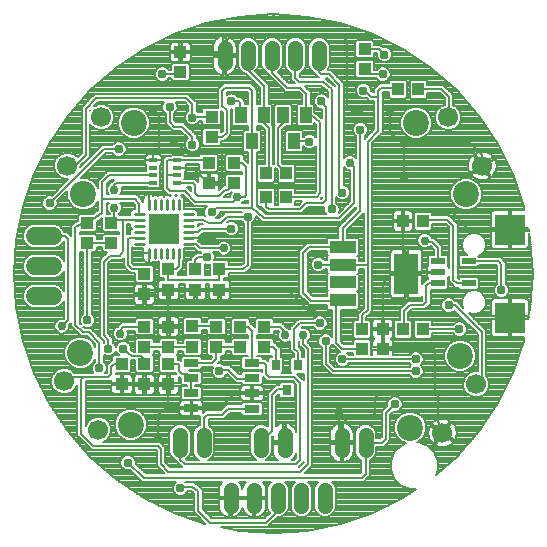
<source format=gbl>
G75*
%MOIN*%
%OFA0B0*%
%FSLAX25Y25*%
%IPPOS*%
%LPD*%
%AMOC8*
5,1,8,0,0,1.08239X$1,22.5*
%
%ADD10R,0.04252X0.04134*%
%ADD11R,0.04134X0.04252*%
%ADD12C,0.06000*%
%ADD13R,0.03150X0.03543*%
%ADD14R,0.04331X0.03937*%
%ADD15R,0.03937X0.04331*%
%ADD16C,0.08661*%
%ADD17C,0.06693*%
%ADD18R,0.03937X0.05512*%
%ADD19C,0.01000*%
%ADD20R,0.10300X0.10300*%
%ADD21R,0.05118X0.02559*%
%ADD22C,0.05150*%
%ADD23R,0.08661X0.04331*%
%ADD24R,0.07874X0.13780*%
%ADD25R,0.10000X0.10000*%
%ADD26R,0.02756X0.01378*%
%ADD27R,0.04724X0.02165*%
%ADD28C,0.00800*%
%ADD29C,0.03100*%
%ADD30C,0.02978*%
D10*
X0046905Y0052955D03*
X0046905Y0059845D03*
X0054905Y0059845D03*
X0054905Y0052955D03*
X0062905Y0065455D03*
X0062905Y0072345D03*
X0063905Y0084455D03*
X0063905Y0091345D03*
X0071905Y0091345D03*
X0071905Y0084455D03*
X0054905Y0084455D03*
X0054905Y0091345D03*
X0046905Y0089845D03*
X0046905Y0082955D03*
X0068405Y0119955D03*
X0068405Y0126845D03*
D11*
X0119460Y0071400D03*
X0119460Y0064900D03*
X0126350Y0064900D03*
X0126350Y0071400D03*
D12*
X0016405Y0082400D02*
X0010405Y0082400D01*
X0010405Y0092400D02*
X0016405Y0092400D01*
X0016405Y0102400D02*
X0010405Y0102400D01*
D13*
X0090665Y0059337D03*
X0098146Y0059337D03*
X0094405Y0051069D03*
D14*
X0086905Y0065554D03*
X0086905Y0072246D03*
X0078905Y0072246D03*
X0078905Y0065554D03*
X0070905Y0065554D03*
X0070905Y0072246D03*
X0054905Y0072246D03*
X0054905Y0065554D03*
X0046905Y0065554D03*
X0046905Y0072246D03*
X0039405Y0059746D03*
X0039405Y0053054D03*
X0035905Y0100054D03*
X0035905Y0106746D03*
X0027905Y0106746D03*
X0027905Y0100054D03*
X0069405Y0135554D03*
X0069405Y0142246D03*
X0058905Y0157054D03*
X0058905Y0163746D03*
X0076905Y0126746D03*
X0076905Y0120054D03*
X0120405Y0158054D03*
X0120405Y0164746D03*
D15*
X0131559Y0151400D03*
X0138252Y0151400D03*
X0094252Y0123400D03*
X0087559Y0123400D03*
X0087559Y0115400D03*
X0094252Y0115400D03*
X0133059Y0107400D03*
X0139752Y0107400D03*
X0139752Y0071400D03*
X0133059Y0071400D03*
D16*
X0152205Y0062488D03*
X0135480Y0038603D03*
X0154205Y0116312D03*
X0137480Y0140197D03*
X0043330Y0140197D03*
X0026605Y0116312D03*
X0025605Y0063488D03*
X0042330Y0039603D03*
D17*
X0031551Y0037837D03*
X0020260Y0053963D03*
X0021260Y0125837D03*
X0032551Y0141963D03*
X0146260Y0036837D03*
X0157551Y0052963D03*
X0159551Y0125837D03*
X0148260Y0141963D03*
D18*
X0100646Y0142731D03*
X0093165Y0142731D03*
X0086646Y0142731D03*
X0079165Y0142731D03*
X0082905Y0134069D03*
X0096905Y0134069D03*
D19*
X0063258Y0109887D02*
X0060258Y0109887D01*
X0060258Y0107900D02*
X0063258Y0107900D01*
X0063258Y0105914D02*
X0060258Y0105914D01*
X0060258Y0103807D02*
X0063258Y0103807D01*
X0063258Y0101831D02*
X0060258Y0101831D01*
X0060258Y0099834D02*
X0063258Y0099834D01*
X0058510Y0098187D02*
X0058510Y0095187D01*
X0056524Y0095187D02*
X0056524Y0098187D01*
X0054537Y0098187D02*
X0054537Y0095187D01*
X0052431Y0095187D02*
X0052431Y0098187D01*
X0050454Y0098187D02*
X0050454Y0095187D01*
X0048458Y0095187D02*
X0048458Y0098187D01*
X0046710Y0099834D02*
X0043710Y0099834D01*
X0043710Y0101831D02*
X0046710Y0101831D01*
X0046710Y0103807D02*
X0043710Y0103807D01*
X0043710Y0105914D02*
X0046710Y0105914D01*
X0046710Y0107900D02*
X0043710Y0107900D01*
X0043710Y0109887D02*
X0046710Y0109887D01*
X0048458Y0111535D02*
X0048458Y0114535D01*
X0050454Y0114535D02*
X0050454Y0111535D01*
X0052431Y0111535D02*
X0052431Y0114535D01*
X0054537Y0114535D02*
X0054537Y0111535D01*
X0056524Y0111535D02*
X0056524Y0114535D01*
X0058510Y0114535D02*
X0058510Y0111535D01*
D20*
X0053445Y0104821D03*
D21*
X0062543Y0060057D03*
X0062543Y0055057D03*
X0062543Y0050057D03*
X0062543Y0045057D03*
X0082819Y0044880D03*
X0082819Y0050057D03*
X0082819Y0055057D03*
X0082819Y0060057D03*
D22*
X0085764Y0036162D02*
X0085764Y0031012D01*
X0093638Y0031012D02*
X0093638Y0036162D01*
X0091405Y0017662D02*
X0091405Y0012512D01*
X0083531Y0012512D02*
X0083531Y0017662D01*
X0075657Y0017662D02*
X0075657Y0012512D01*
X0066638Y0031012D02*
X0066638Y0036162D01*
X0058764Y0036162D02*
X0058764Y0031012D01*
X0099279Y0017662D02*
X0099279Y0012512D01*
X0107153Y0012512D02*
X0107153Y0017662D01*
X0112764Y0031012D02*
X0112764Y0036162D01*
X0120638Y0036162D02*
X0120638Y0031012D01*
X0105153Y0160012D02*
X0105153Y0165162D01*
X0097279Y0165162D02*
X0097279Y0160012D01*
X0089405Y0160012D02*
X0089405Y0165162D01*
X0081531Y0165162D02*
X0081531Y0160012D01*
X0073657Y0160012D02*
X0073657Y0165162D01*
D23*
X0112968Y0098758D03*
X0112968Y0092853D03*
X0112968Y0086947D03*
X0112968Y0081042D03*
D24*
X0134228Y0089900D03*
D25*
X0168712Y0075235D03*
X0168712Y0104565D03*
D26*
X0057941Y0120061D03*
X0057941Y0122620D03*
X0057941Y0125180D03*
X0057941Y0127739D03*
X0049870Y0127739D03*
X0049870Y0125180D03*
X0049870Y0122620D03*
X0049870Y0120061D03*
D27*
X0144787Y0094140D03*
X0144787Y0090400D03*
X0144787Y0086660D03*
X0155024Y0086660D03*
X0155024Y0094140D03*
D28*
X0028824Y0028818D02*
X0021373Y0037314D01*
X0015096Y0046709D01*
X0010098Y0056843D01*
X0006466Y0067543D01*
X0004262Y0078625D01*
X0003523Y0089900D01*
X0004262Y0101175D01*
X0006466Y0112257D01*
X0010098Y0122957D01*
X0015096Y0133091D01*
X0021373Y0142486D01*
X0028824Y0150982D01*
X0037319Y0158432D01*
X0046714Y0164710D01*
X0056848Y0169707D01*
X0067548Y0173339D01*
X0078630Y0175544D01*
X0089905Y0176283D01*
X0101181Y0175544D01*
X0112263Y0173339D01*
X0122963Y0169707D01*
X0133097Y0164710D01*
X0142492Y0158432D01*
X0150987Y0150982D01*
X0158437Y0142486D01*
X0164715Y0133091D01*
X0169713Y0122957D01*
X0173345Y0112257D01*
X0173602Y0110965D01*
X0169112Y0110965D01*
X0169112Y0104965D01*
X0168312Y0104965D01*
X0168312Y0104165D01*
X0162312Y0104165D01*
X0162312Y0099381D01*
X0162408Y0099025D01*
X0162592Y0098706D01*
X0162853Y0098445D01*
X0163172Y0098261D01*
X0163528Y0098165D01*
X0168312Y0098165D01*
X0168312Y0104165D01*
X0169112Y0104165D01*
X0169112Y0098165D01*
X0173897Y0098165D01*
X0174253Y0098261D01*
X0174572Y0098445D01*
X0174833Y0098706D01*
X0175017Y0099025D01*
X0175112Y0099381D01*
X0175112Y0103370D01*
X0175549Y0101175D01*
X0176288Y0089900D01*
X0175549Y0078625D01*
X0175112Y0076430D01*
X0175112Y0080419D01*
X0175017Y0080775D01*
X0174833Y0081094D01*
X0174572Y0081355D01*
X0174253Y0081539D01*
X0173897Y0081635D01*
X0169112Y0081635D01*
X0169112Y0075635D01*
X0168312Y0075635D01*
X0168312Y0074835D01*
X0162312Y0074835D01*
X0162312Y0070050D01*
X0162408Y0069694D01*
X0162592Y0069375D01*
X0162853Y0069114D01*
X0163172Y0068930D01*
X0163528Y0068835D01*
X0168312Y0068835D01*
X0168312Y0074835D01*
X0169112Y0074835D01*
X0169112Y0068835D01*
X0173602Y0068835D01*
X0173345Y0067543D01*
X0169713Y0056843D01*
X0164715Y0046709D01*
X0158437Y0037314D01*
X0150987Y0028818D01*
X0144199Y0022865D01*
X0144805Y0024329D01*
X0144805Y0027471D01*
X0143603Y0030375D01*
X0141380Y0032597D01*
X0138477Y0033800D01*
X0137816Y0033800D01*
X0138500Y0034083D01*
X0139999Y0035583D01*
X0140811Y0037542D01*
X0140811Y0039663D01*
X0139999Y0041622D01*
X0138500Y0043122D01*
X0136541Y0043933D01*
X0134420Y0043933D01*
X0132461Y0043122D01*
X0130961Y0041622D01*
X0130150Y0039663D01*
X0130150Y0037542D01*
X0130961Y0035583D01*
X0132461Y0034083D01*
X0134239Y0033347D01*
X0132430Y0032597D01*
X0130208Y0030375D01*
X0129005Y0027471D01*
X0129005Y0024329D01*
X0130208Y0021425D01*
X0132430Y0019203D01*
X0135334Y0018000D01*
X0137451Y0018000D01*
X0133097Y0015090D01*
X0122963Y0010093D01*
X0112263Y0006461D01*
X0101181Y0004256D01*
X0089905Y0003517D01*
X0078630Y0004256D01*
X0072378Y0005500D01*
X0087985Y0005500D01*
X0088805Y0006320D01*
X0091423Y0008937D01*
X0092116Y0008937D01*
X0093430Y0009482D01*
X0094436Y0010487D01*
X0094980Y0011801D01*
X0094980Y0018373D01*
X0094436Y0019687D01*
X0093623Y0020500D01*
X0097062Y0020500D01*
X0096249Y0019687D01*
X0095705Y0018373D01*
X0095705Y0011801D01*
X0096249Y0010487D01*
X0097254Y0009482D01*
X0098568Y0008937D01*
X0099990Y0008937D01*
X0101304Y0009482D01*
X0102310Y0010487D01*
X0102854Y0011801D01*
X0102854Y0018373D01*
X0102310Y0019687D01*
X0101497Y0020500D01*
X0104936Y0020500D01*
X0104123Y0019687D01*
X0103579Y0018373D01*
X0103579Y0011801D01*
X0104123Y0010487D01*
X0105128Y0009482D01*
X0106442Y0008937D01*
X0107864Y0008937D01*
X0109178Y0009482D01*
X0110184Y0010487D01*
X0110728Y0011801D01*
X0110728Y0018373D01*
X0110184Y0019687D01*
X0109371Y0020500D01*
X0119985Y0020500D01*
X0121218Y0021732D01*
X0122038Y0022552D01*
X0122038Y0027723D01*
X0122663Y0027982D01*
X0123668Y0028987D01*
X0124212Y0030301D01*
X0124212Y0032187D01*
X0126672Y0032187D01*
X0127985Y0033500D01*
X0128805Y0034320D01*
X0128805Y0042820D01*
X0129854Y0043868D01*
X0129898Y0043850D01*
X0130913Y0043850D01*
X0131850Y0044238D01*
X0132567Y0044956D01*
X0132955Y0045893D01*
X0132955Y0046907D01*
X0132567Y0047844D01*
X0131850Y0048562D01*
X0130913Y0048950D01*
X0129898Y0048950D01*
X0128961Y0048562D01*
X0128244Y0047844D01*
X0127855Y0046907D01*
X0127855Y0045893D01*
X0127874Y0045848D01*
X0126005Y0043980D01*
X0126005Y0035480D01*
X0125512Y0034987D01*
X0124212Y0034987D01*
X0124212Y0036873D01*
X0123668Y0038187D01*
X0122663Y0039192D01*
X0121349Y0039737D01*
X0119927Y0039737D01*
X0118613Y0039192D01*
X0117607Y0038187D01*
X0117063Y0036873D01*
X0117063Y0030301D01*
X0117607Y0028987D01*
X0118613Y0027982D01*
X0119238Y0027723D01*
X0119238Y0023712D01*
X0118825Y0023300D01*
X0100285Y0023300D01*
X0100305Y0023320D01*
X0101985Y0025000D01*
X0101985Y0025000D01*
X0102805Y0025820D01*
X0102805Y0065480D01*
X0101985Y0066300D01*
X0101305Y0066980D01*
X0101305Y0067286D01*
X0101315Y0067290D01*
X0102015Y0067990D01*
X0102394Y0068905D01*
X0102394Y0069895D01*
X0102015Y0070810D01*
X0101315Y0071510D01*
X0100400Y0071889D01*
X0099410Y0071889D01*
X0099349Y0071863D01*
X0099485Y0072000D01*
X0103225Y0072000D01*
X0103244Y0071956D01*
X0103961Y0071238D01*
X0104898Y0070850D01*
X0105913Y0070850D01*
X0106850Y0071238D01*
X0107567Y0071956D01*
X0107955Y0072893D01*
X0107955Y0073907D01*
X0107567Y0074844D01*
X0106850Y0075562D01*
X0105913Y0075950D01*
X0104898Y0075950D01*
X0103961Y0075562D01*
X0103244Y0074844D01*
X0103225Y0074800D01*
X0098325Y0074800D01*
X0097505Y0073980D01*
X0095505Y0071980D01*
X0095505Y0071320D01*
X0095315Y0071510D01*
X0094400Y0071889D01*
X0094396Y0071889D01*
X0092639Y0073646D01*
X0090071Y0073646D01*
X0090071Y0074629D01*
X0089485Y0075215D01*
X0084326Y0075215D01*
X0083740Y0074629D01*
X0083740Y0072045D01*
X0083485Y0072300D01*
X0082139Y0073646D01*
X0082071Y0073646D01*
X0082071Y0074629D01*
X0081485Y0075215D01*
X0076326Y0075215D01*
X0075740Y0074629D01*
X0075740Y0069864D01*
X0076326Y0069278D01*
X0081485Y0069278D01*
X0081505Y0069298D01*
X0081505Y0068502D01*
X0081485Y0068522D01*
X0076326Y0068522D01*
X0075740Y0067936D01*
X0075740Y0066954D01*
X0074071Y0066954D01*
X0074071Y0067936D01*
X0073485Y0068522D01*
X0068326Y0068522D01*
X0067740Y0067936D01*
X0067740Y0063171D01*
X0068326Y0062585D01*
X0069505Y0062585D01*
X0069505Y0061980D01*
X0068983Y0061457D01*
X0066102Y0061457D01*
X0066102Y0061751D01*
X0065516Y0062337D01*
X0059570Y0062337D01*
X0058984Y0061751D01*
X0058984Y0060801D01*
X0058540Y0061245D01*
X0058031Y0061245D01*
X0058031Y0062326D01*
X0057629Y0062729D01*
X0058071Y0063171D01*
X0058071Y0064055D01*
X0059779Y0064055D01*
X0059779Y0062974D01*
X0060365Y0062388D01*
X0065446Y0062388D01*
X0066031Y0062974D01*
X0066031Y0067936D01*
X0065446Y0068522D01*
X0060365Y0068522D01*
X0059779Y0067936D01*
X0059779Y0066855D01*
X0058071Y0066855D01*
X0058071Y0067936D01*
X0057485Y0068522D01*
X0052326Y0068522D01*
X0051740Y0067936D01*
X0051740Y0066954D01*
X0050071Y0066954D01*
X0050071Y0067936D01*
X0049485Y0068522D01*
X0044326Y0068522D01*
X0043740Y0067936D01*
X0043740Y0063800D01*
X0043412Y0063800D01*
X0042455Y0064597D01*
X0042455Y0065407D01*
X0042067Y0066344D01*
X0041350Y0067062D01*
X0040413Y0067450D01*
X0039494Y0067450D01*
X0040315Y0067790D01*
X0041015Y0068490D01*
X0041394Y0069405D01*
X0041394Y0070395D01*
X0041207Y0070846D01*
X0043740Y0070846D01*
X0043740Y0069864D01*
X0044326Y0069278D01*
X0049485Y0069278D01*
X0050071Y0069864D01*
X0050071Y0074629D01*
X0049485Y0075215D01*
X0044326Y0075215D01*
X0043740Y0074629D01*
X0043740Y0073646D01*
X0040155Y0073646D01*
X0040006Y0073740D01*
X0039594Y0073646D01*
X0039172Y0073646D01*
X0039047Y0073522D01*
X0038875Y0073483D01*
X0038650Y0073125D01*
X0038352Y0072826D01*
X0038352Y0072650D01*
X0038109Y0072264D01*
X0037495Y0072010D01*
X0036795Y0071310D01*
X0036416Y0070395D01*
X0036416Y0069405D01*
X0036795Y0068490D01*
X0037495Y0067790D01*
X0038410Y0067411D01*
X0039304Y0067411D01*
X0038461Y0067062D01*
X0037744Y0066344D01*
X0037405Y0065528D01*
X0037067Y0066344D01*
X0036350Y0067062D01*
X0036305Y0067080D01*
X0036305Y0068480D01*
X0035485Y0069300D01*
X0034805Y0069980D01*
X0034805Y0093320D01*
X0035985Y0094500D01*
X0038534Y0094500D01*
X0038714Y0094397D01*
X0039093Y0094500D01*
X0039485Y0094500D01*
X0039632Y0094647D01*
X0039833Y0094702D01*
X0040005Y0095003D01*
X0040005Y0092320D01*
X0041505Y0090820D01*
X0042325Y0090000D01*
X0043779Y0090000D01*
X0043779Y0087364D01*
X0044365Y0086778D01*
X0049446Y0086778D01*
X0050031Y0087364D01*
X0050031Y0092326D01*
X0049446Y0092912D01*
X0044365Y0092912D01*
X0044253Y0092800D01*
X0043485Y0092800D01*
X0042805Y0093480D01*
X0042805Y0098618D01*
X0043089Y0098334D01*
X0046558Y0098334D01*
X0046558Y0096687D01*
X0048458Y0096687D01*
X0048405Y0096687D01*
X0048405Y0093400D01*
X0050405Y0093400D01*
X0050405Y0084455D01*
X0047905Y0084455D01*
X0046905Y0082955D01*
X0046505Y0082848D02*
X0034805Y0082848D01*
X0034805Y0082050D02*
X0043379Y0082050D01*
X0043379Y0082555D02*
X0043379Y0080704D01*
X0043475Y0080348D01*
X0043659Y0080029D01*
X0043920Y0079768D01*
X0044239Y0079584D01*
X0044595Y0079488D01*
X0046505Y0079488D01*
X0046505Y0082555D01*
X0043379Y0082555D01*
X0043379Y0083355D02*
X0043379Y0085206D01*
X0043475Y0085562D01*
X0043659Y0085882D01*
X0043920Y0086142D01*
X0044239Y0086327D01*
X0044595Y0086422D01*
X0046505Y0086422D01*
X0046505Y0083355D01*
X0046505Y0082555D01*
X0047305Y0082555D01*
X0047305Y0079488D01*
X0049216Y0079488D01*
X0049572Y0079584D01*
X0049891Y0079768D01*
X0050152Y0080029D01*
X0050336Y0080348D01*
X0050431Y0080704D01*
X0050431Y0082555D01*
X0047305Y0082555D01*
X0047305Y0083355D01*
X0046505Y0083355D01*
X0043379Y0083355D01*
X0043379Y0083647D02*
X0034805Y0083647D01*
X0034805Y0084445D02*
X0043379Y0084445D01*
X0043389Y0085244D02*
X0034805Y0085244D01*
X0034805Y0086042D02*
X0043820Y0086042D01*
X0044302Y0086841D02*
X0034805Y0086841D01*
X0034805Y0087639D02*
X0043779Y0087639D01*
X0043779Y0088438D02*
X0034805Y0088438D01*
X0034805Y0089236D02*
X0043779Y0089236D01*
X0042291Y0090035D02*
X0034805Y0090035D01*
X0034805Y0090833D02*
X0041492Y0090833D01*
X0040694Y0091632D02*
X0034805Y0091632D01*
X0034805Y0092430D02*
X0040005Y0092430D01*
X0040005Y0093229D02*
X0034805Y0093229D01*
X0035513Y0094027D02*
X0040005Y0094027D01*
X0040005Y0094826D02*
X0039904Y0094826D01*
X0038905Y0095900D02*
X0039705Y0097300D01*
X0039705Y0107849D01*
X0040854Y0107900D01*
X0038059Y0107900D01*
X0037559Y0107400D01*
X0036405Y0107400D01*
X0035905Y0106746D01*
X0037229Y0107070D01*
X0036905Y0107393D01*
X0036905Y0111900D01*
X0034669Y0110796D02*
X0034305Y0110796D01*
X0034305Y0110688D02*
X0034305Y0113500D01*
X0034985Y0113500D01*
X0034795Y0113310D01*
X0034416Y0112395D01*
X0034416Y0111405D01*
X0034795Y0110490D01*
X0035495Y0109790D01*
X0035505Y0109786D01*
X0035505Y0109715D01*
X0034305Y0109715D01*
X0034305Y0110124D01*
X0034385Y0110574D01*
X0034305Y0110688D01*
X0034305Y0109998D02*
X0035288Y0109998D01*
X0034416Y0111595D02*
X0034305Y0111595D01*
X0034305Y0112393D02*
X0034416Y0112393D01*
X0034305Y0113192D02*
X0034746Y0113192D01*
X0033011Y0114900D02*
X0032905Y0115005D01*
X0032905Y0110246D01*
X0027905Y0106746D01*
X0029252Y0106900D01*
X0026905Y0106900D01*
X0023905Y0105400D01*
X0023905Y0072900D01*
X0026405Y0070400D01*
X0028405Y0070400D01*
X0031905Y0066900D01*
X0031905Y0058400D01*
X0029603Y0057296D02*
X0023073Y0057296D01*
X0022722Y0057647D02*
X0021124Y0058309D01*
X0019395Y0058309D01*
X0017798Y0057647D01*
X0016575Y0056425D01*
X0015913Y0054827D01*
X0015913Y0053098D01*
X0016575Y0051500D01*
X0017798Y0050278D01*
X0019395Y0049616D01*
X0021124Y0049616D01*
X0022722Y0050278D01*
X0023945Y0051500D01*
X0024505Y0052854D01*
X0024505Y0035820D01*
X0025325Y0035000D01*
X0029325Y0031000D01*
X0050825Y0031000D01*
X0051005Y0030820D01*
X0051005Y0025820D01*
X0051825Y0025000D01*
X0053525Y0023300D01*
X0047447Y0023300D01*
X0043955Y0026474D01*
X0043955Y0027407D01*
X0043567Y0028344D01*
X0042850Y0029062D01*
X0041913Y0029450D01*
X0040898Y0029450D01*
X0039961Y0029062D01*
X0039244Y0028344D01*
X0038855Y0027407D01*
X0038855Y0026393D01*
X0039244Y0025456D01*
X0039961Y0024738D01*
X0040898Y0024350D01*
X0041913Y0024350D01*
X0042061Y0024412D01*
X0045939Y0020887D01*
X0046325Y0020500D01*
X0046364Y0020500D01*
X0046393Y0020474D01*
X0046939Y0020500D01*
X0057399Y0020500D01*
X0056744Y0019844D01*
X0056355Y0018907D01*
X0056355Y0017893D01*
X0056744Y0016956D01*
X0057461Y0016238D01*
X0058398Y0015850D01*
X0059413Y0015850D01*
X0060350Y0016238D01*
X0061067Y0016956D01*
X0061293Y0017500D01*
X0062439Y0017500D01*
X0063505Y0016700D01*
X0063505Y0010320D01*
X0064325Y0009500D01*
X0067271Y0006555D01*
X0056848Y0010093D01*
X0046714Y0015090D01*
X0037319Y0021368D01*
X0028824Y0028818D01*
X0029130Y0028549D02*
X0039448Y0028549D01*
X0038998Y0027751D02*
X0030041Y0027751D01*
X0030951Y0026952D02*
X0038855Y0026952D01*
X0038954Y0026154D02*
X0031862Y0026154D01*
X0032772Y0025355D02*
X0039344Y0025355D01*
X0040399Y0024557D02*
X0033683Y0024557D01*
X0034593Y0023758D02*
X0042780Y0023758D01*
X0043658Y0022960D02*
X0035504Y0022960D01*
X0036414Y0022161D02*
X0044537Y0022161D01*
X0045415Y0021363D02*
X0037327Y0021363D01*
X0038522Y0020564D02*
X0046261Y0020564D01*
X0046905Y0021900D02*
X0119405Y0021900D01*
X0120638Y0023132D01*
X0120638Y0033587D01*
X0126092Y0033587D01*
X0127405Y0034900D01*
X0127405Y0043400D01*
X0130405Y0046400D01*
X0132131Y0044520D02*
X0163252Y0044520D01*
X0163786Y0045318D02*
X0132717Y0045318D01*
X0132955Y0046117D02*
X0164319Y0046117D01*
X0164817Y0046915D02*
X0132952Y0046915D01*
X0132621Y0047714D02*
X0165211Y0047714D01*
X0165604Y0048512D02*
X0131899Y0048512D01*
X0128911Y0048512D02*
X0102805Y0048512D01*
X0102805Y0047714D02*
X0128189Y0047714D01*
X0127859Y0046915D02*
X0102805Y0046915D01*
X0102805Y0046117D02*
X0127855Y0046117D01*
X0127344Y0045318D02*
X0102805Y0045318D01*
X0102805Y0044520D02*
X0126545Y0044520D01*
X0126005Y0043721D02*
X0102805Y0043721D01*
X0102805Y0042923D02*
X0126005Y0042923D01*
X0126005Y0042124D02*
X0102805Y0042124D01*
X0102805Y0041326D02*
X0126005Y0041326D01*
X0126005Y0040527D02*
X0102805Y0040527D01*
X0102805Y0039729D02*
X0110988Y0039729D01*
X0110881Y0039684D02*
X0110230Y0039249D01*
X0109676Y0038696D01*
X0109241Y0038045D01*
X0108942Y0037321D01*
X0108789Y0036553D01*
X0108789Y0033974D01*
X0112376Y0033974D01*
X0112376Y0033200D01*
X0108789Y0033200D01*
X0108789Y0030621D01*
X0108942Y0029853D01*
X0109241Y0029129D01*
X0109676Y0028478D01*
X0110230Y0027925D01*
X0110881Y0027490D01*
X0111604Y0027190D01*
X0112372Y0027037D01*
X0112376Y0027037D01*
X0112376Y0033200D01*
X0113151Y0033200D01*
X0113151Y0033974D01*
X0116738Y0033974D01*
X0116738Y0036553D01*
X0116586Y0037321D01*
X0116286Y0038045D01*
X0115851Y0038696D01*
X0115297Y0039249D01*
X0114646Y0039684D01*
X0113923Y0039984D01*
X0113155Y0040137D01*
X0113151Y0040137D01*
X0113151Y0033974D01*
X0112376Y0033974D01*
X0112376Y0040137D01*
X0112372Y0040137D01*
X0111604Y0039984D01*
X0110881Y0039684D01*
X0109911Y0038930D02*
X0102805Y0038930D01*
X0102805Y0038132D02*
X0109299Y0038132D01*
X0108946Y0037333D02*
X0102805Y0037333D01*
X0102805Y0036534D02*
X0108789Y0036534D01*
X0108789Y0035736D02*
X0102805Y0035736D01*
X0102805Y0034937D02*
X0108789Y0034937D01*
X0108789Y0034139D02*
X0102805Y0034139D01*
X0102805Y0033340D02*
X0112376Y0033340D01*
X0112764Y0033587D02*
X0111905Y0034445D01*
X0111905Y0043900D01*
X0115405Y0042400D02*
X0122905Y0042400D01*
X0123905Y0043400D01*
X0123905Y0048400D01*
X0125905Y0050400D01*
X0143844Y0050400D01*
X0143905Y0050461D01*
X0143905Y0064900D01*
X0126350Y0064900D01*
X0126350Y0071400D01*
X0126350Y0086845D01*
X0129905Y0090400D01*
X0133728Y0090400D01*
X0134228Y0089900D01*
X0134728Y0090400D01*
X0135010Y0090400D01*
X0133059Y0092351D01*
X0133059Y0107400D01*
X0132905Y0107554D01*
X0133059Y0107400D02*
X0133059Y0110554D01*
X0133905Y0111400D01*
X0148405Y0111400D01*
X0154905Y0104900D01*
X0169378Y0104900D01*
X0168712Y0104565D01*
X0168312Y0104408D02*
X0151305Y0104408D01*
X0151305Y0105206D02*
X0162312Y0105206D01*
X0162312Y0104965D02*
X0168312Y0104965D01*
X0168312Y0110965D01*
X0163528Y0110965D01*
X0163172Y0110870D01*
X0162853Y0110686D01*
X0162592Y0110425D01*
X0162408Y0110106D01*
X0162312Y0109750D01*
X0162312Y0104965D01*
X0162312Y0106005D02*
X0151305Y0106005D01*
X0151305Y0106480D02*
X0149305Y0108480D01*
X0148485Y0109300D01*
X0142720Y0109300D01*
X0142720Y0109980D01*
X0142135Y0110565D01*
X0137369Y0110565D01*
X0136783Y0109980D01*
X0136783Y0104820D01*
X0137369Y0104235D01*
X0142135Y0104235D01*
X0142720Y0104820D01*
X0142720Y0106500D01*
X0147325Y0106500D01*
X0148505Y0105320D01*
X0148505Y0091830D01*
X0148454Y0092023D01*
X0148269Y0092342D01*
X0148059Y0092553D01*
X0148149Y0092643D01*
X0148149Y0095637D01*
X0147563Y0096223D01*
X0146187Y0096223D01*
X0146187Y0099098D01*
X0144305Y0100980D01*
X0143485Y0101800D01*
X0142727Y0101800D01*
X0142515Y0102310D01*
X0141815Y0103010D01*
X0140900Y0103389D01*
X0139910Y0103389D01*
X0138995Y0103010D01*
X0138295Y0102310D01*
X0137916Y0101395D01*
X0137916Y0100405D01*
X0138295Y0099490D01*
X0138995Y0098790D01*
X0139910Y0098411D01*
X0140900Y0098411D01*
X0141815Y0098790D01*
X0142025Y0099000D01*
X0142325Y0099000D01*
X0143387Y0097939D01*
X0143387Y0096223D01*
X0142010Y0096223D01*
X0141425Y0095637D01*
X0141425Y0092643D01*
X0141515Y0092553D01*
X0141304Y0092342D01*
X0141120Y0092023D01*
X0141025Y0091667D01*
X0141025Y0090541D01*
X0144645Y0090541D01*
X0144645Y0090259D01*
X0141025Y0090259D01*
X0141025Y0089133D01*
X0141120Y0088777D01*
X0141304Y0088458D01*
X0141515Y0088247D01*
X0141425Y0088157D01*
X0141425Y0088060D01*
X0141085Y0088060D01*
X0140325Y0087300D01*
X0139565Y0086540D01*
X0139565Y0089500D01*
X0134628Y0089500D01*
X0134628Y0081610D01*
X0138350Y0081610D01*
X0138706Y0081706D01*
X0139025Y0081890D01*
X0139285Y0082151D01*
X0139470Y0082470D01*
X0139505Y0082603D01*
X0139505Y0080980D01*
X0139325Y0080800D01*
X0134825Y0080800D01*
X0132825Y0078800D01*
X0132005Y0077980D01*
X0132005Y0074565D01*
X0130676Y0074565D01*
X0130090Y0073980D01*
X0130090Y0068820D01*
X0130676Y0068235D01*
X0135442Y0068235D01*
X0136027Y0068820D01*
X0136027Y0073980D01*
X0135442Y0074565D01*
X0134805Y0074565D01*
X0134805Y0076820D01*
X0135985Y0078000D01*
X0140485Y0078000D01*
X0141305Y0078820D01*
X0142305Y0079820D01*
X0142305Y0084577D01*
X0147563Y0084577D01*
X0148149Y0085163D01*
X0148149Y0088157D01*
X0148059Y0088247D01*
X0148269Y0088458D01*
X0148454Y0088777D01*
X0148505Y0088970D01*
X0148505Y0087320D01*
X0149325Y0086500D01*
X0150566Y0085260D01*
X0151662Y0085260D01*
X0151662Y0085163D01*
X0152247Y0084577D01*
X0157800Y0084577D01*
X0158386Y0085163D01*
X0158386Y0088157D01*
X0157800Y0088743D01*
X0152247Y0088743D01*
X0151662Y0088157D01*
X0151662Y0088124D01*
X0151305Y0088480D01*
X0151305Y0106480D01*
X0150982Y0106803D02*
X0162312Y0106803D01*
X0162312Y0107602D02*
X0150183Y0107602D01*
X0149385Y0108401D02*
X0162312Y0108401D01*
X0162312Y0109199D02*
X0148586Y0109199D01*
X0147905Y0107900D02*
X0140252Y0107900D01*
X0139752Y0107400D01*
X0142308Y0104408D02*
X0148505Y0104408D01*
X0148505Y0105206D02*
X0142720Y0105206D01*
X0142720Y0106005D02*
X0147820Y0106005D01*
X0148505Y0103609D02*
X0122805Y0103609D01*
X0122805Y0102811D02*
X0138796Y0102811D01*
X0138172Y0102012D02*
X0122805Y0102012D01*
X0122805Y0101214D02*
X0137916Y0101214D01*
X0137916Y0100415D02*
X0122805Y0100415D01*
X0122805Y0099617D02*
X0138243Y0099617D01*
X0138967Y0098818D02*
X0122805Y0098818D01*
X0122805Y0098020D02*
X0129622Y0098020D01*
X0129751Y0098094D02*
X0129432Y0097910D01*
X0129171Y0097649D01*
X0128987Y0097330D01*
X0128891Y0096974D01*
X0128891Y0090300D01*
X0133828Y0090300D01*
X0133828Y0089500D01*
X0128891Y0089500D01*
X0128891Y0082826D01*
X0128987Y0082470D01*
X0129171Y0082151D01*
X0129432Y0081890D01*
X0129751Y0081706D01*
X0130107Y0081610D01*
X0133828Y0081610D01*
X0133828Y0089500D01*
X0134628Y0089500D01*
X0134628Y0090300D01*
X0133828Y0090300D01*
X0133828Y0098190D01*
X0130107Y0098190D01*
X0129751Y0098094D01*
X0128957Y0097221D02*
X0122805Y0097221D01*
X0122805Y0096423D02*
X0128891Y0096423D01*
X0128891Y0095624D02*
X0122805Y0095624D01*
X0122805Y0094826D02*
X0128891Y0094826D01*
X0128891Y0094027D02*
X0122805Y0094027D01*
X0122805Y0093229D02*
X0128891Y0093229D01*
X0128891Y0092430D02*
X0122805Y0092430D01*
X0122805Y0091632D02*
X0128891Y0091632D01*
X0128891Y0090833D02*
X0122805Y0090833D01*
X0122805Y0090035D02*
X0133828Y0090035D01*
X0133828Y0090833D02*
X0134628Y0090833D01*
X0134628Y0090300D02*
X0134628Y0098190D01*
X0138350Y0098190D01*
X0138706Y0098094D01*
X0139025Y0097910D01*
X0139285Y0097649D01*
X0139470Y0097330D01*
X0139565Y0096974D01*
X0139565Y0090300D01*
X0134628Y0090300D01*
X0134628Y0090035D02*
X0141025Y0090035D01*
X0141025Y0090833D02*
X0139565Y0090833D01*
X0139565Y0091632D02*
X0141025Y0091632D01*
X0141392Y0092430D02*
X0139565Y0092430D01*
X0139565Y0093229D02*
X0141425Y0093229D01*
X0141425Y0094027D02*
X0139565Y0094027D01*
X0139565Y0094826D02*
X0141425Y0094826D01*
X0141425Y0095624D02*
X0139565Y0095624D01*
X0139565Y0096423D02*
X0143387Y0096423D01*
X0143387Y0097221D02*
X0139499Y0097221D01*
X0138835Y0098020D02*
X0143306Y0098020D01*
X0142507Y0098818D02*
X0141844Y0098818D01*
X0140905Y0100400D02*
X0140405Y0100900D01*
X0140905Y0100400D02*
X0142905Y0100400D01*
X0144787Y0098519D01*
X0144787Y0094140D01*
X0146187Y0096423D02*
X0148505Y0096423D01*
X0148505Y0097221D02*
X0146187Y0097221D01*
X0146187Y0098020D02*
X0148505Y0098020D01*
X0148505Y0098818D02*
X0146187Y0098818D01*
X0145668Y0099617D02*
X0148505Y0099617D01*
X0148505Y0100415D02*
X0144870Y0100415D01*
X0144071Y0101214D02*
X0148505Y0101214D01*
X0148505Y0102012D02*
X0142639Y0102012D01*
X0142014Y0102811D02*
X0148505Y0102811D01*
X0151305Y0102811D02*
X0154538Y0102811D01*
X0154536Y0102810D02*
X0153420Y0101694D01*
X0152816Y0100236D01*
X0152816Y0098658D01*
X0153420Y0097200D01*
X0154398Y0096223D01*
X0152247Y0096223D01*
X0151662Y0095637D01*
X0151662Y0092643D01*
X0152247Y0092057D01*
X0157800Y0092057D01*
X0158386Y0092643D01*
X0158386Y0092740D01*
X0164370Y0092740D01*
X0164505Y0092514D01*
X0164505Y0086580D01*
X0164461Y0086562D01*
X0163744Y0085844D01*
X0163355Y0084907D01*
X0163355Y0083893D01*
X0163744Y0082956D01*
X0164461Y0082238D01*
X0165398Y0081850D01*
X0166413Y0081850D01*
X0167350Y0082238D01*
X0168067Y0082956D01*
X0168455Y0083893D01*
X0168455Y0084907D01*
X0168067Y0085844D01*
X0167350Y0086562D01*
X0167305Y0086580D01*
X0167305Y0092726D01*
X0167405Y0093120D01*
X0167305Y0093286D01*
X0167305Y0093480D01*
X0167018Y0093767D01*
X0166565Y0094526D01*
X0166565Y0094720D01*
X0166278Y0095007D01*
X0166070Y0095356D01*
X0165882Y0095403D01*
X0165745Y0095540D01*
X0165339Y0095540D01*
X0164946Y0095640D01*
X0164779Y0095540D01*
X0158386Y0095540D01*
X0158386Y0095637D01*
X0158259Y0095765D01*
X0159030Y0096084D01*
X0160146Y0097200D01*
X0160750Y0098658D01*
X0160750Y0100236D01*
X0160146Y0101694D01*
X0159030Y0102810D01*
X0157572Y0103414D01*
X0155994Y0103414D01*
X0154536Y0102810D01*
X0153738Y0102012D02*
X0151305Y0102012D01*
X0151305Y0101214D02*
X0153221Y0101214D01*
X0152891Y0100415D02*
X0151305Y0100415D01*
X0151305Y0099617D02*
X0152816Y0099617D01*
X0152816Y0098818D02*
X0151305Y0098818D01*
X0151305Y0098020D02*
X0153081Y0098020D01*
X0153412Y0097221D02*
X0151305Y0097221D01*
X0151305Y0096423D02*
X0154198Y0096423D01*
X0155024Y0094140D02*
X0165165Y0094140D01*
X0165905Y0092900D01*
X0165905Y0084400D01*
X0164916Y0082050D02*
X0160374Y0082050D01*
X0160146Y0082600D02*
X0159030Y0083716D01*
X0157572Y0084320D01*
X0155994Y0084320D01*
X0154536Y0083716D01*
X0153420Y0082600D01*
X0152816Y0081142D01*
X0152816Y0079564D01*
X0153237Y0078548D01*
X0150985Y0080800D01*
X0150586Y0080800D01*
X0150567Y0080844D01*
X0149850Y0081562D01*
X0148913Y0081950D01*
X0147898Y0081950D01*
X0146961Y0081562D01*
X0146244Y0080844D01*
X0145855Y0079907D01*
X0145855Y0078893D01*
X0146244Y0077956D01*
X0146961Y0077238D01*
X0147898Y0076850D01*
X0148913Y0076850D01*
X0149850Y0077238D01*
X0150219Y0077607D01*
X0158005Y0069820D01*
X0158005Y0057309D01*
X0156686Y0057309D01*
X0155089Y0056647D01*
X0153866Y0055425D01*
X0153204Y0053827D01*
X0153204Y0052098D01*
X0153866Y0050500D01*
X0155089Y0049278D01*
X0156686Y0048616D01*
X0158415Y0048616D01*
X0160013Y0049278D01*
X0161236Y0050500D01*
X0161897Y0052098D01*
X0161897Y0053827D01*
X0161236Y0055425D01*
X0160805Y0055855D01*
X0160805Y0070980D01*
X0159985Y0071800D01*
X0154979Y0076806D01*
X0155994Y0076386D01*
X0157572Y0076386D01*
X0159030Y0076990D01*
X0160146Y0078106D01*
X0160750Y0079564D01*
X0160750Y0081142D01*
X0160146Y0082600D01*
X0159898Y0082848D02*
X0163851Y0082848D01*
X0163457Y0083647D02*
X0159099Y0083647D01*
X0158386Y0085244D02*
X0163495Y0085244D01*
X0163355Y0084445D02*
X0142305Y0084445D01*
X0142305Y0083647D02*
X0154467Y0083647D01*
X0153669Y0082848D02*
X0142305Y0082848D01*
X0142305Y0082050D02*
X0153192Y0082050D01*
X0152862Y0081251D02*
X0150160Y0081251D01*
X0151333Y0080453D02*
X0152816Y0080453D01*
X0152816Y0079654D02*
X0152131Y0079654D01*
X0152930Y0078856D02*
X0153110Y0078856D01*
X0150405Y0079400D02*
X0159405Y0070400D01*
X0159405Y0054817D01*
X0157551Y0052963D01*
X0161453Y0054900D02*
X0168755Y0054900D01*
X0168361Y0054102D02*
X0161783Y0054102D01*
X0161897Y0053303D02*
X0167967Y0053303D01*
X0167573Y0052505D02*
X0161897Y0052505D01*
X0161735Y0051706D02*
X0167179Y0051706D01*
X0166786Y0050908D02*
X0161404Y0050908D01*
X0160844Y0050109D02*
X0166392Y0050109D01*
X0165998Y0049311D02*
X0160046Y0049311D01*
X0155056Y0049311D02*
X0102805Y0049311D01*
X0102805Y0050109D02*
X0154257Y0050109D01*
X0153697Y0050908D02*
X0102805Y0050908D01*
X0102805Y0051706D02*
X0153367Y0051706D01*
X0153204Y0052505D02*
X0102805Y0052505D01*
X0102805Y0053303D02*
X0153204Y0053303D01*
X0153318Y0054102D02*
X0102805Y0054102D01*
X0102805Y0054900D02*
X0136777Y0054900D01*
X0136898Y0054850D02*
X0137913Y0054850D01*
X0138850Y0055238D01*
X0139567Y0055956D01*
X0139955Y0056893D01*
X0139955Y0057907D01*
X0139567Y0058844D01*
X0139012Y0059400D01*
X0139567Y0059956D01*
X0139955Y0060893D01*
X0139955Y0061907D01*
X0139567Y0062844D01*
X0138850Y0063562D01*
X0137913Y0063950D01*
X0136898Y0063950D01*
X0135961Y0063562D01*
X0135244Y0062844D01*
X0135225Y0062800D01*
X0129817Y0062800D01*
X0129817Y0064500D01*
X0126750Y0064500D01*
X0126750Y0065300D01*
X0125950Y0065300D01*
X0125950Y0064500D01*
X0122883Y0064500D01*
X0122883Y0062800D01*
X0122527Y0062800D01*
X0122527Y0067440D01*
X0121942Y0068026D01*
X0116979Y0068026D01*
X0116394Y0067440D01*
X0116394Y0066300D01*
X0113485Y0066300D01*
X0112305Y0067480D01*
X0112305Y0077876D01*
X0117713Y0077876D01*
X0118299Y0078462D01*
X0118299Y0083621D01*
X0117926Y0083994D01*
X0118299Y0084368D01*
X0118299Y0089527D01*
X0117926Y0089900D01*
X0118299Y0090273D01*
X0118299Y0091453D01*
X0120005Y0091453D01*
X0120005Y0078480D01*
X0118060Y0076535D01*
X0118060Y0074526D01*
X0116979Y0074526D01*
X0116394Y0073940D01*
X0116394Y0068860D01*
X0116979Y0068274D01*
X0121942Y0068274D01*
X0122527Y0068860D01*
X0122527Y0073940D01*
X0121942Y0074526D01*
X0120860Y0074526D01*
X0120860Y0075375D01*
X0121985Y0076500D01*
X0122805Y0077320D01*
X0122805Y0133320D01*
X0125485Y0136000D01*
X0125485Y0136000D01*
X0126305Y0136820D01*
X0126305Y0150320D01*
X0126485Y0150500D01*
X0128590Y0150500D01*
X0128590Y0148820D01*
X0129176Y0148235D01*
X0133942Y0148235D01*
X0134527Y0148820D01*
X0134527Y0153980D01*
X0133942Y0154565D01*
X0129176Y0154565D01*
X0128590Y0153980D01*
X0128590Y0153300D01*
X0125325Y0153300D01*
X0124505Y0152480D01*
X0124325Y0152300D01*
X0123505Y0151480D01*
X0123505Y0150300D01*
X0122985Y0150300D01*
X0122455Y0150830D01*
X0122455Y0151407D01*
X0122067Y0152344D01*
X0121350Y0153062D01*
X0120413Y0153450D01*
X0119398Y0153450D01*
X0118461Y0153062D01*
X0117744Y0152344D01*
X0117355Y0151407D01*
X0117355Y0150393D01*
X0117744Y0149456D01*
X0118461Y0148738D01*
X0119398Y0148350D01*
X0120413Y0148350D01*
X0120811Y0148515D01*
X0121005Y0148320D01*
X0121825Y0147500D01*
X0123505Y0147500D01*
X0123505Y0137980D01*
X0120825Y0135300D01*
X0120305Y0134780D01*
X0120305Y0135720D01*
X0120350Y0135738D01*
X0121067Y0136456D01*
X0121455Y0137393D01*
X0121455Y0138407D01*
X0121067Y0139344D01*
X0120350Y0140062D01*
X0119413Y0140450D01*
X0118398Y0140450D01*
X0117461Y0140062D01*
X0116744Y0139344D01*
X0116355Y0138407D01*
X0116355Y0137393D01*
X0116744Y0136456D01*
X0117461Y0135738D01*
X0117505Y0135720D01*
X0117505Y0128320D01*
X0116815Y0129010D01*
X0115900Y0129389D01*
X0114910Y0129389D01*
X0113995Y0129010D01*
X0113305Y0128320D01*
X0113305Y0153480D01*
X0112485Y0154300D01*
X0108985Y0157800D01*
X0107997Y0157800D01*
X0108184Y0157987D01*
X0108728Y0159301D01*
X0108728Y0165873D01*
X0108184Y0167187D01*
X0107178Y0168192D01*
X0105864Y0168737D01*
X0104442Y0168737D01*
X0103128Y0168192D01*
X0102123Y0167187D01*
X0101579Y0165873D01*
X0101579Y0159301D01*
X0102123Y0157987D01*
X0103128Y0156982D01*
X0103753Y0156723D01*
X0103753Y0156572D01*
X0104505Y0155820D01*
X0105025Y0155300D01*
X0098985Y0155300D01*
X0098679Y0155606D01*
X0098679Y0156723D01*
X0099304Y0156982D01*
X0100310Y0157987D01*
X0100854Y0159301D01*
X0100854Y0165873D01*
X0100310Y0167187D01*
X0099304Y0168192D01*
X0097990Y0168737D01*
X0096568Y0168737D01*
X0095254Y0168192D01*
X0094249Y0167187D01*
X0093705Y0165873D01*
X0093705Y0159301D01*
X0094249Y0157987D01*
X0095254Y0156982D01*
X0095879Y0156723D01*
X0095879Y0154446D01*
X0097005Y0153320D01*
X0097025Y0153300D01*
X0094985Y0153300D01*
X0091341Y0156945D01*
X0091430Y0156982D01*
X0092436Y0157987D01*
X0092980Y0159301D01*
X0092980Y0165873D01*
X0092436Y0167187D01*
X0091430Y0168192D01*
X0090116Y0168737D01*
X0088694Y0168737D01*
X0087380Y0168192D01*
X0086375Y0167187D01*
X0085831Y0165873D01*
X0085831Y0159301D01*
X0086375Y0157987D01*
X0087380Y0156982D01*
X0088005Y0156723D01*
X0088005Y0156320D01*
X0093005Y0151320D01*
X0093825Y0150500D01*
X0098325Y0150500D01*
X0099505Y0149320D01*
X0099505Y0146487D01*
X0098263Y0146487D01*
X0097677Y0145901D01*
X0097677Y0139561D01*
X0098263Y0138975D01*
X0103028Y0138975D01*
X0103614Y0139561D01*
X0103614Y0140061D01*
X0104005Y0139739D01*
X0104005Y0135406D01*
X0103350Y0136062D01*
X0102413Y0136450D01*
X0101398Y0136450D01*
X0100461Y0136062D01*
X0099874Y0135475D01*
X0099874Y0137239D01*
X0099288Y0137825D01*
X0094523Y0137825D01*
X0093937Y0137239D01*
X0093937Y0130899D01*
X0094523Y0130313D01*
X0099288Y0130313D01*
X0099874Y0130899D01*
X0099874Y0132325D01*
X0100461Y0131738D01*
X0101398Y0131350D01*
X0102413Y0131350D01*
X0103350Y0131738D01*
X0104005Y0132394D01*
X0104005Y0117324D01*
X0103656Y0116800D01*
X0097220Y0116800D01*
X0097220Y0117980D01*
X0096635Y0118565D01*
X0091869Y0118565D01*
X0091283Y0117980D01*
X0091283Y0112820D01*
X0091304Y0112800D01*
X0090507Y0112800D01*
X0090527Y0112820D01*
X0090527Y0117980D01*
X0089942Y0118565D01*
X0085176Y0118565D01*
X0084590Y0117980D01*
X0084590Y0112820D01*
X0085176Y0112235D01*
X0086159Y0112235D01*
X0086159Y0111667D01*
X0087005Y0110820D01*
X0087825Y0110000D01*
X0099485Y0110000D01*
X0101485Y0112000D01*
X0106894Y0112000D01*
X0106855Y0111907D01*
X0106855Y0110893D01*
X0107244Y0109956D01*
X0107399Y0109800D01*
X0087431Y0109800D01*
X0084305Y0112535D01*
X0084305Y0130313D01*
X0085288Y0130313D01*
X0085874Y0130899D01*
X0085874Y0137239D01*
X0085288Y0137825D01*
X0084305Y0137825D01*
X0084305Y0138975D01*
X0085851Y0138975D01*
X0087005Y0137820D01*
X0087005Y0126565D01*
X0085176Y0126565D01*
X0084590Y0125980D01*
X0084590Y0120820D01*
X0085176Y0120235D01*
X0089942Y0120235D01*
X0090527Y0120820D01*
X0090527Y0125145D01*
X0091283Y0124389D01*
X0091283Y0120820D01*
X0091869Y0120235D01*
X0096635Y0120235D01*
X0097220Y0120820D01*
X0097220Y0125980D01*
X0096635Y0126565D01*
X0093066Y0126565D01*
X0092805Y0126826D01*
X0092805Y0137820D01*
X0093960Y0138975D01*
X0095548Y0138975D01*
X0096134Y0139561D01*
X0096134Y0145901D01*
X0095548Y0146487D01*
X0090782Y0146487D01*
X0090197Y0145901D01*
X0090197Y0139561D01*
X0090391Y0139366D01*
X0090005Y0138980D01*
X0090005Y0126502D01*
X0089942Y0126565D01*
X0089805Y0126565D01*
X0089805Y0138980D01*
X0089419Y0139366D01*
X0089614Y0139561D01*
X0089614Y0145901D01*
X0089028Y0146487D01*
X0088305Y0146487D01*
X0088305Y0152980D01*
X0087485Y0153800D01*
X0083930Y0157355D01*
X0084562Y0157987D01*
X0085106Y0159301D01*
X0085106Y0165873D01*
X0084562Y0167187D01*
X0083556Y0168192D01*
X0082242Y0168737D01*
X0080820Y0168737D01*
X0079506Y0168192D01*
X0078501Y0167187D01*
X0077957Y0165873D01*
X0077957Y0159301D01*
X0078501Y0157987D01*
X0079506Y0156982D01*
X0080820Y0156437D01*
X0080888Y0156437D01*
X0085505Y0151820D01*
X0085505Y0146487D01*
X0084305Y0146487D01*
X0084305Y0151480D01*
X0083485Y0152300D01*
X0083305Y0152480D01*
X0082485Y0153300D01*
X0073325Y0153300D01*
X0072325Y0152300D01*
X0071505Y0151480D01*
X0071505Y0145320D01*
X0071611Y0145215D01*
X0066826Y0145215D01*
X0066240Y0144629D01*
X0066240Y0143646D01*
X0064765Y0143646D01*
X0064350Y0144062D01*
X0064305Y0144080D01*
X0064305Y0146980D01*
X0063485Y0147800D01*
X0061485Y0149800D01*
X0030325Y0149800D01*
X0029505Y0148980D01*
X0026005Y0145480D01*
X0026005Y0129980D01*
X0024635Y0128609D01*
X0023722Y0129522D01*
X0022124Y0130184D01*
X0020395Y0130184D01*
X0018798Y0129522D01*
X0017575Y0128300D01*
X0016913Y0126702D01*
X0016913Y0124973D01*
X0017575Y0123375D01*
X0018798Y0122153D01*
X0020395Y0121491D01*
X0021516Y0121491D01*
X0015957Y0115932D01*
X0015913Y0115950D01*
X0014898Y0115950D01*
X0013961Y0115562D01*
X0013244Y0114844D01*
X0012855Y0113907D01*
X0012855Y0112893D01*
X0013244Y0111956D01*
X0013961Y0111238D01*
X0014898Y0110850D01*
X0015913Y0110850D01*
X0016850Y0111238D01*
X0017567Y0111956D01*
X0017955Y0112893D01*
X0017955Y0113907D01*
X0017937Y0113952D01*
X0021275Y0117289D01*
X0021275Y0115251D01*
X0022086Y0113292D01*
X0023586Y0111793D01*
X0025545Y0110981D01*
X0027666Y0110981D01*
X0029625Y0111793D01*
X0031125Y0113292D01*
X0031505Y0114211D01*
X0031505Y0110975D01*
X0029705Y0109715D01*
X0025326Y0109715D01*
X0024740Y0109129D01*
X0024740Y0107383D01*
X0023575Y0106800D01*
X0023325Y0106800D01*
X0023076Y0106551D01*
X0022761Y0106393D01*
X0022682Y0106156D01*
X0022505Y0105980D01*
X0022505Y0105627D01*
X0022394Y0105293D01*
X0022505Y0105069D01*
X0022505Y0102280D01*
X0021985Y0102800D01*
X0020985Y0103800D01*
X0020155Y0103800D01*
X0019796Y0104666D01*
X0018671Y0105791D01*
X0017201Y0106400D01*
X0009610Y0106400D01*
X0008140Y0105791D01*
X0007014Y0104666D01*
X0006405Y0103196D01*
X0006405Y0101604D01*
X0007014Y0100134D01*
X0008140Y0099009D01*
X0009610Y0098400D01*
X0017201Y0098400D01*
X0018671Y0099009D01*
X0019796Y0100134D01*
X0020005Y0100639D01*
X0020005Y0094161D01*
X0019796Y0094666D01*
X0018671Y0095791D01*
X0017201Y0096400D01*
X0009610Y0096400D01*
X0008140Y0095791D01*
X0007014Y0094666D01*
X0006405Y0093196D01*
X0006405Y0091604D01*
X0007014Y0090134D01*
X0008140Y0089009D01*
X0009610Y0088400D01*
X0017201Y0088400D01*
X0018671Y0089009D01*
X0019796Y0090134D01*
X0020005Y0090639D01*
X0020005Y0084161D01*
X0019796Y0084666D01*
X0018671Y0085791D01*
X0017201Y0086400D01*
X0009610Y0086400D01*
X0008140Y0085791D01*
X0007014Y0084666D01*
X0006405Y0083196D01*
X0006405Y0081604D01*
X0007014Y0080134D01*
X0008140Y0079009D01*
X0009610Y0078400D01*
X0017201Y0078400D01*
X0018671Y0079009D01*
X0019796Y0080134D01*
X0020005Y0080639D01*
X0020005Y0074867D01*
X0019993Y0074851D01*
X0019900Y0074889D01*
X0018910Y0074889D01*
X0017995Y0074510D01*
X0017295Y0073810D01*
X0016916Y0072895D01*
X0016916Y0071905D01*
X0017295Y0070990D01*
X0017995Y0070290D01*
X0018910Y0069911D01*
X0019900Y0069911D01*
X0020815Y0070290D01*
X0021515Y0070990D01*
X0021894Y0071905D01*
X0021894Y0072719D01*
X0022466Y0073480D01*
X0022505Y0073520D01*
X0022505Y0072320D01*
X0023325Y0071500D01*
X0023325Y0071500D01*
X0025825Y0069000D01*
X0027825Y0069000D01*
X0030505Y0066320D01*
X0030505Y0065588D01*
X0030125Y0066508D01*
X0028625Y0068007D01*
X0026666Y0068819D01*
X0024545Y0068819D01*
X0022586Y0068007D01*
X0021086Y0066508D01*
X0020275Y0064549D01*
X0020275Y0062428D01*
X0021086Y0060469D01*
X0022586Y0058969D01*
X0024545Y0058158D01*
X0026666Y0058158D01*
X0028625Y0058969D01*
X0030125Y0060469D01*
X0030505Y0061388D01*
X0030505Y0060580D01*
X0030461Y0060562D01*
X0029744Y0059844D01*
X0029355Y0058907D01*
X0029355Y0057893D01*
X0029744Y0056956D01*
X0029899Y0056800D01*
X0023569Y0056800D01*
X0022722Y0057647D01*
X0021643Y0058094D02*
X0029355Y0058094D01*
X0029355Y0058893D02*
X0028441Y0058893D01*
X0029347Y0059691D02*
X0029680Y0059691D01*
X0030133Y0060490D02*
X0030389Y0060490D01*
X0030464Y0061288D02*
X0030505Y0061288D01*
X0033305Y0061288D02*
X0036240Y0061288D01*
X0036240Y0061215D02*
X0035505Y0060480D01*
X0034505Y0059480D01*
X0034505Y0056980D01*
X0034325Y0056800D01*
X0033912Y0056800D01*
X0034067Y0056956D01*
X0034455Y0057893D01*
X0034455Y0058907D01*
X0034067Y0059844D01*
X0033350Y0060562D01*
X0033305Y0060580D01*
X0033305Y0062894D01*
X0033461Y0062738D01*
X0034398Y0062350D01*
X0035413Y0062350D01*
X0036350Y0062738D01*
X0037067Y0063456D01*
X0037405Y0064272D01*
X0037744Y0063456D01*
X0038461Y0062738D01*
X0038517Y0062715D01*
X0036826Y0062715D01*
X0036240Y0062129D01*
X0036240Y0061215D01*
X0036240Y0062087D02*
X0033305Y0062087D01*
X0033305Y0062885D02*
X0033314Y0062885D01*
X0033422Y0060490D02*
X0035515Y0060490D01*
X0034717Y0059691D02*
X0034131Y0059691D01*
X0034455Y0058893D02*
X0034505Y0058893D01*
X0034505Y0058094D02*
X0034455Y0058094D01*
X0034505Y0057296D02*
X0034208Y0057296D01*
X0035905Y0056400D02*
X0034905Y0055400D01*
X0026637Y0055400D01*
X0025905Y0054668D01*
X0025905Y0036400D01*
X0029905Y0032400D01*
X0051405Y0032400D01*
X0052405Y0031400D01*
X0052405Y0026400D01*
X0054905Y0023900D01*
X0098905Y0023900D01*
X0101405Y0026400D01*
X0101405Y0064900D01*
X0099905Y0066400D01*
X0099905Y0069400D01*
X0102216Y0068475D02*
X0105091Y0068475D01*
X0105244Y0068844D02*
X0104855Y0067907D01*
X0104855Y0066893D01*
X0105244Y0065956D01*
X0105961Y0065238D01*
X0106005Y0065220D01*
X0106005Y0059320D01*
X0109325Y0056000D01*
X0135225Y0056000D01*
X0135244Y0055956D01*
X0135961Y0055238D01*
X0136898Y0054850D01*
X0138034Y0054900D02*
X0153649Y0054900D01*
X0154140Y0055699D02*
X0139310Y0055699D01*
X0139792Y0056497D02*
X0154939Y0056497D01*
X0155225Y0057969D02*
X0156724Y0059469D01*
X0157536Y0061428D01*
X0157536Y0063549D01*
X0156724Y0065508D01*
X0155225Y0067007D01*
X0153266Y0067819D01*
X0151145Y0067819D01*
X0149186Y0067007D01*
X0147686Y0065508D01*
X0146875Y0063549D01*
X0146875Y0061428D01*
X0147686Y0059469D01*
X0149186Y0057969D01*
X0151145Y0057158D01*
X0153266Y0057158D01*
X0155225Y0057969D01*
X0155350Y0058094D02*
X0158005Y0058094D01*
X0158005Y0058893D02*
X0156149Y0058893D01*
X0156817Y0059691D02*
X0158005Y0059691D01*
X0158005Y0060490D02*
X0157147Y0060490D01*
X0157478Y0061288D02*
X0158005Y0061288D01*
X0158005Y0062087D02*
X0157536Y0062087D01*
X0157536Y0062885D02*
X0158005Y0062885D01*
X0158005Y0063684D02*
X0157480Y0063684D01*
X0157149Y0064482D02*
X0158005Y0064482D01*
X0158005Y0065281D02*
X0156818Y0065281D01*
X0156153Y0066079D02*
X0158005Y0066079D01*
X0158005Y0066878D02*
X0155354Y0066878D01*
X0153610Y0067676D02*
X0158005Y0067676D01*
X0158005Y0068475D02*
X0142375Y0068475D01*
X0142135Y0068235D02*
X0142720Y0068820D01*
X0142720Y0070000D01*
X0149725Y0070000D01*
X0149744Y0069956D01*
X0150461Y0069238D01*
X0151398Y0068850D01*
X0152413Y0068850D01*
X0153350Y0069238D01*
X0154067Y0069956D01*
X0154455Y0070893D01*
X0154455Y0071907D01*
X0154067Y0072844D01*
X0153350Y0073562D01*
X0152413Y0073950D01*
X0151398Y0073950D01*
X0150461Y0073562D01*
X0149744Y0072844D01*
X0149725Y0072800D01*
X0142720Y0072800D01*
X0142720Y0073980D01*
X0142135Y0074565D01*
X0137369Y0074565D01*
X0136783Y0073980D01*
X0136783Y0068820D01*
X0137369Y0068235D01*
X0142135Y0068235D01*
X0142720Y0069273D02*
X0150426Y0069273D01*
X0150801Y0067676D02*
X0129658Y0067676D01*
X0129722Y0067566D02*
X0129537Y0067886D01*
X0129277Y0068146D01*
X0129270Y0068150D01*
X0129277Y0068154D01*
X0129537Y0068414D01*
X0129722Y0068734D01*
X0129817Y0069090D01*
X0129817Y0071000D01*
X0126750Y0071000D01*
X0126750Y0067874D01*
X0126750Y0065300D01*
X0129817Y0065300D01*
X0129817Y0067210D01*
X0129722Y0067566D01*
X0129817Y0066878D02*
X0149056Y0066878D01*
X0148258Y0066079D02*
X0129817Y0066079D01*
X0129817Y0064482D02*
X0147261Y0064482D01*
X0146931Y0063684D02*
X0138555Y0063684D01*
X0139526Y0062885D02*
X0146875Y0062885D01*
X0146875Y0062087D02*
X0139881Y0062087D01*
X0139955Y0061288D02*
X0146932Y0061288D01*
X0147263Y0060490D02*
X0139788Y0060490D01*
X0139303Y0059691D02*
X0147594Y0059691D01*
X0148262Y0058893D02*
X0139519Y0058893D01*
X0139878Y0058094D02*
X0149061Y0058094D01*
X0150811Y0057296D02*
X0139955Y0057296D01*
X0137405Y0057400D02*
X0109905Y0057400D01*
X0107405Y0059900D01*
X0107405Y0067400D01*
X0105673Y0069273D02*
X0102394Y0069273D01*
X0102321Y0070072D02*
X0109505Y0070072D01*
X0109505Y0070870D02*
X0105962Y0070870D01*
X0104849Y0070870D02*
X0101955Y0070870D01*
X0100931Y0071669D02*
X0103530Y0071669D01*
X0105405Y0073400D02*
X0098905Y0073400D01*
X0096905Y0071400D01*
X0096905Y0064900D01*
X0098146Y0063660D01*
X0098146Y0059337D01*
X0099545Y0062109D02*
X0100005Y0062109D01*
X0100005Y0064320D01*
X0099325Y0065000D01*
X0098505Y0065820D01*
X0098505Y0067286D01*
X0098495Y0067290D01*
X0098305Y0067480D01*
X0098305Y0065480D01*
X0099545Y0064240D01*
X0099545Y0062109D01*
X0099545Y0062885D02*
X0100005Y0062885D01*
X0100005Y0063684D02*
X0099545Y0063684D01*
X0099303Y0064482D02*
X0099843Y0064482D01*
X0099045Y0065281D02*
X0098504Y0065281D01*
X0098505Y0066079D02*
X0098305Y0066079D01*
X0098305Y0066878D02*
X0098505Y0066878D01*
X0101407Y0066878D02*
X0104861Y0066878D01*
X0104855Y0067676D02*
X0101702Y0067676D01*
X0102206Y0066079D02*
X0105192Y0066079D01*
X0105918Y0065281D02*
X0102805Y0065281D01*
X0102805Y0064482D02*
X0106005Y0064482D01*
X0106005Y0063684D02*
X0102805Y0063684D01*
X0102805Y0062885D02*
X0106005Y0062885D01*
X0106005Y0062087D02*
X0102805Y0062087D01*
X0102805Y0061288D02*
X0106005Y0061288D01*
X0106005Y0060490D02*
X0102805Y0060490D01*
X0102805Y0059691D02*
X0106005Y0059691D01*
X0106433Y0058893D02*
X0102805Y0058893D01*
X0102805Y0058094D02*
X0107231Y0058094D01*
X0108030Y0057296D02*
X0102805Y0057296D01*
X0102805Y0056497D02*
X0108828Y0056497D01*
X0110485Y0058800D02*
X0108805Y0060480D01*
X0108805Y0065220D01*
X0108850Y0065238D01*
X0109567Y0065956D01*
X0109656Y0066170D01*
X0110325Y0065500D01*
X0112029Y0063797D01*
X0111461Y0063562D01*
X0110744Y0062844D01*
X0110355Y0061907D01*
X0110355Y0060893D01*
X0110744Y0059956D01*
X0111461Y0059238D01*
X0112398Y0058850D01*
X0113413Y0058850D01*
X0114350Y0059238D01*
X0115067Y0059956D01*
X0115086Y0060000D01*
X0135225Y0060000D01*
X0135244Y0059956D01*
X0135799Y0059400D01*
X0135244Y0058844D01*
X0135225Y0058800D01*
X0110485Y0058800D01*
X0110392Y0058893D02*
X0112295Y0058893D01*
X0113516Y0058893D02*
X0135292Y0058893D01*
X0135508Y0059691D02*
X0114803Y0059691D01*
X0112905Y0061400D02*
X0137405Y0061400D01*
X0136256Y0063684D02*
X0129817Y0063684D01*
X0129817Y0062885D02*
X0135284Y0062885D01*
X0135682Y0068475D02*
X0137129Y0068475D01*
X0136783Y0069273D02*
X0136027Y0069273D01*
X0136027Y0070072D02*
X0136783Y0070072D01*
X0136783Y0070870D02*
X0136027Y0070870D01*
X0136027Y0071669D02*
X0136783Y0071669D01*
X0136783Y0072468D02*
X0136027Y0072468D01*
X0136027Y0073266D02*
X0136783Y0073266D01*
X0136868Y0074065D02*
X0135942Y0074065D01*
X0134805Y0074863D02*
X0152962Y0074863D01*
X0152164Y0075662D02*
X0134805Y0075662D01*
X0134805Y0076460D02*
X0151365Y0076460D01*
X0150567Y0077259D02*
X0149870Y0077259D01*
X0150405Y0079400D02*
X0148405Y0079400D01*
X0146650Y0081251D02*
X0142305Y0081251D01*
X0142305Y0080453D02*
X0146081Y0080453D01*
X0145855Y0079654D02*
X0142139Y0079654D01*
X0141341Y0078856D02*
X0145871Y0078856D01*
X0146202Y0078057D02*
X0140542Y0078057D01*
X0139905Y0079400D02*
X0135405Y0079400D01*
X0133405Y0077400D01*
X0133405Y0071746D01*
X0133059Y0071400D01*
X0130090Y0071669D02*
X0126750Y0071669D01*
X0126750Y0071800D02*
X0129817Y0071800D01*
X0129817Y0073710D01*
X0129722Y0074066D01*
X0129537Y0074386D01*
X0129277Y0074646D01*
X0128958Y0074831D01*
X0128601Y0074926D01*
X0126750Y0074926D01*
X0126750Y0071800D01*
X0125950Y0071800D01*
X0125950Y0071000D01*
X0122883Y0071000D01*
X0122883Y0069090D01*
X0122979Y0068734D01*
X0123163Y0068414D01*
X0123424Y0068154D01*
X0123430Y0068150D01*
X0123424Y0068146D01*
X0123163Y0067886D01*
X0122979Y0067566D01*
X0122883Y0067210D01*
X0122883Y0065300D01*
X0125950Y0065300D01*
X0125950Y0071000D01*
X0126750Y0071000D01*
X0126750Y0071800D01*
X0126750Y0072468D02*
X0125950Y0072468D01*
X0125950Y0071800D02*
X0125950Y0074926D01*
X0124099Y0074926D01*
X0123743Y0074831D01*
X0123424Y0074646D01*
X0123163Y0074386D01*
X0122979Y0074066D01*
X0122883Y0073710D01*
X0122883Y0071800D01*
X0125950Y0071800D01*
X0125950Y0071669D02*
X0122527Y0071669D01*
X0122527Y0070870D02*
X0122883Y0070870D01*
X0122883Y0070072D02*
X0122527Y0070072D01*
X0122527Y0069273D02*
X0122883Y0069273D01*
X0123128Y0068475D02*
X0122143Y0068475D01*
X0122291Y0067676D02*
X0123042Y0067676D01*
X0122883Y0066878D02*
X0122527Y0066878D01*
X0122527Y0066079D02*
X0122883Y0066079D01*
X0122527Y0065281D02*
X0125950Y0065281D01*
X0125950Y0066079D02*
X0126750Y0066079D01*
X0126750Y0065281D02*
X0147592Y0065281D01*
X0151905Y0071400D02*
X0139752Y0071400D01*
X0142720Y0073266D02*
X0150165Y0073266D01*
X0153646Y0073266D02*
X0154559Y0073266D01*
X0154223Y0072468D02*
X0155358Y0072468D01*
X0156156Y0071669D02*
X0154455Y0071669D01*
X0154446Y0070870D02*
X0156955Y0070870D01*
X0157753Y0070072D02*
X0154115Y0070072D01*
X0153385Y0069273D02*
X0158005Y0069273D01*
X0160116Y0071669D02*
X0162312Y0071669D01*
X0162312Y0070870D02*
X0160805Y0070870D01*
X0160805Y0070072D02*
X0162312Y0070072D01*
X0162694Y0069273D02*
X0160805Y0069273D01*
X0160805Y0068475D02*
X0173530Y0068475D01*
X0173371Y0067676D02*
X0160805Y0067676D01*
X0160805Y0066878D02*
X0173119Y0066878D01*
X0172848Y0066079D02*
X0160805Y0066079D01*
X0160805Y0065281D02*
X0172577Y0065281D01*
X0172306Y0064482D02*
X0160805Y0064482D01*
X0160805Y0063684D02*
X0172035Y0063684D01*
X0171764Y0062885D02*
X0160805Y0062885D01*
X0160805Y0062087D02*
X0171493Y0062087D01*
X0171222Y0061288D02*
X0160805Y0061288D01*
X0160805Y0060490D02*
X0170951Y0060490D01*
X0170679Y0059691D02*
X0160805Y0059691D01*
X0160805Y0058893D02*
X0170408Y0058893D01*
X0170137Y0058094D02*
X0160805Y0058094D01*
X0160805Y0057296D02*
X0169866Y0057296D01*
X0169542Y0056497D02*
X0160805Y0056497D01*
X0160961Y0055699D02*
X0169148Y0055699D01*
X0162719Y0043721D02*
X0137053Y0043721D01*
X0138699Y0042923D02*
X0162185Y0042923D01*
X0161652Y0042124D02*
X0139498Y0042124D01*
X0140122Y0041326D02*
X0144713Y0041326D01*
X0144438Y0041236D02*
X0143772Y0040897D01*
X0143168Y0040458D01*
X0142640Y0039930D01*
X0142599Y0039874D01*
X0146165Y0037377D01*
X0148661Y0040941D01*
X0148082Y0041236D01*
X0147371Y0041467D01*
X0146633Y0041584D01*
X0145886Y0041584D01*
X0145148Y0041467D01*
X0144438Y0041236D01*
X0144905Y0040800D02*
X0146260Y0036837D01*
X0146017Y0036534D02*
X0145575Y0036534D01*
X0145720Y0036742D02*
X0146355Y0036298D01*
X0143859Y0032734D01*
X0144438Y0032439D01*
X0145148Y0032208D01*
X0145886Y0032091D01*
X0146633Y0032091D01*
X0147371Y0032208D01*
X0148082Y0032439D01*
X0148748Y0032778D01*
X0149352Y0033217D01*
X0149880Y0033745D01*
X0149921Y0033801D01*
X0146355Y0036298D01*
X0146799Y0036933D01*
X0146165Y0037377D01*
X0145720Y0036742D01*
X0143224Y0033177D01*
X0143168Y0033217D01*
X0142640Y0033745D01*
X0142200Y0034350D01*
X0141861Y0035015D01*
X0141630Y0035726D01*
X0141513Y0036464D01*
X0141513Y0037211D01*
X0141630Y0037949D01*
X0141861Y0038659D01*
X0142156Y0039238D01*
X0145720Y0036742D01*
X0146134Y0037333D02*
X0144877Y0037333D01*
X0145087Y0038132D02*
X0143736Y0038132D01*
X0143947Y0038930D02*
X0142596Y0038930D01*
X0141999Y0038930D02*
X0140811Y0038930D01*
X0140811Y0038132D02*
X0141690Y0038132D01*
X0141533Y0037333D02*
X0140724Y0037333D01*
X0140394Y0036534D02*
X0141513Y0036534D01*
X0141629Y0035736D02*
X0140063Y0035736D01*
X0139354Y0034937D02*
X0141901Y0034937D01*
X0142354Y0034139D02*
X0138555Y0034139D01*
X0139586Y0033340D02*
X0143044Y0033340D01*
X0143338Y0033340D02*
X0144284Y0033340D01*
X0144235Y0032542D02*
X0141436Y0032542D01*
X0142234Y0031743D02*
X0153552Y0031743D01*
X0152852Y0030945D02*
X0143033Y0030945D01*
X0143697Y0030146D02*
X0152152Y0030146D01*
X0151452Y0029348D02*
X0144028Y0029348D01*
X0144359Y0028549D02*
X0150681Y0028549D01*
X0149770Y0027751D02*
X0144690Y0027751D01*
X0144805Y0026952D02*
X0148860Y0026952D01*
X0147949Y0026154D02*
X0144805Y0026154D01*
X0144805Y0025355D02*
X0147039Y0025355D01*
X0146128Y0024557D02*
X0144805Y0024557D01*
X0144569Y0023758D02*
X0145217Y0023758D01*
X0144307Y0022960D02*
X0144238Y0022960D01*
X0136509Y0017370D02*
X0110728Y0017370D01*
X0110728Y0016572D02*
X0135314Y0016572D01*
X0134119Y0015773D02*
X0110728Y0015773D01*
X0110728Y0014975D02*
X0132862Y0014975D01*
X0131243Y0014176D02*
X0110728Y0014176D01*
X0110728Y0013378D02*
X0129624Y0013378D01*
X0128004Y0012579D02*
X0110728Y0012579D01*
X0110720Y0011781D02*
X0126385Y0011781D01*
X0124766Y0010982D02*
X0110389Y0010982D01*
X0109880Y0010184D02*
X0123147Y0010184D01*
X0120878Y0009385D02*
X0108945Y0009385D01*
X0105361Y0009385D02*
X0101071Y0009385D01*
X0102006Y0010184D02*
X0104426Y0010184D01*
X0103918Y0010982D02*
X0102515Y0010982D01*
X0102846Y0011781D02*
X0103587Y0011781D01*
X0103579Y0012579D02*
X0102854Y0012579D01*
X0102854Y0013378D02*
X0103579Y0013378D01*
X0103579Y0014176D02*
X0102854Y0014176D01*
X0102854Y0014975D02*
X0103579Y0014975D01*
X0103579Y0015773D02*
X0102854Y0015773D01*
X0102854Y0016572D02*
X0103579Y0016572D01*
X0103579Y0017370D02*
X0102854Y0017370D01*
X0102854Y0018169D02*
X0103579Y0018169D01*
X0103825Y0018967D02*
X0102608Y0018967D01*
X0102231Y0019766D02*
X0104202Y0019766D01*
X0100744Y0023758D02*
X0119238Y0023758D01*
X0119238Y0024557D02*
X0101542Y0024557D01*
X0102341Y0025355D02*
X0119238Y0025355D01*
X0119238Y0026154D02*
X0102805Y0026154D01*
X0102805Y0026952D02*
X0119238Y0026952D01*
X0119170Y0027751D02*
X0115037Y0027751D01*
X0115297Y0027925D02*
X0115851Y0028478D01*
X0116286Y0029129D01*
X0116586Y0029853D01*
X0116738Y0030621D01*
X0116738Y0033200D01*
X0113151Y0033200D01*
X0113151Y0027037D01*
X0113155Y0027037D01*
X0113923Y0027190D01*
X0114646Y0027490D01*
X0115297Y0027925D01*
X0115898Y0028549D02*
X0118045Y0028549D01*
X0117458Y0029348D02*
X0116377Y0029348D01*
X0116644Y0030146D02*
X0117127Y0030146D01*
X0117063Y0030945D02*
X0116738Y0030945D01*
X0116738Y0031743D02*
X0117063Y0031743D01*
X0117063Y0032542D02*
X0116738Y0032542D01*
X0117063Y0033340D02*
X0113151Y0033340D01*
X0112764Y0033587D02*
X0112764Y0039758D01*
X0115405Y0042400D01*
X0114539Y0039729D02*
X0119907Y0039729D01*
X0121368Y0039729D02*
X0126005Y0039729D01*
X0126005Y0038930D02*
X0122925Y0038930D01*
X0123691Y0038132D02*
X0126005Y0038132D01*
X0126005Y0037333D02*
X0124022Y0037333D01*
X0124212Y0036534D02*
X0126005Y0036534D01*
X0126005Y0035736D02*
X0124212Y0035736D01*
X0121451Y0034400D02*
X0120638Y0033587D01*
X0117063Y0034139D02*
X0116738Y0034139D01*
X0116738Y0034937D02*
X0117063Y0034937D01*
X0117063Y0035736D02*
X0116738Y0035736D01*
X0116738Y0036534D02*
X0117063Y0036534D01*
X0117253Y0037333D02*
X0116581Y0037333D01*
X0116228Y0038132D02*
X0117584Y0038132D01*
X0118350Y0038930D02*
X0115617Y0038930D01*
X0113151Y0038930D02*
X0112376Y0038930D01*
X0112376Y0038132D02*
X0113151Y0038132D01*
X0113151Y0037333D02*
X0112376Y0037333D01*
X0112376Y0036534D02*
X0113151Y0036534D01*
X0113151Y0035736D02*
X0112376Y0035736D01*
X0112376Y0034937D02*
X0113151Y0034937D01*
X0113151Y0034139D02*
X0112376Y0034139D01*
X0112376Y0032542D02*
X0113151Y0032542D01*
X0113151Y0031743D02*
X0112376Y0031743D01*
X0112376Y0030945D02*
X0113151Y0030945D01*
X0113151Y0030146D02*
X0112376Y0030146D01*
X0112376Y0029348D02*
X0113151Y0029348D01*
X0113151Y0028549D02*
X0112376Y0028549D01*
X0112376Y0027751D02*
X0113151Y0027751D01*
X0110490Y0027751D02*
X0102805Y0027751D01*
X0102805Y0028549D02*
X0109629Y0028549D01*
X0109151Y0029348D02*
X0102805Y0029348D01*
X0102805Y0030146D02*
X0108883Y0030146D01*
X0108789Y0030945D02*
X0102805Y0030945D01*
X0102805Y0031743D02*
X0108789Y0031743D01*
X0108789Y0032542D02*
X0102805Y0032542D01*
X0097505Y0030082D02*
X0097505Y0028480D01*
X0096825Y0027800D01*
X0095985Y0027800D01*
X0096171Y0027925D01*
X0096725Y0028478D01*
X0097160Y0029129D01*
X0097460Y0029853D01*
X0097505Y0030082D01*
X0097505Y0029348D02*
X0097251Y0029348D01*
X0097505Y0028549D02*
X0096772Y0028549D01*
X0098905Y0027900D02*
X0097405Y0026400D01*
X0060405Y0026400D01*
X0058905Y0027900D01*
X0058905Y0033445D01*
X0058764Y0033587D01*
X0062338Y0033340D02*
X0063063Y0033340D01*
X0063063Y0032542D02*
X0062338Y0032542D01*
X0062338Y0031743D02*
X0063063Y0031743D01*
X0063063Y0030945D02*
X0062338Y0030945D01*
X0062338Y0030301D02*
X0062338Y0036873D01*
X0061794Y0038187D01*
X0060789Y0039192D01*
X0059475Y0039737D01*
X0058053Y0039737D01*
X0056739Y0039192D01*
X0055733Y0038187D01*
X0055189Y0036873D01*
X0055189Y0030301D01*
X0055733Y0028987D01*
X0056739Y0027982D01*
X0057505Y0027664D01*
X0057505Y0027320D01*
X0058325Y0026500D01*
X0059525Y0025300D01*
X0055485Y0025300D01*
X0053805Y0026980D01*
X0053805Y0031980D01*
X0052805Y0032980D01*
X0051985Y0033800D01*
X0033161Y0033800D01*
X0034013Y0034153D01*
X0035236Y0035375D01*
X0035897Y0036973D01*
X0035897Y0038702D01*
X0035236Y0040300D01*
X0034013Y0041522D01*
X0032415Y0042184D01*
X0030686Y0042184D01*
X0029089Y0041522D01*
X0027866Y0040300D01*
X0027305Y0038946D01*
X0027305Y0054000D01*
X0035485Y0054000D01*
X0035840Y0054355D01*
X0035840Y0053454D01*
X0039005Y0053454D01*
X0039005Y0056422D01*
X0037305Y0056422D01*
X0037305Y0056778D01*
X0041985Y0056778D01*
X0042571Y0057364D01*
X0042571Y0060964D01*
X0042969Y0061000D01*
X0043779Y0061000D01*
X0043779Y0057364D01*
X0044365Y0056778D01*
X0049446Y0056778D01*
X0050031Y0057364D01*
X0050031Y0062326D01*
X0049629Y0062729D01*
X0050071Y0063171D01*
X0050071Y0064154D01*
X0051740Y0064154D01*
X0051740Y0063171D01*
X0052182Y0062729D01*
X0051779Y0062326D01*
X0051779Y0057364D01*
X0052365Y0056778D01*
X0057048Y0056778D01*
X0057472Y0056353D01*
X0057216Y0056422D01*
X0055305Y0056422D01*
X0055305Y0053355D01*
X0054505Y0053355D01*
X0054505Y0052555D01*
X0051379Y0052555D01*
X0051379Y0050704D01*
X0051475Y0050348D01*
X0051659Y0050029D01*
X0051920Y0049768D01*
X0052239Y0049584D01*
X0052595Y0049488D01*
X0054505Y0049488D01*
X0054505Y0052555D01*
X0055305Y0052555D01*
X0055305Y0049488D01*
X0057216Y0049488D01*
X0057572Y0049584D01*
X0057891Y0049768D01*
X0058152Y0050029D01*
X0058336Y0050348D01*
X0058431Y0050704D01*
X0058431Y0052555D01*
X0055305Y0052555D01*
X0055305Y0053355D01*
X0058431Y0053355D01*
X0058431Y0055206D01*
X0058363Y0055463D01*
X0058825Y0055000D01*
X0058984Y0055000D01*
X0058984Y0053364D01*
X0059570Y0052778D01*
X0061143Y0052778D01*
X0061143Y0052337D01*
X0059570Y0052337D01*
X0058984Y0051751D01*
X0058984Y0048364D01*
X0059570Y0047778D01*
X0065516Y0047778D01*
X0066102Y0048364D01*
X0066102Y0051751D01*
X0065516Y0052337D01*
X0063943Y0052337D01*
X0063943Y0052778D01*
X0065516Y0052778D01*
X0066102Y0053364D01*
X0066102Y0056751D01*
X0065516Y0057337D01*
X0062244Y0057337D01*
X0061803Y0057778D01*
X0065516Y0057778D01*
X0066102Y0058364D01*
X0066102Y0058657D01*
X0069666Y0058657D01*
X0069355Y0057907D01*
X0069355Y0056893D01*
X0069744Y0055956D01*
X0070461Y0055238D01*
X0071398Y0054850D01*
X0072413Y0054850D01*
X0073350Y0055238D01*
X0074067Y0055956D01*
X0074293Y0056500D01*
X0074325Y0056500D01*
X0077325Y0053500D01*
X0079260Y0053500D01*
X0079260Y0053364D01*
X0079845Y0052778D01*
X0085792Y0052778D01*
X0086378Y0053364D01*
X0086378Y0055448D01*
X0087005Y0054820D01*
X0087825Y0054000D01*
X0096325Y0054000D01*
X0097505Y0052820D01*
X0097505Y0037092D01*
X0097460Y0037321D01*
X0097160Y0038045D01*
X0096725Y0038696D01*
X0096171Y0039249D01*
X0095520Y0039684D01*
X0094797Y0039984D01*
X0094029Y0040137D01*
X0094025Y0040137D01*
X0094025Y0033974D01*
X0093250Y0033974D01*
X0093250Y0033200D01*
X0089663Y0033200D01*
X0089663Y0030621D01*
X0089816Y0029853D01*
X0090115Y0029129D01*
X0090550Y0028478D01*
X0091104Y0027925D01*
X0091291Y0027800D01*
X0087350Y0027800D01*
X0087789Y0027982D01*
X0088794Y0028987D01*
X0089338Y0030301D01*
X0089338Y0035353D01*
X0089663Y0035678D01*
X0089663Y0033974D01*
X0093250Y0033974D01*
X0093250Y0040137D01*
X0093246Y0040137D01*
X0092478Y0039984D01*
X0091755Y0039684D01*
X0091104Y0039249D01*
X0090805Y0038951D01*
X0090805Y0048820D01*
X0091831Y0049845D01*
X0091831Y0048883D01*
X0092416Y0048298D01*
X0096394Y0048298D01*
X0096980Y0048883D01*
X0096980Y0053255D01*
X0096394Y0053841D01*
X0092416Y0053841D01*
X0091831Y0053255D01*
X0091831Y0052800D01*
X0090825Y0052800D01*
X0090005Y0051980D01*
X0088005Y0049980D01*
X0088005Y0038976D01*
X0087789Y0039192D01*
X0086475Y0039737D01*
X0085053Y0039737D01*
X0083739Y0039192D01*
X0082733Y0038187D01*
X0082189Y0036873D01*
X0082189Y0030301D01*
X0082733Y0028987D01*
X0083739Y0027982D01*
X0084177Y0027800D01*
X0068224Y0027800D01*
X0068663Y0027982D01*
X0069668Y0028987D01*
X0070212Y0030301D01*
X0070212Y0036873D01*
X0069668Y0038187D01*
X0068663Y0039192D01*
X0068305Y0039340D01*
X0068305Y0041320D01*
X0068485Y0041500D01*
X0073485Y0041500D01*
X0074305Y0042320D01*
X0075466Y0043480D01*
X0079260Y0043480D01*
X0079260Y0043187D01*
X0079845Y0042601D01*
X0085792Y0042601D01*
X0086378Y0043187D01*
X0086378Y0046574D01*
X0085792Y0047160D01*
X0079845Y0047160D01*
X0079260Y0046574D01*
X0079260Y0046280D01*
X0074306Y0046280D01*
X0072325Y0044300D01*
X0067325Y0044300D01*
X0066459Y0043434D01*
X0066502Y0043594D01*
X0066502Y0044818D01*
X0062783Y0044818D01*
X0062783Y0045297D01*
X0066502Y0045297D01*
X0066502Y0046521D01*
X0066407Y0046877D01*
X0066222Y0047197D01*
X0065962Y0047457D01*
X0065643Y0047642D01*
X0065287Y0047737D01*
X0062783Y0047737D01*
X0062783Y0045297D01*
X0062303Y0045297D01*
X0062303Y0044818D01*
X0058584Y0044818D01*
X0058584Y0043594D01*
X0058680Y0043238D01*
X0058864Y0042918D01*
X0059124Y0042658D01*
X0059444Y0042473D01*
X0059800Y0042378D01*
X0062303Y0042378D01*
X0062303Y0044818D01*
X0062783Y0044818D01*
X0062783Y0042378D01*
X0065287Y0042378D01*
X0065505Y0042437D01*
X0065505Y0039562D01*
X0064613Y0039192D01*
X0063607Y0038187D01*
X0063063Y0036873D01*
X0063063Y0030301D01*
X0063607Y0028987D01*
X0064613Y0027982D01*
X0065051Y0027800D01*
X0060985Y0027800D01*
X0060796Y0027989D01*
X0061794Y0028987D01*
X0062338Y0030301D01*
X0062274Y0030146D02*
X0063127Y0030146D01*
X0063458Y0029348D02*
X0061944Y0029348D01*
X0061356Y0028549D02*
X0064045Y0028549D01*
X0069230Y0028549D02*
X0083171Y0028549D01*
X0082584Y0029348D02*
X0069818Y0029348D01*
X0070148Y0030146D02*
X0082253Y0030146D01*
X0082189Y0030945D02*
X0070212Y0030945D01*
X0070212Y0031743D02*
X0082189Y0031743D01*
X0082189Y0032542D02*
X0070212Y0032542D01*
X0070212Y0033340D02*
X0082189Y0033340D01*
X0082189Y0034139D02*
X0070212Y0034139D01*
X0070212Y0034937D02*
X0082189Y0034937D01*
X0082189Y0035736D02*
X0070212Y0035736D01*
X0070212Y0036534D02*
X0082189Y0036534D01*
X0082379Y0037333D02*
X0070022Y0037333D01*
X0069691Y0038132D02*
X0082710Y0038132D01*
X0083476Y0038930D02*
X0068925Y0038930D01*
X0068305Y0039729D02*
X0085033Y0039729D01*
X0086494Y0039729D02*
X0088005Y0039729D01*
X0088005Y0040527D02*
X0068305Y0040527D01*
X0068311Y0041326D02*
X0088005Y0041326D01*
X0088005Y0042124D02*
X0074109Y0042124D01*
X0074908Y0042923D02*
X0079524Y0042923D01*
X0082819Y0044880D02*
X0074886Y0044880D01*
X0072905Y0042900D01*
X0067905Y0042900D01*
X0066905Y0041900D01*
X0066905Y0033855D01*
X0066638Y0033587D01*
X0063063Y0034139D02*
X0062338Y0034139D01*
X0062338Y0034937D02*
X0063063Y0034937D01*
X0063063Y0035736D02*
X0062338Y0035736D01*
X0062338Y0036534D02*
X0063063Y0036534D01*
X0063253Y0037333D02*
X0062148Y0037333D01*
X0061817Y0038132D02*
X0063584Y0038132D01*
X0064350Y0038930D02*
X0061051Y0038930D01*
X0059494Y0039729D02*
X0065505Y0039729D01*
X0065505Y0040527D02*
X0047661Y0040527D01*
X0047661Y0040663D02*
X0046849Y0042622D01*
X0045350Y0044122D01*
X0043391Y0044933D01*
X0041270Y0044933D01*
X0039311Y0044122D01*
X0037811Y0042622D01*
X0037000Y0040663D01*
X0037000Y0038542D01*
X0037811Y0036583D01*
X0039311Y0035083D01*
X0041270Y0034272D01*
X0043391Y0034272D01*
X0045350Y0035083D01*
X0046849Y0036583D01*
X0047661Y0038542D01*
X0047661Y0040663D01*
X0047387Y0041326D02*
X0065505Y0041326D01*
X0065505Y0042124D02*
X0047056Y0042124D01*
X0046549Y0042923D02*
X0058861Y0042923D01*
X0058584Y0043721D02*
X0045751Y0043721D01*
X0044389Y0044520D02*
X0058584Y0044520D01*
X0058584Y0045297D02*
X0062303Y0045297D01*
X0062303Y0047737D01*
X0059800Y0047737D01*
X0059444Y0047642D01*
X0059124Y0047457D01*
X0058864Y0047197D01*
X0058680Y0046877D01*
X0058584Y0046521D01*
X0058584Y0045297D01*
X0058584Y0045318D02*
X0027305Y0045318D01*
X0027305Y0044520D02*
X0040271Y0044520D01*
X0038910Y0043721D02*
X0027305Y0043721D01*
X0027305Y0042923D02*
X0038112Y0042923D01*
X0037605Y0042124D02*
X0032560Y0042124D01*
X0034209Y0041326D02*
X0037274Y0041326D01*
X0037000Y0040527D02*
X0035008Y0040527D01*
X0035472Y0039729D02*
X0037000Y0039729D01*
X0037000Y0038930D02*
X0035803Y0038930D01*
X0035897Y0038132D02*
X0037170Y0038132D01*
X0037501Y0037333D02*
X0035897Y0037333D01*
X0035716Y0036534D02*
X0037860Y0036534D01*
X0038658Y0035736D02*
X0035385Y0035736D01*
X0034798Y0034937D02*
X0039663Y0034937D01*
X0044998Y0034937D02*
X0055189Y0034937D01*
X0055189Y0034139D02*
X0033980Y0034139D01*
X0031551Y0037837D02*
X0030905Y0038414D01*
X0028892Y0041326D02*
X0027305Y0041326D01*
X0027305Y0042124D02*
X0030542Y0042124D01*
X0028094Y0040527D02*
X0027305Y0040527D01*
X0027305Y0039729D02*
X0027630Y0039729D01*
X0024505Y0039729D02*
X0019760Y0039729D01*
X0019226Y0040527D02*
X0024505Y0040527D01*
X0024505Y0041326D02*
X0018693Y0041326D01*
X0018159Y0042124D02*
X0024505Y0042124D01*
X0024505Y0042923D02*
X0017626Y0042923D01*
X0017092Y0043721D02*
X0024505Y0043721D01*
X0024505Y0044520D02*
X0016558Y0044520D01*
X0016025Y0045318D02*
X0024505Y0045318D01*
X0024505Y0046117D02*
X0015491Y0046117D01*
X0014994Y0046915D02*
X0024505Y0046915D01*
X0024505Y0047714D02*
X0014600Y0047714D01*
X0014206Y0048512D02*
X0024505Y0048512D01*
X0024505Y0049311D02*
X0013813Y0049311D01*
X0013419Y0050109D02*
X0018205Y0050109D01*
X0017168Y0050908D02*
X0013025Y0050908D01*
X0012631Y0051706D02*
X0016490Y0051706D01*
X0016159Y0052505D02*
X0012237Y0052505D01*
X0011844Y0053303D02*
X0015913Y0053303D01*
X0015913Y0054102D02*
X0011450Y0054102D01*
X0011056Y0054900D02*
X0015944Y0054900D01*
X0016275Y0055699D02*
X0010662Y0055699D01*
X0010269Y0056497D02*
X0016648Y0056497D01*
X0017446Y0057296D02*
X0009944Y0057296D01*
X0009673Y0058094D02*
X0018877Y0058094D01*
X0021077Y0060490D02*
X0008860Y0060490D01*
X0008589Y0061288D02*
X0020747Y0061288D01*
X0020416Y0062087D02*
X0008318Y0062087D01*
X0008047Y0062885D02*
X0020275Y0062885D01*
X0020275Y0063684D02*
X0007776Y0063684D01*
X0007505Y0064482D02*
X0020275Y0064482D01*
X0020578Y0065281D02*
X0007234Y0065281D01*
X0006963Y0066079D02*
X0020909Y0066079D01*
X0021456Y0066878D02*
X0006692Y0066878D01*
X0006439Y0067676D02*
X0022255Y0067676D01*
X0023715Y0068475D02*
X0006281Y0068475D01*
X0006122Y0069273D02*
X0025552Y0069273D01*
X0024753Y0070072D02*
X0020289Y0070072D01*
X0021396Y0070870D02*
X0023955Y0070870D01*
X0023156Y0071669D02*
X0021797Y0071669D01*
X0021894Y0072468D02*
X0022505Y0072468D01*
X0022505Y0073266D02*
X0022305Y0073266D01*
X0021405Y0074400D02*
X0019905Y0072400D01*
X0019405Y0072400D01*
X0016916Y0072468D02*
X0005486Y0072468D01*
X0005328Y0073266D02*
X0017070Y0073266D01*
X0017550Y0074065D02*
X0005169Y0074065D01*
X0005010Y0074863D02*
X0018848Y0074863D01*
X0019963Y0074863D02*
X0020003Y0074863D01*
X0020005Y0075662D02*
X0004851Y0075662D01*
X0004692Y0076460D02*
X0020005Y0076460D01*
X0020005Y0077259D02*
X0004533Y0077259D01*
X0004375Y0078057D02*
X0020005Y0078057D01*
X0020005Y0078856D02*
X0018301Y0078856D01*
X0019316Y0079654D02*
X0020005Y0079654D01*
X0020005Y0080453D02*
X0019928Y0080453D01*
X0019888Y0084445D02*
X0020005Y0084445D01*
X0020005Y0085244D02*
X0019219Y0085244D01*
X0020005Y0086042D02*
X0018065Y0086042D01*
X0020005Y0086841D02*
X0003723Y0086841D01*
X0003671Y0087639D02*
X0020005Y0087639D01*
X0020005Y0088438D02*
X0017292Y0088438D01*
X0018898Y0089236D02*
X0020005Y0089236D01*
X0020005Y0090035D02*
X0019697Y0090035D01*
X0019636Y0094826D02*
X0020005Y0094826D01*
X0020005Y0095624D02*
X0018838Y0095624D01*
X0020005Y0096423D02*
X0003950Y0096423D01*
X0004003Y0097221D02*
X0020005Y0097221D01*
X0020005Y0098020D02*
X0004055Y0098020D01*
X0004107Y0098818D02*
X0008600Y0098818D01*
X0007532Y0099617D02*
X0004160Y0099617D01*
X0004212Y0100415D02*
X0006898Y0100415D01*
X0006567Y0101214D02*
X0004269Y0101214D01*
X0004428Y0102012D02*
X0006405Y0102012D01*
X0006405Y0102811D02*
X0004587Y0102811D01*
X0004746Y0103609D02*
X0006577Y0103609D01*
X0006908Y0104408D02*
X0004905Y0104408D01*
X0005064Y0105206D02*
X0007555Y0105206D01*
X0008656Y0106005D02*
X0005222Y0106005D01*
X0005381Y0106803D02*
X0023582Y0106803D01*
X0022530Y0106005D02*
X0018155Y0106005D01*
X0019256Y0105206D02*
X0022437Y0105206D01*
X0022505Y0104408D02*
X0019903Y0104408D01*
X0021176Y0103609D02*
X0022505Y0103609D01*
X0022505Y0102811D02*
X0021974Y0102811D01*
X0021405Y0101400D02*
X0021405Y0074400D01*
X0017014Y0071669D02*
X0005645Y0071669D01*
X0005804Y0070870D02*
X0017415Y0070870D01*
X0018522Y0070072D02*
X0005963Y0070072D01*
X0004247Y0078856D02*
X0008510Y0078856D01*
X0007494Y0079654D02*
X0004194Y0079654D01*
X0004142Y0080453D02*
X0006882Y0080453D01*
X0006552Y0081251D02*
X0004090Y0081251D01*
X0004037Y0082050D02*
X0006405Y0082050D01*
X0006405Y0082848D02*
X0003985Y0082848D01*
X0003933Y0083647D02*
X0006592Y0083647D01*
X0006923Y0084445D02*
X0003880Y0084445D01*
X0003828Y0085244D02*
X0007592Y0085244D01*
X0008746Y0086042D02*
X0003776Y0086042D01*
X0003619Y0088438D02*
X0009519Y0088438D01*
X0007912Y0089236D02*
X0003566Y0089236D01*
X0003531Y0090035D02*
X0007114Y0090035D01*
X0006725Y0090833D02*
X0003584Y0090833D01*
X0003636Y0091632D02*
X0006405Y0091632D01*
X0006405Y0092430D02*
X0003688Y0092430D01*
X0003741Y0093229D02*
X0006419Y0093229D01*
X0006750Y0094027D02*
X0003793Y0094027D01*
X0003846Y0094826D02*
X0007174Y0094826D01*
X0007973Y0095624D02*
X0003898Y0095624D01*
X0013405Y0102400D02*
X0020405Y0102400D01*
X0021405Y0101400D01*
X0020005Y0100415D02*
X0019913Y0100415D01*
X0020005Y0099617D02*
X0019279Y0099617D01*
X0020005Y0098818D02*
X0018211Y0098818D01*
X0025305Y0097105D02*
X0025326Y0097085D01*
X0026505Y0097085D01*
X0026505Y0076580D01*
X0026461Y0076562D01*
X0025744Y0075844D01*
X0025355Y0074907D01*
X0025355Y0073893D01*
X0025683Y0073103D01*
X0025305Y0073480D01*
X0025305Y0097105D01*
X0025305Y0096423D02*
X0026505Y0096423D01*
X0026505Y0095624D02*
X0025305Y0095624D01*
X0025305Y0094826D02*
X0026505Y0094826D01*
X0026505Y0094027D02*
X0025305Y0094027D01*
X0025305Y0093229D02*
X0026505Y0093229D01*
X0026505Y0092430D02*
X0025305Y0092430D01*
X0025305Y0091632D02*
X0026505Y0091632D01*
X0026505Y0090833D02*
X0025305Y0090833D01*
X0025305Y0090035D02*
X0026505Y0090035D01*
X0026505Y0089236D02*
X0025305Y0089236D01*
X0025305Y0088438D02*
X0026505Y0088438D01*
X0026505Y0087639D02*
X0025305Y0087639D01*
X0025305Y0086841D02*
X0026505Y0086841D01*
X0026505Y0086042D02*
X0025305Y0086042D01*
X0025305Y0085244D02*
X0026505Y0085244D01*
X0026505Y0084445D02*
X0025305Y0084445D01*
X0025305Y0083647D02*
X0026505Y0083647D01*
X0026505Y0082848D02*
X0025305Y0082848D01*
X0025305Y0082050D02*
X0026505Y0082050D01*
X0026505Y0081251D02*
X0025305Y0081251D01*
X0025305Y0080453D02*
X0026505Y0080453D01*
X0026505Y0079654D02*
X0025305Y0079654D01*
X0025305Y0078856D02*
X0026505Y0078856D01*
X0026505Y0078057D02*
X0025305Y0078057D01*
X0025305Y0077259D02*
X0026505Y0077259D01*
X0026359Y0076460D02*
X0025305Y0076460D01*
X0025305Y0075662D02*
X0025668Y0075662D01*
X0025355Y0074863D02*
X0025305Y0074863D01*
X0025305Y0074065D02*
X0025355Y0074065D01*
X0025519Y0073266D02*
X0025615Y0073266D01*
X0026608Y0072177D02*
X0027398Y0071850D01*
X0028413Y0071850D01*
X0029350Y0072238D01*
X0030067Y0072956D01*
X0030455Y0073893D01*
X0030455Y0074907D01*
X0030067Y0075844D01*
X0029350Y0076562D01*
X0029305Y0076580D01*
X0029305Y0097085D01*
X0030485Y0097085D01*
X0031071Y0097671D01*
X0031071Y0098654D01*
X0032740Y0098654D01*
X0032740Y0097671D01*
X0033326Y0097085D01*
X0034611Y0097085D01*
X0034005Y0096480D01*
X0032825Y0095300D01*
X0032005Y0094480D01*
X0032005Y0068820D01*
X0033505Y0067320D01*
X0033505Y0067080D01*
X0033461Y0067062D01*
X0033305Y0066906D01*
X0033305Y0067480D01*
X0032485Y0068300D01*
X0029805Y0070980D01*
X0028985Y0071800D01*
X0026985Y0071800D01*
X0026608Y0072177D01*
X0027905Y0073900D02*
X0027905Y0074400D01*
X0027905Y0100054D01*
X0035905Y0100054D01*
X0032740Y0101454D02*
X0031071Y0101454D01*
X0031071Y0102436D01*
X0030485Y0103022D01*
X0025326Y0103022D01*
X0025305Y0103002D01*
X0025305Y0103798D01*
X0025326Y0103778D01*
X0030485Y0103778D01*
X0031071Y0104364D01*
X0031071Y0107253D01*
X0032740Y0108422D01*
X0032740Y0104364D01*
X0033326Y0103778D01*
X0038305Y0103778D01*
X0038305Y0103022D01*
X0033326Y0103022D01*
X0032740Y0102436D01*
X0032740Y0101454D01*
X0032740Y0102012D02*
X0031071Y0102012D01*
X0030696Y0102811D02*
X0033115Y0102811D01*
X0032740Y0104408D02*
X0031071Y0104408D01*
X0031071Y0105206D02*
X0032740Y0105206D01*
X0032740Y0106005D02*
X0031071Y0106005D01*
X0031071Y0106803D02*
X0032740Y0106803D01*
X0032740Y0107602D02*
X0031569Y0107602D01*
X0032710Y0108401D02*
X0032740Y0108401D01*
X0031249Y0110796D02*
X0006175Y0110796D01*
X0006017Y0109998D02*
X0030108Y0109998D01*
X0029147Y0111595D02*
X0031505Y0111595D01*
X0031505Y0112393D02*
X0030226Y0112393D01*
X0031024Y0113192D02*
X0031505Y0113192D01*
X0031505Y0113990D02*
X0031414Y0113990D01*
X0032905Y0115005D02*
X0032905Y0120400D01*
X0035126Y0122620D01*
X0049870Y0122620D01*
X0052248Y0122774D02*
X0053005Y0122774D01*
X0053005Y0123572D02*
X0052248Y0123572D01*
X0052248Y0123724D02*
X0052072Y0123900D01*
X0052248Y0124076D01*
X0052248Y0126070D01*
X0052368Y0126190D01*
X0052552Y0126509D01*
X0052648Y0126865D01*
X0052648Y0127739D01*
X0052648Y0128612D01*
X0052552Y0128968D01*
X0052368Y0129287D01*
X0052107Y0129548D01*
X0051788Y0129732D01*
X0051432Y0129828D01*
X0049870Y0129828D01*
X0049870Y0127739D01*
X0049870Y0127739D01*
X0049870Y0129828D01*
X0048308Y0129828D01*
X0047952Y0129732D01*
X0047632Y0129548D01*
X0047372Y0129287D01*
X0047187Y0128968D01*
X0047092Y0128612D01*
X0047092Y0127739D01*
X0049870Y0127739D01*
X0052648Y0127739D01*
X0049870Y0127739D01*
X0049870Y0127739D01*
X0049870Y0127739D01*
X0049870Y0129365D01*
X0051905Y0131400D01*
X0051905Y0134473D01*
X0051978Y0134400D01*
X0056905Y0134400D01*
X0061905Y0129400D01*
X0064405Y0129400D01*
X0066405Y0131400D01*
X0071905Y0131400D01*
X0072905Y0130400D01*
X0072905Y0126613D01*
X0073039Y0126746D01*
X0072905Y0126613D02*
X0072905Y0119900D01*
X0068460Y0119900D01*
X0068405Y0119955D01*
X0066460Y0121900D01*
X0066405Y0121900D01*
X0063126Y0125180D01*
X0057941Y0125180D01*
X0060719Y0125180D01*
X0060719Y0126053D01*
X0060642Y0126339D01*
X0065279Y0126339D01*
X0065279Y0124364D01*
X0065865Y0123778D01*
X0070946Y0123778D01*
X0071531Y0124364D01*
X0071531Y0129326D01*
X0070946Y0129912D01*
X0065865Y0129912D01*
X0065279Y0129326D01*
X0065279Y0129139D01*
X0060022Y0129139D01*
X0059733Y0129428D01*
X0056149Y0129428D01*
X0055860Y0129139D01*
X0054164Y0129139D01*
X0053825Y0128800D01*
X0053005Y0127980D01*
X0053005Y0117820D01*
X0054005Y0116820D01*
X0054791Y0116035D01*
X0053916Y0116035D01*
X0053484Y0115603D01*
X0053052Y0116035D01*
X0051810Y0116035D01*
X0051443Y0115668D01*
X0051075Y0116035D01*
X0049833Y0116035D01*
X0049739Y0115941D01*
X0049624Y0116055D01*
X0049191Y0116305D01*
X0048708Y0116435D01*
X0048458Y0116435D01*
X0048458Y0113035D01*
X0048458Y0113035D01*
X0048458Y0116435D01*
X0048208Y0116435D01*
X0047724Y0116305D01*
X0047291Y0116055D01*
X0046937Y0115701D01*
X0046687Y0115268D01*
X0046558Y0114785D01*
X0046558Y0113728D01*
X0046279Y0114006D01*
X0045305Y0115353D01*
X0045305Y0115480D01*
X0044974Y0115811D01*
X0044700Y0116190D01*
X0044575Y0116210D01*
X0044485Y0116300D01*
X0044017Y0116300D01*
X0043555Y0116374D01*
X0043452Y0116300D01*
X0038825Y0116300D01*
X0039015Y0116490D01*
X0039394Y0117405D01*
X0039394Y0118395D01*
X0039284Y0118661D01*
X0047789Y0118661D01*
X0048078Y0118372D01*
X0051662Y0118372D01*
X0052248Y0118958D01*
X0052248Y0121165D01*
X0052072Y0121341D01*
X0052248Y0121517D01*
X0052248Y0123724D01*
X0052248Y0124371D02*
X0053005Y0124371D01*
X0053005Y0125169D02*
X0052248Y0125169D01*
X0052248Y0125968D02*
X0053005Y0125968D01*
X0053005Y0126766D02*
X0052621Y0126766D01*
X0052648Y0127565D02*
X0053005Y0127565D01*
X0052648Y0128363D02*
X0053389Y0128363D01*
X0052441Y0129162D02*
X0055883Y0129162D01*
X0054744Y0127739D02*
X0054405Y0127400D01*
X0054405Y0122242D01*
X0054783Y0122620D01*
X0057941Y0122620D01*
X0057720Y0122400D01*
X0057941Y0125179D02*
X0057941Y0125180D01*
X0057941Y0125179D02*
X0060719Y0125179D01*
X0060719Y0124306D01*
X0060623Y0123950D01*
X0060439Y0123631D01*
X0060319Y0123511D01*
X0060319Y0121517D01*
X0060263Y0121461D01*
X0063824Y0121461D01*
X0064879Y0120406D01*
X0064879Y0122206D01*
X0064975Y0122562D01*
X0065159Y0122882D01*
X0065420Y0123142D01*
X0065739Y0123327D01*
X0066095Y0123422D01*
X0068005Y0123422D01*
X0068005Y0120355D01*
X0068805Y0120355D01*
X0068805Y0123422D01*
X0070716Y0123422D01*
X0071072Y0123327D01*
X0071391Y0123142D01*
X0071652Y0122882D01*
X0071836Y0122562D01*
X0071931Y0122206D01*
X0071931Y0120355D01*
X0068805Y0120355D01*
X0068805Y0119555D01*
X0071931Y0119555D01*
X0071931Y0117906D01*
X0072505Y0118480D01*
X0073325Y0119300D01*
X0073740Y0119300D01*
X0073740Y0122436D01*
X0074326Y0123022D01*
X0079485Y0123022D01*
X0079505Y0123002D01*
X0079505Y0123798D01*
X0079485Y0123778D01*
X0074326Y0123778D01*
X0073740Y0124364D01*
X0073740Y0129129D01*
X0074326Y0129715D01*
X0079485Y0129715D01*
X0080071Y0129129D01*
X0080071Y0128146D01*
X0080139Y0128146D01*
X0081505Y0126780D01*
X0081505Y0130313D01*
X0080523Y0130313D01*
X0079937Y0130899D01*
X0079937Y0137239D01*
X0080523Y0137825D01*
X0081505Y0137825D01*
X0081505Y0138975D01*
X0076782Y0138975D01*
X0076197Y0139561D01*
X0076197Y0144850D01*
X0075805Y0144850D01*
X0075805Y0136320D01*
X0074305Y0134820D01*
X0073485Y0134000D01*
X0072571Y0134000D01*
X0072571Y0133171D01*
X0071985Y0132585D01*
X0066826Y0132585D01*
X0066240Y0133171D01*
X0066240Y0137936D01*
X0066826Y0138522D01*
X0071985Y0138522D01*
X0072571Y0137936D01*
X0072571Y0137045D01*
X0073005Y0137480D01*
X0073005Y0143820D01*
X0072571Y0144255D01*
X0072571Y0139864D01*
X0071985Y0139278D01*
X0066826Y0139278D01*
X0066240Y0139864D01*
X0066240Y0140846D01*
X0065229Y0140846D01*
X0065067Y0140456D01*
X0064350Y0139738D01*
X0063413Y0139350D01*
X0062398Y0139350D01*
X0061461Y0139738D01*
X0060744Y0140456D01*
X0060355Y0141393D01*
X0060355Y0142407D01*
X0060744Y0143344D01*
X0061461Y0144062D01*
X0061505Y0144080D01*
X0061505Y0145820D01*
X0060325Y0147000D01*
X0057412Y0147000D01*
X0057567Y0146844D01*
X0057955Y0145907D01*
X0057955Y0144893D01*
X0057567Y0143956D01*
X0056850Y0143238D01*
X0056805Y0143220D01*
X0056805Y0140980D01*
X0057485Y0140300D01*
X0059985Y0140300D01*
X0060805Y0139480D01*
X0064305Y0135980D01*
X0064305Y0135080D01*
X0064350Y0135062D01*
X0065067Y0134344D01*
X0065455Y0133407D01*
X0065455Y0132393D01*
X0065067Y0131456D01*
X0064350Y0130738D01*
X0063413Y0130350D01*
X0062398Y0130350D01*
X0061461Y0130738D01*
X0060744Y0131456D01*
X0060355Y0132393D01*
X0060355Y0133407D01*
X0060744Y0134344D01*
X0061362Y0134963D01*
X0058825Y0137500D01*
X0056325Y0137500D01*
X0054825Y0139000D01*
X0054005Y0139820D01*
X0054005Y0143220D01*
X0053961Y0143238D01*
X0053244Y0143956D01*
X0052855Y0144893D01*
X0052855Y0145907D01*
X0053244Y0146844D01*
X0053399Y0147000D01*
X0031485Y0147000D01*
X0030163Y0145678D01*
X0031686Y0146309D01*
X0033415Y0146309D01*
X0035013Y0145647D01*
X0036236Y0144425D01*
X0036897Y0142827D01*
X0036897Y0141098D01*
X0036236Y0139500D01*
X0035013Y0138278D01*
X0033415Y0137616D01*
X0031686Y0137616D01*
X0030089Y0138278D01*
X0028866Y0139500D01*
X0028805Y0139647D01*
X0028805Y0128820D01*
X0025606Y0125621D01*
X0025606Y0125581D01*
X0032825Y0132800D01*
X0036225Y0132800D01*
X0036244Y0132844D01*
X0036961Y0133562D01*
X0037898Y0133950D01*
X0038913Y0133950D01*
X0039850Y0133562D01*
X0040567Y0132844D01*
X0040955Y0131907D01*
X0040955Y0130893D01*
X0040567Y0129956D01*
X0039850Y0129238D01*
X0038913Y0128850D01*
X0037898Y0128850D01*
X0036961Y0129238D01*
X0036244Y0129956D01*
X0036225Y0130000D01*
X0033985Y0130000D01*
X0025628Y0121642D01*
X0027666Y0121642D01*
X0029625Y0120831D01*
X0031125Y0119331D01*
X0031505Y0118412D01*
X0031505Y0120980D01*
X0032325Y0121800D01*
X0034546Y0124020D01*
X0047548Y0124020D01*
X0047492Y0124076D01*
X0047492Y0126070D01*
X0047372Y0126190D01*
X0047187Y0126509D01*
X0047092Y0126865D01*
X0047092Y0127739D01*
X0049870Y0127739D01*
X0049870Y0128363D02*
X0049870Y0128363D01*
X0049870Y0129162D02*
X0049870Y0129162D01*
X0047299Y0129162D02*
X0039665Y0129162D01*
X0040569Y0129960D02*
X0081505Y0129960D01*
X0081505Y0129162D02*
X0080038Y0129162D01*
X0080071Y0128363D02*
X0081505Y0128363D01*
X0081505Y0127565D02*
X0080720Y0127565D01*
X0079559Y0126746D02*
X0080905Y0125400D01*
X0080905Y0116400D01*
X0080405Y0115400D01*
X0077905Y0115400D01*
X0076405Y0113900D01*
X0063905Y0113900D01*
X0060405Y0117400D01*
X0055405Y0117400D01*
X0054405Y0118400D01*
X0054405Y0122242D01*
X0053005Y0121975D02*
X0052248Y0121975D01*
X0052236Y0121177D02*
X0053005Y0121177D01*
X0053005Y0120378D02*
X0052248Y0120378D01*
X0052248Y0119580D02*
X0053005Y0119580D01*
X0053005Y0118781D02*
X0052071Y0118781D01*
X0053005Y0117983D02*
X0039394Y0117983D01*
X0039303Y0117184D02*
X0053641Y0117184D01*
X0054440Y0116386D02*
X0048891Y0116386D01*
X0048458Y0116386D02*
X0048458Y0116386D01*
X0048025Y0116386D02*
X0038911Y0116386D01*
X0036905Y0117900D02*
X0036905Y0119400D01*
X0037567Y0120061D01*
X0049870Y0120061D01*
X0048458Y0115587D02*
X0048458Y0115587D01*
X0048458Y0114789D02*
X0048458Y0114789D01*
X0048458Y0113990D02*
X0048458Y0113990D01*
X0048458Y0113192D02*
X0048458Y0113192D01*
X0046558Y0113990D02*
X0046295Y0113990D01*
X0046559Y0114789D02*
X0045713Y0114789D01*
X0045198Y0115587D02*
X0046871Y0115587D01*
X0045210Y0113095D02*
X0043905Y0114900D01*
X0033011Y0114900D01*
X0034305Y0116300D02*
X0034305Y0119820D01*
X0035706Y0121220D01*
X0036746Y0121220D01*
X0036325Y0120800D01*
X0035564Y0120038D01*
X0035495Y0120010D01*
X0034795Y0119310D01*
X0034416Y0118395D01*
X0034416Y0117405D01*
X0034795Y0116490D01*
X0034985Y0116300D01*
X0034305Y0116300D01*
X0034305Y0116386D02*
X0034900Y0116386D01*
X0034508Y0117184D02*
X0034305Y0117184D01*
X0034305Y0117983D02*
X0034416Y0117983D01*
X0034305Y0118781D02*
X0034576Y0118781D01*
X0034305Y0119580D02*
X0035065Y0119580D01*
X0034863Y0120378D02*
X0035904Y0120378D01*
X0035662Y0121177D02*
X0036702Y0121177D01*
X0034098Y0123572D02*
X0027557Y0123572D01*
X0026759Y0122774D02*
X0033299Y0122774D01*
X0032501Y0121975D02*
X0025960Y0121975D01*
X0028790Y0121177D02*
X0031702Y0121177D01*
X0031505Y0120378D02*
X0030078Y0120378D01*
X0030876Y0119580D02*
X0031505Y0119580D01*
X0031505Y0118781D02*
X0031352Y0118781D01*
X0028356Y0124371D02*
X0047492Y0124371D01*
X0047492Y0125169D02*
X0029154Y0125169D01*
X0029953Y0125968D02*
X0047492Y0125968D01*
X0047118Y0126766D02*
X0030752Y0126766D01*
X0031550Y0127565D02*
X0047092Y0127565D01*
X0047092Y0128363D02*
X0032349Y0128363D01*
X0033147Y0129162D02*
X0037145Y0129162D01*
X0036242Y0129960D02*
X0033946Y0129960D01*
X0033405Y0131400D02*
X0015905Y0113900D01*
X0016405Y0113400D01*
X0015405Y0113400D01*
X0013605Y0111595D02*
X0006334Y0111595D01*
X0006512Y0112393D02*
X0013062Y0112393D01*
X0012855Y0113192D02*
X0006783Y0113192D01*
X0007054Y0113990D02*
X0012890Y0113990D01*
X0013220Y0114789D02*
X0007325Y0114789D01*
X0007596Y0115587D02*
X0014022Y0115587D01*
X0016411Y0116386D02*
X0007867Y0116386D01*
X0008138Y0117184D02*
X0017210Y0117184D01*
X0018008Y0117983D02*
X0008410Y0117983D01*
X0008681Y0118781D02*
X0018807Y0118781D01*
X0019605Y0119580D02*
X0008952Y0119580D01*
X0009223Y0120378D02*
X0020404Y0120378D01*
X0021202Y0121177D02*
X0009494Y0121177D01*
X0009765Y0121975D02*
X0019226Y0121975D01*
X0018177Y0122774D02*
X0010036Y0122774D01*
X0010401Y0123572D02*
X0017494Y0123572D01*
X0017163Y0124371D02*
X0010795Y0124371D01*
X0011189Y0125169D02*
X0016913Y0125169D01*
X0016913Y0125968D02*
X0011583Y0125968D01*
X0011977Y0126766D02*
X0016940Y0126766D01*
X0017271Y0127565D02*
X0012370Y0127565D01*
X0012764Y0128363D02*
X0017639Y0128363D01*
X0018437Y0129162D02*
X0013158Y0129162D01*
X0013552Y0129960D02*
X0019856Y0129960D01*
X0022664Y0129960D02*
X0025986Y0129960D01*
X0026005Y0130759D02*
X0013945Y0130759D01*
X0014339Y0131557D02*
X0026005Y0131557D01*
X0026005Y0132356D02*
X0014733Y0132356D01*
X0015138Y0133154D02*
X0026005Y0133154D01*
X0026005Y0133953D02*
X0015671Y0133953D01*
X0016205Y0134751D02*
X0026005Y0134751D01*
X0026005Y0135550D02*
X0016738Y0135550D01*
X0017272Y0136348D02*
X0026005Y0136348D01*
X0026005Y0137147D02*
X0017806Y0137147D01*
X0018339Y0137945D02*
X0026005Y0137945D01*
X0026005Y0138744D02*
X0018873Y0138744D01*
X0019406Y0139542D02*
X0026005Y0139542D01*
X0026005Y0140341D02*
X0019940Y0140341D01*
X0020473Y0141139D02*
X0026005Y0141139D01*
X0026005Y0141938D02*
X0021007Y0141938D01*
X0021593Y0142737D02*
X0026005Y0142737D01*
X0026005Y0143535D02*
X0022293Y0143535D01*
X0022993Y0144334D02*
X0026005Y0144334D01*
X0026005Y0145132D02*
X0023693Y0145132D01*
X0024394Y0145931D02*
X0026456Y0145931D01*
X0027255Y0146729D02*
X0025094Y0146729D01*
X0025794Y0147528D02*
X0028053Y0147528D01*
X0028852Y0148326D02*
X0026495Y0148326D01*
X0027195Y0149125D02*
X0029650Y0149125D01*
X0030905Y0148400D02*
X0060905Y0148400D01*
X0062905Y0146400D01*
X0062905Y0142593D01*
X0063252Y0142246D01*
X0062905Y0141900D01*
X0063252Y0142246D02*
X0069405Y0142246D01*
X0072571Y0141938D02*
X0073005Y0141938D01*
X0073005Y0142737D02*
X0072571Y0142737D01*
X0072571Y0143535D02*
X0073005Y0143535D01*
X0074405Y0144400D02*
X0074405Y0136900D01*
X0072905Y0135400D01*
X0069559Y0135400D01*
X0069405Y0135554D01*
X0066240Y0135550D02*
X0064305Y0135550D01*
X0064660Y0134751D02*
X0066240Y0134751D01*
X0066240Y0133953D02*
X0065229Y0133953D01*
X0065455Y0133154D02*
X0066256Y0133154D01*
X0065440Y0132356D02*
X0079937Y0132356D01*
X0079937Y0133154D02*
X0072554Y0133154D01*
X0072571Y0133953D02*
X0079937Y0133953D01*
X0079937Y0134751D02*
X0074237Y0134751D01*
X0075035Y0135550D02*
X0079937Y0135550D01*
X0079937Y0136348D02*
X0075805Y0136348D01*
X0075805Y0137147D02*
X0079937Y0137147D01*
X0081505Y0137945D02*
X0075805Y0137945D01*
X0075805Y0138744D02*
X0081505Y0138744D01*
X0084305Y0138744D02*
X0086081Y0138744D01*
X0086880Y0137945D02*
X0084305Y0137945D01*
X0085874Y0137147D02*
X0087005Y0137147D01*
X0087005Y0136348D02*
X0085874Y0136348D01*
X0085874Y0135550D02*
X0087005Y0135550D01*
X0087005Y0134751D02*
X0085874Y0134751D01*
X0085874Y0133953D02*
X0087005Y0133953D01*
X0087005Y0133154D02*
X0085874Y0133154D01*
X0085874Y0132356D02*
X0087005Y0132356D01*
X0087005Y0131557D02*
X0085874Y0131557D01*
X0085734Y0130759D02*
X0087005Y0130759D01*
X0087005Y0129960D02*
X0084305Y0129960D01*
X0084305Y0129162D02*
X0087005Y0129162D01*
X0087005Y0128363D02*
X0084305Y0128363D01*
X0084305Y0127565D02*
X0087005Y0127565D01*
X0087005Y0126766D02*
X0084305Y0126766D01*
X0084305Y0125968D02*
X0084590Y0125968D01*
X0084590Y0125169D02*
X0084305Y0125169D01*
X0084305Y0124371D02*
X0084590Y0124371D01*
X0084590Y0123572D02*
X0084305Y0123572D01*
X0084305Y0122774D02*
X0084590Y0122774D01*
X0084590Y0121975D02*
X0084305Y0121975D01*
X0084305Y0121177D02*
X0084590Y0121177D01*
X0084305Y0120378D02*
X0085033Y0120378D01*
X0084305Y0119580D02*
X0104005Y0119580D01*
X0104005Y0120378D02*
X0096778Y0120378D01*
X0097220Y0121177D02*
X0104005Y0121177D01*
X0104005Y0121975D02*
X0097220Y0121975D01*
X0097220Y0122774D02*
X0104005Y0122774D01*
X0104005Y0123572D02*
X0097220Y0123572D01*
X0097220Y0124371D02*
X0104005Y0124371D01*
X0104005Y0125169D02*
X0097220Y0125169D01*
X0097220Y0125968D02*
X0104005Y0125968D01*
X0104005Y0126766D02*
X0092865Y0126766D01*
X0092805Y0127565D02*
X0104005Y0127565D01*
X0104005Y0128363D02*
X0092805Y0128363D01*
X0092805Y0129162D02*
X0104005Y0129162D01*
X0104005Y0129960D02*
X0092805Y0129960D01*
X0092805Y0130759D02*
X0094077Y0130759D01*
X0093937Y0131557D02*
X0092805Y0131557D01*
X0092805Y0132356D02*
X0093937Y0132356D01*
X0093937Y0133154D02*
X0092805Y0133154D01*
X0092805Y0133953D02*
X0093937Y0133953D01*
X0093937Y0134751D02*
X0092805Y0134751D01*
X0092805Y0135550D02*
X0093937Y0135550D01*
X0093937Y0136348D02*
X0092805Y0136348D01*
X0092805Y0137147D02*
X0093937Y0137147D01*
X0092931Y0137945D02*
X0104005Y0137945D01*
X0104005Y0137147D02*
X0099874Y0137147D01*
X0099874Y0136348D02*
X0101153Y0136348D01*
X0099949Y0135550D02*
X0099874Y0135550D01*
X0101236Y0134069D02*
X0101905Y0133900D01*
X0101236Y0134069D02*
X0096905Y0134069D01*
X0099874Y0131557D02*
X0100898Y0131557D01*
X0099734Y0130759D02*
X0104005Y0130759D01*
X0104005Y0131557D02*
X0102913Y0131557D01*
X0103967Y0132356D02*
X0104005Y0132356D01*
X0104005Y0135550D02*
X0103862Y0135550D01*
X0104005Y0136348D02*
X0102658Y0136348D01*
X0104005Y0138744D02*
X0093729Y0138744D01*
X0093165Y0140160D02*
X0091405Y0138400D01*
X0091405Y0126246D01*
X0094252Y0123400D01*
X0091283Y0123572D02*
X0090527Y0123572D01*
X0090527Y0122774D02*
X0091283Y0122774D01*
X0091283Y0121975D02*
X0090527Y0121975D01*
X0090527Y0121177D02*
X0091283Y0121177D01*
X0091726Y0120378D02*
X0090085Y0120378D01*
X0090524Y0117983D02*
X0091286Y0117983D01*
X0091283Y0117184D02*
X0090527Y0117184D01*
X0090527Y0116386D02*
X0091283Y0116386D01*
X0091283Y0115587D02*
X0090527Y0115587D01*
X0090527Y0114789D02*
X0091283Y0114789D01*
X0091283Y0113990D02*
X0090527Y0113990D01*
X0090527Y0113192D02*
X0091283Y0113192D01*
X0088405Y0111400D02*
X0098905Y0111400D01*
X0100905Y0113400D01*
X0106405Y0113400D01*
X0107405Y0114400D01*
X0107405Y0145400D01*
X0105905Y0147400D01*
X0103529Y0148326D02*
X0102305Y0148326D01*
X0102305Y0147528D02*
X0103355Y0147528D01*
X0103355Y0147907D02*
X0103355Y0146893D01*
X0103744Y0145956D01*
X0104461Y0145238D01*
X0105398Y0144850D01*
X0106005Y0144850D01*
X0106005Y0141780D01*
X0105985Y0141800D01*
X0105908Y0141800D01*
X0103614Y0143688D01*
X0103614Y0145901D01*
X0103028Y0146487D01*
X0102305Y0146487D01*
X0102305Y0150480D01*
X0101485Y0151300D01*
X0100285Y0152500D01*
X0105898Y0152500D01*
X0108005Y0150744D01*
X0108005Y0148906D01*
X0107350Y0149562D01*
X0106413Y0149950D01*
X0105398Y0149950D01*
X0104461Y0149562D01*
X0103744Y0148844D01*
X0103355Y0147907D01*
X0103423Y0146729D02*
X0102305Y0146729D01*
X0103584Y0145931D02*
X0103769Y0145931D01*
X0103614Y0145132D02*
X0104717Y0145132D01*
X0103614Y0144334D02*
X0106005Y0144334D01*
X0106005Y0143535D02*
X0103800Y0143535D01*
X0104770Y0142737D02*
X0106005Y0142737D01*
X0106005Y0141938D02*
X0105740Y0141938D01*
X0105405Y0140400D02*
X0102575Y0142731D01*
X0100646Y0142731D01*
X0100905Y0142991D01*
X0100905Y0149900D01*
X0098905Y0151900D01*
X0094405Y0151900D01*
X0089405Y0156900D01*
X0089405Y0162587D01*
X0085831Y0162699D02*
X0085106Y0162699D01*
X0085106Y0161901D02*
X0085831Y0161901D01*
X0085831Y0161102D02*
X0085106Y0161102D01*
X0085106Y0160304D02*
X0085831Y0160304D01*
X0085831Y0159505D02*
X0085106Y0159505D01*
X0084860Y0158707D02*
X0086077Y0158707D01*
X0086454Y0157908D02*
X0084483Y0157908D01*
X0084176Y0157110D02*
X0087252Y0157110D01*
X0088014Y0156311D02*
X0084974Y0156311D01*
X0085773Y0155513D02*
X0088813Y0155513D01*
X0089611Y0154714D02*
X0086571Y0154714D01*
X0087370Y0153916D02*
X0090410Y0153916D01*
X0091208Y0153117D02*
X0088168Y0153117D01*
X0088305Y0152319D02*
X0092007Y0152319D01*
X0092805Y0151520D02*
X0088305Y0151520D01*
X0088305Y0150722D02*
X0093604Y0150722D01*
X0094370Y0153916D02*
X0096410Y0153916D01*
X0095879Y0154714D02*
X0093571Y0154714D01*
X0092773Y0155513D02*
X0095879Y0155513D01*
X0095879Y0156311D02*
X0091974Y0156311D01*
X0091558Y0157110D02*
X0095126Y0157110D01*
X0094328Y0157908D02*
X0092357Y0157908D01*
X0092734Y0158707D02*
X0093951Y0158707D01*
X0093705Y0159505D02*
X0092980Y0159505D01*
X0092980Y0160304D02*
X0093705Y0160304D01*
X0093705Y0161102D02*
X0092980Y0161102D01*
X0092980Y0161901D02*
X0093705Y0161901D01*
X0093705Y0162699D02*
X0092980Y0162699D01*
X0092980Y0163498D02*
X0093705Y0163498D01*
X0093705Y0164296D02*
X0092980Y0164296D01*
X0092980Y0165095D02*
X0093705Y0165095D01*
X0093713Y0165893D02*
X0092972Y0165893D01*
X0092641Y0166692D02*
X0094044Y0166692D01*
X0094552Y0167490D02*
X0092132Y0167490D01*
X0091197Y0168289D02*
X0095487Y0168289D01*
X0099071Y0168289D02*
X0103361Y0168289D01*
X0102426Y0167490D02*
X0100006Y0167490D01*
X0100515Y0166692D02*
X0101918Y0166692D01*
X0101587Y0165893D02*
X0100846Y0165893D01*
X0100854Y0165095D02*
X0101579Y0165095D01*
X0101579Y0164296D02*
X0100854Y0164296D01*
X0100854Y0163498D02*
X0101579Y0163498D01*
X0101579Y0162699D02*
X0100854Y0162699D01*
X0100854Y0161901D02*
X0101579Y0161901D01*
X0101579Y0161102D02*
X0100854Y0161102D01*
X0100854Y0160304D02*
X0101579Y0160304D01*
X0101579Y0159505D02*
X0100854Y0159505D01*
X0100608Y0158707D02*
X0101825Y0158707D01*
X0102202Y0157908D02*
X0100231Y0157908D01*
X0099432Y0157110D02*
X0103000Y0157110D01*
X0104014Y0156311D02*
X0098679Y0156311D01*
X0098773Y0155513D02*
X0104813Y0155513D01*
X0105905Y0156400D02*
X0108405Y0156400D01*
X0111905Y0152900D01*
X0111905Y0117400D01*
X0112405Y0116900D01*
X0112905Y0116900D01*
X0114630Y0118781D02*
X0115505Y0118781D01*
X0115067Y0118344D02*
X0114350Y0119062D01*
X0113413Y0119450D01*
X0113305Y0119450D01*
X0113305Y0125480D01*
X0113995Y0124790D01*
X0114910Y0124411D01*
X0115505Y0124411D01*
X0115505Y0113980D01*
X0111628Y0110103D01*
X0111955Y0110893D01*
X0111955Y0111907D01*
X0111567Y0112844D01*
X0110850Y0113562D01*
X0110805Y0113580D01*
X0110805Y0115394D01*
X0111461Y0114738D01*
X0112398Y0114350D01*
X0113413Y0114350D01*
X0114350Y0114738D01*
X0115067Y0115456D01*
X0115455Y0116393D01*
X0115455Y0117407D01*
X0115067Y0118344D01*
X0115217Y0117983D02*
X0115505Y0117983D01*
X0115505Y0117184D02*
X0115455Y0117184D01*
X0115452Y0116386D02*
X0115505Y0116386D01*
X0115505Y0115587D02*
X0115122Y0115587D01*
X0115505Y0114789D02*
X0114400Y0114789D01*
X0115505Y0113990D02*
X0110805Y0113990D01*
X0110805Y0114789D02*
X0111410Y0114789D01*
X0111220Y0113192D02*
X0114717Y0113192D01*
X0113919Y0112393D02*
X0111754Y0112393D01*
X0111955Y0111595D02*
X0113120Y0111595D01*
X0112322Y0110796D02*
X0111915Y0110796D01*
X0111905Y0108400D02*
X0116905Y0113400D01*
X0116905Y0125400D01*
X0115405Y0126900D01*
X0113616Y0125169D02*
X0113305Y0125169D01*
X0113305Y0124371D02*
X0115505Y0124371D01*
X0115505Y0123572D02*
X0113305Y0123572D01*
X0113305Y0122774D02*
X0115505Y0122774D01*
X0115505Y0121975D02*
X0113305Y0121975D01*
X0113305Y0121177D02*
X0115505Y0121177D01*
X0115505Y0120378D02*
X0113305Y0120378D01*
X0113305Y0119580D02*
X0115505Y0119580D01*
X0122805Y0119580D02*
X0149935Y0119580D01*
X0149686Y0119331D02*
X0148875Y0117372D01*
X0148875Y0115251D01*
X0149686Y0113292D01*
X0151186Y0111793D01*
X0153145Y0110981D01*
X0155266Y0110981D01*
X0157225Y0111793D01*
X0158724Y0113292D01*
X0159536Y0115251D01*
X0159536Y0117372D01*
X0158724Y0119331D01*
X0157225Y0120831D01*
X0155266Y0121642D01*
X0153145Y0121642D01*
X0151186Y0120831D01*
X0149686Y0119331D01*
X0149458Y0118781D02*
X0122805Y0118781D01*
X0122805Y0117983D02*
X0149128Y0117983D01*
X0148875Y0117184D02*
X0122805Y0117184D01*
X0122805Y0116386D02*
X0148875Y0116386D01*
X0148875Y0115587D02*
X0122805Y0115587D01*
X0122805Y0114789D02*
X0149066Y0114789D01*
X0149397Y0113990D02*
X0122805Y0113990D01*
X0122805Y0113192D02*
X0149787Y0113192D01*
X0150585Y0112393D02*
X0122805Y0112393D01*
X0122805Y0111595D02*
X0151664Y0111595D01*
X0156747Y0111595D02*
X0173476Y0111595D01*
X0173299Y0112393D02*
X0157825Y0112393D01*
X0158624Y0113192D02*
X0173028Y0113192D01*
X0172756Y0113990D02*
X0159014Y0113990D01*
X0159344Y0114789D02*
X0172485Y0114789D01*
X0172214Y0115587D02*
X0159536Y0115587D01*
X0159536Y0116386D02*
X0171943Y0116386D01*
X0171672Y0117184D02*
X0159536Y0117184D01*
X0159283Y0117983D02*
X0171401Y0117983D01*
X0171130Y0118781D02*
X0158952Y0118781D01*
X0158476Y0119580D02*
X0170859Y0119580D01*
X0170588Y0120378D02*
X0157678Y0120378D01*
X0157729Y0121439D02*
X0158439Y0121208D01*
X0159177Y0121091D01*
X0159924Y0121091D01*
X0160662Y0121208D01*
X0161373Y0121439D01*
X0161951Y0121734D01*
X0159456Y0125298D01*
X0160090Y0125742D01*
X0162587Y0122177D01*
X0162643Y0122217D01*
X0163171Y0122745D01*
X0163610Y0123350D01*
X0163949Y0124015D01*
X0164180Y0124726D01*
X0164297Y0125464D01*
X0164297Y0126211D01*
X0164180Y0126949D01*
X0163949Y0127659D01*
X0163655Y0128238D01*
X0160090Y0125742D01*
X0159646Y0126377D01*
X0163212Y0128874D01*
X0163171Y0128930D01*
X0162643Y0129458D01*
X0162038Y0129897D01*
X0161373Y0130236D01*
X0160662Y0130467D01*
X0159924Y0130584D01*
X0159177Y0130584D01*
X0158439Y0130467D01*
X0157729Y0130236D01*
X0157150Y0129941D01*
X0159646Y0126377D01*
X0159011Y0125933D01*
X0156514Y0129498D01*
X0156459Y0129458D01*
X0155930Y0128930D01*
X0155491Y0128325D01*
X0155152Y0127659D01*
X0154921Y0126949D01*
X0154804Y0126211D01*
X0154804Y0125464D01*
X0154921Y0124726D01*
X0155152Y0124015D01*
X0155447Y0123437D01*
X0159011Y0125933D01*
X0159456Y0125298D01*
X0155890Y0122801D01*
X0155930Y0122745D01*
X0156459Y0122217D01*
X0157063Y0121778D01*
X0157729Y0121439D01*
X0158636Y0121177D02*
X0156390Y0121177D01*
X0156792Y0121975D02*
X0122805Y0121975D01*
X0122805Y0121177D02*
X0152021Y0121177D01*
X0150733Y0120378D02*
X0122805Y0120378D01*
X0122805Y0122774D02*
X0155910Y0122774D01*
X0155640Y0123572D02*
X0156991Y0123572D01*
X0156781Y0124371D02*
X0158132Y0124371D01*
X0157921Y0125169D02*
X0159272Y0125169D01*
X0159546Y0125169D02*
X0160492Y0125169D01*
X0160412Y0125968D02*
X0159933Y0125968D01*
X0159551Y0125837D02*
X0159405Y0125983D01*
X0159405Y0129400D01*
X0155405Y0133400D01*
X0133427Y0133400D01*
X0133405Y0133378D01*
X0133405Y0121900D01*
X0122805Y0123572D02*
X0155378Y0123572D01*
X0155037Y0124371D02*
X0122805Y0124371D01*
X0122805Y0125169D02*
X0154851Y0125169D01*
X0154804Y0125968D02*
X0122805Y0125968D01*
X0122805Y0126766D02*
X0154892Y0126766D01*
X0155121Y0127565D02*
X0122805Y0127565D01*
X0122805Y0128363D02*
X0155519Y0128363D01*
X0156163Y0129162D02*
X0122805Y0129162D01*
X0122805Y0129960D02*
X0157187Y0129960D01*
X0156750Y0129162D02*
X0157696Y0129162D01*
X0157309Y0128363D02*
X0158255Y0128363D01*
X0157868Y0127565D02*
X0158814Y0127565D01*
X0158427Y0126766D02*
X0159373Y0126766D01*
X0160202Y0126766D02*
X0161553Y0126766D01*
X0161342Y0127565D02*
X0162693Y0127565D01*
X0162483Y0128363D02*
X0167047Y0128363D01*
X0167440Y0127565D02*
X0163980Y0127565D01*
X0164209Y0126766D02*
X0167834Y0126766D01*
X0168228Y0125968D02*
X0164297Y0125968D01*
X0164251Y0125169D02*
X0168622Y0125169D01*
X0169015Y0124371D02*
X0164065Y0124371D01*
X0163724Y0123572D02*
X0169409Y0123572D01*
X0169775Y0122774D02*
X0163192Y0122774D01*
X0162169Y0122774D02*
X0161223Y0122774D01*
X0161610Y0123572D02*
X0160664Y0123572D01*
X0161051Y0124371D02*
X0160105Y0124371D01*
X0159061Y0125968D02*
X0158987Y0125968D01*
X0161914Y0129960D02*
X0166259Y0129960D01*
X0166653Y0129162D02*
X0162939Y0129162D01*
X0165865Y0130759D02*
X0122805Y0130759D01*
X0122805Y0131557D02*
X0165471Y0131557D01*
X0165078Y0132356D02*
X0122805Y0132356D01*
X0122805Y0133154D02*
X0164673Y0133154D01*
X0164139Y0133953D02*
X0123438Y0133953D01*
X0124237Y0134751D02*
X0163606Y0134751D01*
X0163072Y0135550D02*
X0140190Y0135550D01*
X0140500Y0135678D02*
X0141999Y0137178D01*
X0142811Y0139137D01*
X0142811Y0141258D01*
X0141999Y0143217D01*
X0140500Y0144717D01*
X0138541Y0145528D01*
X0136420Y0145528D01*
X0134461Y0144717D01*
X0132961Y0143217D01*
X0132150Y0141258D01*
X0132150Y0139137D01*
X0132961Y0137178D01*
X0134461Y0135678D01*
X0136420Y0134867D01*
X0138541Y0134867D01*
X0140500Y0135678D01*
X0141170Y0136348D02*
X0162539Y0136348D01*
X0162005Y0137147D02*
X0141969Y0137147D01*
X0142317Y0137945D02*
X0146600Y0137945D01*
X0147395Y0137616D02*
X0149124Y0137616D01*
X0150722Y0138278D01*
X0151945Y0139500D01*
X0152606Y0141098D01*
X0152606Y0142827D01*
X0151945Y0144425D01*
X0150722Y0145647D01*
X0149805Y0146027D01*
X0149805Y0149480D01*
X0148985Y0150300D01*
X0146485Y0152800D01*
X0141220Y0152800D01*
X0141220Y0153980D01*
X0140635Y0154565D01*
X0135869Y0154565D01*
X0135283Y0153980D01*
X0135283Y0148820D01*
X0135869Y0148235D01*
X0140635Y0148235D01*
X0141220Y0148820D01*
X0141220Y0150000D01*
X0145325Y0150000D01*
X0147005Y0148320D01*
X0147005Y0146147D01*
X0145798Y0145647D01*
X0144575Y0144425D01*
X0143913Y0142827D01*
X0143913Y0141098D01*
X0144575Y0139500D01*
X0145798Y0138278D01*
X0147395Y0137616D01*
X0145332Y0138744D02*
X0142648Y0138744D01*
X0142811Y0139542D02*
X0144558Y0139542D01*
X0144227Y0140341D02*
X0142811Y0140341D01*
X0142811Y0141139D02*
X0143913Y0141139D01*
X0143913Y0141938D02*
X0142529Y0141938D01*
X0142199Y0142737D02*
X0143913Y0142737D01*
X0144207Y0143535D02*
X0141681Y0143535D01*
X0140883Y0144334D02*
X0144537Y0144334D01*
X0145283Y0145132D02*
X0139497Y0145132D01*
X0140726Y0148326D02*
X0146999Y0148326D01*
X0147005Y0147528D02*
X0126305Y0147528D01*
X0126305Y0148326D02*
X0129085Y0148326D01*
X0128590Y0149125D02*
X0126305Y0149125D01*
X0126305Y0149923D02*
X0128590Y0149923D01*
X0131059Y0151900D02*
X0131559Y0151400D01*
X0131059Y0151900D02*
X0125905Y0151900D01*
X0124905Y0150900D01*
X0124905Y0149424D01*
X0124882Y0149400D01*
X0124905Y0149424D02*
X0124905Y0148611D01*
X0124617Y0148900D01*
X0122405Y0148900D01*
X0120405Y0150900D01*
X0119905Y0150900D01*
X0117550Y0149923D02*
X0113305Y0149923D01*
X0113305Y0149125D02*
X0118075Y0149125D01*
X0117355Y0150722D02*
X0113305Y0150722D01*
X0113305Y0151520D02*
X0117402Y0151520D01*
X0117733Y0152319D02*
X0113305Y0152319D01*
X0113305Y0153117D02*
X0118595Y0153117D01*
X0117826Y0155085D02*
X0117240Y0155671D01*
X0117240Y0160436D01*
X0117826Y0161022D01*
X0122985Y0161022D01*
X0123571Y0160436D01*
X0123571Y0157800D01*
X0124225Y0157800D01*
X0124244Y0157844D01*
X0124961Y0158562D01*
X0125898Y0158950D01*
X0126913Y0158950D01*
X0127850Y0158562D01*
X0128567Y0157844D01*
X0128955Y0156907D01*
X0128955Y0155893D01*
X0128567Y0154956D01*
X0127850Y0154238D01*
X0126913Y0153850D01*
X0125898Y0153850D01*
X0124961Y0154238D01*
X0124244Y0154956D01*
X0124225Y0155000D01*
X0121479Y0155000D01*
X0121394Y0155085D01*
X0117826Y0155085D01*
X0117398Y0155513D02*
X0111273Y0155513D01*
X0112071Y0154714D02*
X0124485Y0154714D01*
X0125740Y0153916D02*
X0112870Y0153916D01*
X0110505Y0152320D02*
X0110505Y0152306D01*
X0110350Y0152435D01*
X0109985Y0152800D01*
X0109912Y0152800D01*
X0107350Y0154935D01*
X0107285Y0155000D01*
X0107825Y0155000D01*
X0110505Y0152320D01*
X0110505Y0152319D02*
X0110490Y0152319D01*
X0109708Y0153117D02*
X0109532Y0153117D01*
X0108910Y0153916D02*
X0108573Y0153916D01*
X0108111Y0154714D02*
X0107615Y0154714D01*
X0106405Y0153900D02*
X0109405Y0151400D01*
X0109405Y0111400D01*
X0106855Y0111595D02*
X0101080Y0111595D01*
X0100281Y0110796D02*
X0106895Y0110796D01*
X0107226Y0109998D02*
X0087206Y0109998D01*
X0087029Y0110796D02*
X0086293Y0110796D01*
X0086231Y0111595D02*
X0085380Y0111595D01*
X0085018Y0112393D02*
X0084468Y0112393D01*
X0084590Y0113192D02*
X0084305Y0113192D01*
X0084305Y0113990D02*
X0084590Y0113990D01*
X0084590Y0114789D02*
X0084305Y0114789D01*
X0084305Y0115587D02*
X0084590Y0115587D01*
X0084590Y0116386D02*
X0084305Y0116386D01*
X0084305Y0117184D02*
X0084590Y0117184D01*
X0084593Y0117983D02*
X0084305Y0117983D01*
X0084305Y0118781D02*
X0104005Y0118781D01*
X0104005Y0117983D02*
X0097217Y0117983D01*
X0097220Y0117184D02*
X0103912Y0117184D01*
X0105405Y0116900D02*
X0104405Y0115400D01*
X0094252Y0115400D01*
X0097220Y0114000D02*
X0099525Y0114000D01*
X0099505Y0113980D01*
X0098325Y0112800D01*
X0097200Y0112800D01*
X0097220Y0112820D01*
X0097220Y0114000D01*
X0097220Y0113990D02*
X0099516Y0113990D01*
X0098717Y0113192D02*
X0097220Y0113192D01*
X0088405Y0111400D02*
X0087559Y0112246D01*
X0087559Y0115400D01*
X0082905Y0111900D02*
X0082905Y0134069D01*
X0082905Y0150900D01*
X0081905Y0151900D01*
X0073905Y0151900D01*
X0072905Y0150900D01*
X0072905Y0145900D01*
X0074405Y0144400D01*
X0075805Y0144334D02*
X0076197Y0144334D01*
X0076197Y0143535D02*
X0075805Y0143535D01*
X0075805Y0142737D02*
X0076197Y0142737D01*
X0076197Y0141938D02*
X0075805Y0141938D01*
X0075805Y0141139D02*
X0076197Y0141139D01*
X0076197Y0140341D02*
X0075805Y0140341D01*
X0075805Y0139542D02*
X0076215Y0139542D01*
X0073005Y0139542D02*
X0072249Y0139542D01*
X0072571Y0140341D02*
X0073005Y0140341D01*
X0073005Y0141139D02*
X0072571Y0141139D01*
X0073005Y0138744D02*
X0061541Y0138744D01*
X0061933Y0139542D02*
X0060743Y0139542D01*
X0060858Y0140341D02*
X0057444Y0140341D01*
X0056805Y0141139D02*
X0060460Y0141139D01*
X0060355Y0141938D02*
X0056805Y0141938D01*
X0056805Y0142737D02*
X0060492Y0142737D01*
X0060934Y0143535D02*
X0057147Y0143535D01*
X0057724Y0144334D02*
X0061505Y0144334D01*
X0061505Y0145132D02*
X0057955Y0145132D01*
X0057946Y0145931D02*
X0061395Y0145931D01*
X0060596Y0146729D02*
X0057615Y0146729D01*
X0055405Y0145400D02*
X0055405Y0140400D01*
X0056905Y0138900D01*
X0059405Y0138900D01*
X0062905Y0135400D01*
X0062905Y0132900D01*
X0061151Y0134751D02*
X0028805Y0134751D01*
X0028805Y0133953D02*
X0060581Y0133953D01*
X0060355Y0133154D02*
X0040257Y0133154D01*
X0040770Y0132356D02*
X0060371Y0132356D01*
X0060701Y0131557D02*
X0040955Y0131557D01*
X0040900Y0130759D02*
X0061440Y0130759D01*
X0059999Y0129162D02*
X0065279Y0129162D01*
X0064370Y0130759D02*
X0080077Y0130759D01*
X0079937Y0131557D02*
X0065109Y0131557D01*
X0066240Y0136348D02*
X0063937Y0136348D01*
X0063138Y0137147D02*
X0066240Y0137147D01*
X0066249Y0137945D02*
X0062340Y0137945D01*
X0063877Y0139542D02*
X0066561Y0139542D01*
X0066240Y0140341D02*
X0064953Y0140341D01*
X0064305Y0144334D02*
X0066240Y0144334D01*
X0066743Y0145132D02*
X0064305Y0145132D01*
X0064305Y0145931D02*
X0071505Y0145931D01*
X0071505Y0146729D02*
X0064305Y0146729D01*
X0063758Y0147528D02*
X0071505Y0147528D01*
X0071505Y0148326D02*
X0062959Y0148326D01*
X0062161Y0149125D02*
X0071505Y0149125D01*
X0071505Y0149923D02*
X0027895Y0149923D01*
X0028595Y0150722D02*
X0071505Y0150722D01*
X0071546Y0151520D02*
X0029437Y0151520D01*
X0030348Y0152319D02*
X0072344Y0152319D01*
X0073143Y0153117D02*
X0031258Y0153117D01*
X0032169Y0153916D02*
X0052240Y0153916D01*
X0052398Y0153850D02*
X0051461Y0154238D01*
X0050744Y0154956D01*
X0050355Y0155893D01*
X0050355Y0156907D01*
X0050744Y0157844D01*
X0051461Y0158562D01*
X0052398Y0158950D01*
X0053413Y0158950D01*
X0054350Y0158562D01*
X0055067Y0157844D01*
X0055086Y0157800D01*
X0055740Y0157800D01*
X0055740Y0159436D01*
X0056326Y0160022D01*
X0061485Y0160022D01*
X0062071Y0159436D01*
X0062071Y0154671D01*
X0061485Y0154085D01*
X0056326Y0154085D01*
X0055740Y0154671D01*
X0055740Y0155000D01*
X0055086Y0155000D01*
X0055067Y0154956D01*
X0054350Y0154238D01*
X0053413Y0153850D01*
X0052398Y0153850D01*
X0053571Y0153916D02*
X0083410Y0153916D01*
X0082668Y0153117D02*
X0084208Y0153117D01*
X0083467Y0152319D02*
X0085007Y0152319D01*
X0085505Y0151520D02*
X0084265Y0151520D01*
X0084305Y0150722D02*
X0085505Y0150722D01*
X0085505Y0149923D02*
X0084305Y0149923D01*
X0084305Y0149125D02*
X0085505Y0149125D01*
X0085505Y0148326D02*
X0084305Y0148326D01*
X0084305Y0147528D02*
X0085505Y0147528D01*
X0085505Y0146729D02*
X0084305Y0146729D01*
X0081505Y0146729D02*
X0080305Y0146729D01*
X0080305Y0146487D02*
X0081505Y0146487D01*
X0081505Y0150320D01*
X0081325Y0150500D01*
X0074485Y0150500D01*
X0074305Y0150320D01*
X0074305Y0149406D01*
X0074461Y0149562D01*
X0075398Y0149950D01*
X0076413Y0149950D01*
X0077350Y0149562D01*
X0078067Y0148844D01*
X0078086Y0148800D01*
X0078985Y0148800D01*
X0079485Y0148300D01*
X0080305Y0147480D01*
X0080305Y0146487D01*
X0080258Y0147528D02*
X0081505Y0147528D01*
X0081505Y0148326D02*
X0079459Y0148326D01*
X0078405Y0147400D02*
X0078905Y0146900D01*
X0078905Y0142991D01*
X0079165Y0142731D01*
X0078405Y0147400D02*
X0075905Y0147400D01*
X0077787Y0149125D02*
X0081505Y0149125D01*
X0081505Y0149923D02*
X0076477Y0149923D01*
X0075333Y0149923D02*
X0074305Y0149923D01*
X0074049Y0156037D02*
X0074817Y0156190D01*
X0075540Y0156490D01*
X0076191Y0156925D01*
X0076745Y0157478D01*
X0077180Y0158129D01*
X0077479Y0158853D01*
X0077632Y0159621D01*
X0077632Y0162200D01*
X0074045Y0162200D01*
X0074045Y0162974D01*
X0077632Y0162974D01*
X0077632Y0165553D01*
X0077479Y0166321D01*
X0077180Y0167045D01*
X0076745Y0167696D01*
X0076191Y0168249D01*
X0075540Y0168684D01*
X0074817Y0168984D01*
X0074049Y0169137D01*
X0074045Y0169137D01*
X0074045Y0162974D01*
X0073270Y0162974D01*
X0073270Y0162200D01*
X0069683Y0162200D01*
X0069683Y0159621D01*
X0069835Y0158853D01*
X0070135Y0158129D01*
X0070570Y0157478D01*
X0071124Y0156925D01*
X0071775Y0156490D01*
X0072498Y0156190D01*
X0073266Y0156037D01*
X0073270Y0156037D01*
X0073270Y0162200D01*
X0074045Y0162200D01*
X0074045Y0156037D01*
X0074049Y0156037D01*
X0074045Y0156311D02*
X0073270Y0156311D01*
X0073270Y0157110D02*
X0074045Y0157110D01*
X0074045Y0157908D02*
X0073270Y0157908D01*
X0073270Y0158707D02*
X0074045Y0158707D01*
X0074045Y0159505D02*
X0073270Y0159505D01*
X0073270Y0160304D02*
X0074045Y0160304D01*
X0074045Y0161102D02*
X0073270Y0161102D01*
X0073270Y0161901D02*
X0074045Y0161901D01*
X0073657Y0162587D02*
X0073657Y0164376D01*
X0073028Y0163746D01*
X0058905Y0163746D01*
X0058505Y0163498D02*
X0044900Y0163498D01*
X0043705Y0162699D02*
X0055340Y0162699D01*
X0055340Y0163346D02*
X0055340Y0161594D01*
X0055435Y0161238D01*
X0055620Y0160918D01*
X0055880Y0160658D01*
X0056200Y0160473D01*
X0056556Y0160378D01*
X0058505Y0160378D01*
X0058505Y0163346D01*
X0059305Y0163346D01*
X0059305Y0160378D01*
X0061255Y0160378D01*
X0061611Y0160473D01*
X0061930Y0160658D01*
X0062191Y0160918D01*
X0062375Y0161238D01*
X0062471Y0161594D01*
X0062471Y0163346D01*
X0059305Y0163346D01*
X0059305Y0164146D01*
X0062471Y0164146D01*
X0062471Y0165899D01*
X0062375Y0166255D01*
X0062191Y0166575D01*
X0061930Y0166835D01*
X0061611Y0167020D01*
X0061255Y0167115D01*
X0059305Y0167115D01*
X0059305Y0164146D01*
X0058505Y0164146D01*
X0058505Y0163346D01*
X0055340Y0163346D01*
X0055340Y0164146D02*
X0058505Y0164146D01*
X0058505Y0167115D01*
X0056556Y0167115D01*
X0056200Y0167020D01*
X0055880Y0166835D01*
X0055620Y0166575D01*
X0055435Y0166255D01*
X0055340Y0165899D01*
X0055340Y0164146D01*
X0055340Y0164296D02*
X0046095Y0164296D01*
X0047495Y0165095D02*
X0055340Y0165095D01*
X0055340Y0165893D02*
X0049114Y0165893D01*
X0050734Y0166692D02*
X0055737Y0166692D01*
X0053972Y0168289D02*
X0071183Y0168289D01*
X0071124Y0168249D02*
X0070570Y0167696D01*
X0070135Y0167045D01*
X0069835Y0166321D01*
X0069683Y0165553D01*
X0069683Y0162974D01*
X0073270Y0162974D01*
X0073270Y0169137D01*
X0073266Y0169137D01*
X0072498Y0168984D01*
X0071775Y0168684D01*
X0071124Y0168249D01*
X0070433Y0167490D02*
X0052353Y0167490D01*
X0055591Y0169087D02*
X0073018Y0169087D01*
X0073270Y0169087D02*
X0074045Y0169087D01*
X0074296Y0169087D02*
X0124219Y0169087D01*
X0125839Y0168289D02*
X0106945Y0168289D01*
X0107880Y0167490D02*
X0117601Y0167490D01*
X0117826Y0167715D02*
X0117240Y0167129D01*
X0117240Y0162364D01*
X0117826Y0161778D01*
X0122985Y0161778D01*
X0123571Y0162364D01*
X0123571Y0163346D01*
X0124355Y0163346D01*
X0124355Y0162393D01*
X0124744Y0161456D01*
X0125461Y0160738D01*
X0126398Y0160350D01*
X0127413Y0160350D01*
X0128350Y0160738D01*
X0129067Y0161456D01*
X0129455Y0162393D01*
X0129455Y0163407D01*
X0129067Y0164344D01*
X0128350Y0165062D01*
X0127413Y0165450D01*
X0126398Y0165450D01*
X0126354Y0165432D01*
X0125639Y0166146D01*
X0123571Y0166146D01*
X0123571Y0167129D01*
X0122985Y0167715D01*
X0117826Y0167715D01*
X0117240Y0166692D02*
X0108389Y0166692D01*
X0108720Y0165893D02*
X0117240Y0165893D01*
X0117240Y0165095D02*
X0108728Y0165095D01*
X0108728Y0164296D02*
X0117240Y0164296D01*
X0117240Y0163498D02*
X0108728Y0163498D01*
X0108728Y0162699D02*
X0117240Y0162699D01*
X0117703Y0161901D02*
X0108728Y0161901D01*
X0108728Y0161102D02*
X0125097Y0161102D01*
X0124559Y0161901D02*
X0123108Y0161901D01*
X0123571Y0162699D02*
X0124355Y0162699D01*
X0125059Y0164746D02*
X0126905Y0162900D01*
X0128714Y0161102D02*
X0138495Y0161102D01*
X0137300Y0161901D02*
X0129252Y0161901D01*
X0129455Y0162699D02*
X0136105Y0162699D01*
X0134910Y0163498D02*
X0129418Y0163498D01*
X0129087Y0164296D02*
X0133715Y0164296D01*
X0132316Y0165095D02*
X0128270Y0165095D01*
X0129077Y0166692D02*
X0123571Y0166692D01*
X0123210Y0167490D02*
X0127458Y0167490D01*
X0125892Y0165893D02*
X0130696Y0165893D01*
X0125059Y0164746D02*
X0120405Y0164746D01*
X0117240Y0160304D02*
X0108728Y0160304D01*
X0108728Y0159505D02*
X0117240Y0159505D01*
X0117240Y0158707D02*
X0108482Y0158707D01*
X0108105Y0157908D02*
X0117240Y0157908D01*
X0117240Y0157110D02*
X0109676Y0157110D01*
X0110474Y0156311D02*
X0117240Y0156311D01*
X0120405Y0158054D02*
X0122059Y0156400D01*
X0126405Y0156400D01*
X0128955Y0156311D02*
X0144910Y0156311D01*
X0145821Y0155513D02*
X0128798Y0155513D01*
X0128326Y0154714D02*
X0146731Y0154714D01*
X0147642Y0153916D02*
X0141220Y0153916D01*
X0141220Y0153117D02*
X0148552Y0153117D01*
X0149463Y0152319D02*
X0146967Y0152319D01*
X0147765Y0151520D02*
X0150373Y0151520D01*
X0151215Y0150722D02*
X0148564Y0150722D01*
X0149362Y0149923D02*
X0151916Y0149923D01*
X0152616Y0149125D02*
X0149805Y0149125D01*
X0149805Y0148326D02*
X0153316Y0148326D01*
X0154016Y0147528D02*
X0149805Y0147528D01*
X0149805Y0146729D02*
X0154717Y0146729D01*
X0155417Y0145931D02*
X0150038Y0145931D01*
X0151237Y0145132D02*
X0156117Y0145132D01*
X0156817Y0144334D02*
X0151982Y0144334D01*
X0152313Y0143535D02*
X0157518Y0143535D01*
X0158218Y0142737D02*
X0152606Y0142737D01*
X0152606Y0141938D02*
X0158804Y0141938D01*
X0159337Y0141139D02*
X0152606Y0141139D01*
X0152293Y0140341D02*
X0159871Y0140341D01*
X0160404Y0139542D02*
X0151962Y0139542D01*
X0151188Y0138744D02*
X0160938Y0138744D01*
X0161472Y0137945D02*
X0149920Y0137945D01*
X0148260Y0141963D02*
X0148405Y0142108D01*
X0148405Y0148900D01*
X0145905Y0151400D01*
X0138252Y0151400D01*
X0135283Y0151520D02*
X0134527Y0151520D01*
X0134527Y0150722D02*
X0135283Y0150722D01*
X0135283Y0149923D02*
X0134527Y0149923D01*
X0134527Y0149125D02*
X0135283Y0149125D01*
X0135778Y0148326D02*
X0134033Y0148326D01*
X0135464Y0145132D02*
X0126305Y0145132D01*
X0126305Y0144334D02*
X0134078Y0144334D01*
X0133279Y0143535D02*
X0126305Y0143535D01*
X0126305Y0142737D02*
X0132762Y0142737D01*
X0132431Y0141938D02*
X0126305Y0141938D01*
X0126305Y0141139D02*
X0132150Y0141139D01*
X0132150Y0140341D02*
X0126305Y0140341D01*
X0126305Y0139542D02*
X0132150Y0139542D01*
X0132312Y0138744D02*
X0126305Y0138744D01*
X0126305Y0137945D02*
X0132643Y0137945D01*
X0132992Y0137147D02*
X0126305Y0137147D01*
X0125834Y0136348D02*
X0133791Y0136348D01*
X0134771Y0135550D02*
X0125035Y0135550D01*
X0124905Y0137400D02*
X0124905Y0148611D01*
X0123505Y0146729D02*
X0113305Y0146729D01*
X0113305Y0145931D02*
X0123505Y0145931D01*
X0123505Y0145132D02*
X0113305Y0145132D01*
X0113305Y0144334D02*
X0123505Y0144334D01*
X0123505Y0143535D02*
X0113305Y0143535D01*
X0113305Y0142737D02*
X0123505Y0142737D01*
X0123505Y0141938D02*
X0113305Y0141938D01*
X0113305Y0141139D02*
X0123505Y0141139D01*
X0123505Y0140341D02*
X0119676Y0140341D01*
X0120869Y0139542D02*
X0123505Y0139542D01*
X0123505Y0138744D02*
X0121316Y0138744D01*
X0121455Y0137945D02*
X0123471Y0137945D01*
X0122672Y0137147D02*
X0121354Y0137147D01*
X0120960Y0136348D02*
X0121874Y0136348D01*
X0121075Y0135550D02*
X0120305Y0135550D01*
X0121405Y0133900D02*
X0121405Y0092782D01*
X0121335Y0092853D01*
X0114505Y0092853D01*
X0114458Y0092900D01*
X0104905Y0092900D01*
X0103225Y0094826D02*
X0101305Y0094826D01*
X0101305Y0095624D02*
X0107830Y0095624D01*
X0108011Y0095805D02*
X0107638Y0095432D01*
X0107638Y0094300D01*
X0107086Y0094300D01*
X0107067Y0094344D01*
X0106350Y0095062D01*
X0105413Y0095450D01*
X0104398Y0095450D01*
X0103461Y0095062D01*
X0102744Y0094344D01*
X0102355Y0093407D01*
X0102355Y0092393D01*
X0102744Y0091456D01*
X0103461Y0090738D01*
X0104398Y0090350D01*
X0105413Y0090350D01*
X0106350Y0090738D01*
X0107067Y0091456D01*
X0107086Y0091500D01*
X0107638Y0091500D01*
X0107638Y0090273D01*
X0108011Y0089900D01*
X0107638Y0089527D01*
X0107638Y0084368D01*
X0108011Y0083994D01*
X0107638Y0083621D01*
X0107638Y0082300D01*
X0102985Y0082300D01*
X0101305Y0083980D01*
X0101305Y0096320D01*
X0102344Y0097358D01*
X0107638Y0097358D01*
X0107638Y0096179D01*
X0108011Y0095805D01*
X0107638Y0096423D02*
X0101408Y0096423D01*
X0102207Y0097221D02*
X0107638Y0097221D01*
X0107638Y0100158D02*
X0101184Y0100158D01*
X0099325Y0098300D01*
X0098505Y0097480D01*
X0098505Y0082820D01*
X0101005Y0080320D01*
X0101825Y0079500D01*
X0107638Y0079500D01*
X0107638Y0078462D01*
X0108223Y0077876D01*
X0109505Y0077876D01*
X0109505Y0068906D01*
X0108850Y0069562D01*
X0107913Y0069950D01*
X0106898Y0069950D01*
X0105961Y0069562D01*
X0105244Y0068844D01*
X0107281Y0071669D02*
X0109505Y0071669D01*
X0109505Y0072468D02*
X0107779Y0072468D01*
X0107955Y0073266D02*
X0109505Y0073266D01*
X0109505Y0074065D02*
X0107890Y0074065D01*
X0107549Y0074863D02*
X0109505Y0074863D01*
X0109505Y0075662D02*
X0106609Y0075662D01*
X0108043Y0078057D02*
X0034805Y0078057D01*
X0034805Y0077259D02*
X0109505Y0077259D01*
X0109505Y0076460D02*
X0034805Y0076460D01*
X0034805Y0075662D02*
X0104202Y0075662D01*
X0103262Y0074863D02*
X0089837Y0074863D01*
X0090071Y0074065D02*
X0097590Y0074065D01*
X0096791Y0073266D02*
X0093019Y0073266D01*
X0093818Y0072468D02*
X0095993Y0072468D01*
X0095505Y0071669D02*
X0094931Y0071669D01*
X0093905Y0070400D02*
X0093905Y0069400D01*
X0093905Y0070400D02*
X0092059Y0072246D01*
X0086905Y0072246D01*
X0090071Y0070846D02*
X0091479Y0070846D01*
X0091713Y0070612D01*
X0091416Y0069895D01*
X0091416Y0068905D01*
X0091795Y0067990D01*
X0092495Y0067290D01*
X0093410Y0066911D01*
X0094400Y0066911D01*
X0095315Y0067290D01*
X0095505Y0067480D01*
X0095505Y0064320D01*
X0096325Y0063500D01*
X0096746Y0063080D01*
X0096746Y0062109D01*
X0096156Y0062109D01*
X0095571Y0061523D01*
X0095571Y0057151D01*
X0095922Y0056800D01*
X0092889Y0056800D01*
X0093240Y0057151D01*
X0093240Y0061523D01*
X0092654Y0062109D01*
X0092305Y0062109D01*
X0092305Y0064980D01*
X0091485Y0065800D01*
X0090332Y0066954D01*
X0090071Y0066954D01*
X0090071Y0067936D01*
X0089485Y0068522D01*
X0084326Y0068522D01*
X0084305Y0068502D01*
X0084305Y0069298D01*
X0084326Y0069278D01*
X0089485Y0069278D01*
X0090071Y0069864D01*
X0090071Y0070846D01*
X0090071Y0070072D02*
X0091490Y0070072D01*
X0091416Y0069273D02*
X0084305Y0069273D01*
X0082905Y0070900D02*
X0082905Y0060144D01*
X0082819Y0060057D01*
X0086748Y0060057D01*
X0087405Y0059400D01*
X0087405Y0056400D01*
X0088405Y0055400D01*
X0096905Y0055400D01*
X0098905Y0053400D01*
X0098905Y0027900D01*
X0099938Y0026952D02*
X0099978Y0026952D01*
X0100005Y0026980D02*
X0098325Y0025300D01*
X0098285Y0025300D01*
X0098805Y0025820D01*
X0100005Y0027020D01*
X0100005Y0026980D01*
X0099179Y0026154D02*
X0099139Y0026154D01*
X0098381Y0025355D02*
X0098341Y0025355D01*
X0096328Y0019766D02*
X0094357Y0019766D01*
X0094734Y0018967D02*
X0095951Y0018967D01*
X0095705Y0018169D02*
X0094980Y0018169D01*
X0094980Y0017370D02*
X0095705Y0017370D01*
X0095705Y0016572D02*
X0094980Y0016572D01*
X0094980Y0015773D02*
X0095705Y0015773D01*
X0095705Y0014975D02*
X0094980Y0014975D01*
X0094980Y0014176D02*
X0095705Y0014176D01*
X0095705Y0013378D02*
X0094980Y0013378D01*
X0094980Y0012579D02*
X0095705Y0012579D01*
X0095713Y0011781D02*
X0094972Y0011781D01*
X0094641Y0010982D02*
X0096044Y0010982D01*
X0096552Y0010184D02*
X0094132Y0010184D01*
X0093197Y0009385D02*
X0097487Y0009385D01*
X0094150Y0003796D02*
X0085660Y0003796D01*
X0087405Y0006900D02*
X0068905Y0006900D01*
X0064905Y0010900D01*
X0064905Y0017400D01*
X0062905Y0018900D01*
X0060405Y0018900D01*
X0058905Y0018400D01*
X0057127Y0016572D02*
X0044497Y0016572D01*
X0043302Y0017370D02*
X0056572Y0017370D01*
X0056355Y0018169D02*
X0042107Y0018169D01*
X0040912Y0018967D02*
X0056380Y0018967D01*
X0056711Y0019766D02*
X0039717Y0019766D01*
X0045692Y0015773D02*
X0063505Y0015773D01*
X0063505Y0014975D02*
X0046949Y0014975D01*
X0048568Y0014176D02*
X0063505Y0014176D01*
X0063505Y0013378D02*
X0050187Y0013378D01*
X0051806Y0012579D02*
X0063505Y0012579D01*
X0063505Y0011781D02*
X0053426Y0011781D01*
X0055045Y0010982D02*
X0063505Y0010982D01*
X0063642Y0010184D02*
X0056664Y0010184D01*
X0058933Y0009385D02*
X0064440Y0009385D01*
X0065239Y0008587D02*
X0061285Y0008587D01*
X0063638Y0007788D02*
X0066037Y0007788D01*
X0065990Y0006990D02*
X0066836Y0006990D01*
X0069199Y0008587D02*
X0075018Y0008587D01*
X0075270Y0008587D02*
X0076045Y0008587D01*
X0076045Y0008537D02*
X0076049Y0008537D01*
X0076817Y0008690D01*
X0077540Y0008990D01*
X0078191Y0009425D01*
X0078745Y0009978D01*
X0079180Y0010629D01*
X0079479Y0011353D01*
X0079594Y0011931D01*
X0079709Y0011353D01*
X0080009Y0010629D01*
X0080444Y0009978D01*
X0080998Y0009425D01*
X0081649Y0008990D01*
X0082372Y0008690D01*
X0083140Y0008537D01*
X0083144Y0008537D01*
X0083144Y0014700D01*
X0076045Y0014700D01*
X0076045Y0015474D01*
X0079632Y0015474D01*
X0083144Y0015474D01*
X0083144Y0014700D01*
X0083919Y0014700D01*
X0083919Y0015474D01*
X0087506Y0015474D01*
X0087506Y0018053D01*
X0087353Y0018821D01*
X0087054Y0019545D01*
X0086619Y0020196D01*
X0086314Y0020500D01*
X0089188Y0020500D01*
X0088375Y0019687D01*
X0087831Y0018373D01*
X0087831Y0011801D01*
X0088375Y0010487D01*
X0088694Y0010168D01*
X0086825Y0008300D01*
X0069485Y0008300D01*
X0066305Y0011480D01*
X0066305Y0016933D01*
X0066373Y0017024D01*
X0066305Y0017499D01*
X0066305Y0017980D01*
X0066225Y0018060D01*
X0066209Y0018172D01*
X0065825Y0018460D01*
X0065485Y0018800D01*
X0065372Y0018800D01*
X0063825Y0019960D01*
X0063485Y0020300D01*
X0063372Y0020300D01*
X0063281Y0020368D01*
X0062806Y0020300D01*
X0060736Y0020300D01*
X0060513Y0020412D01*
X0060503Y0020408D01*
X0060412Y0020500D01*
X0072874Y0020500D01*
X0072570Y0020196D01*
X0072135Y0019545D01*
X0071835Y0018821D01*
X0071683Y0018053D01*
X0071683Y0015474D01*
X0075270Y0015474D01*
X0075270Y0014700D01*
X0071683Y0014700D01*
X0071683Y0012121D01*
X0071835Y0011353D01*
X0072135Y0010629D01*
X0072570Y0009978D01*
X0073124Y0009425D01*
X0073775Y0008990D01*
X0074498Y0008690D01*
X0075266Y0008537D01*
X0075270Y0008537D01*
X0075270Y0014700D01*
X0076045Y0014700D01*
X0076045Y0008537D01*
X0076296Y0008587D02*
X0082892Y0008587D01*
X0083144Y0008587D02*
X0083919Y0008587D01*
X0083919Y0008537D02*
X0083923Y0008537D01*
X0084691Y0008690D01*
X0085414Y0008990D01*
X0086065Y0009425D01*
X0086619Y0009978D01*
X0087054Y0010629D01*
X0087353Y0011353D01*
X0087506Y0012121D01*
X0087506Y0014700D01*
X0083919Y0014700D01*
X0083919Y0008537D01*
X0084170Y0008587D02*
X0087112Y0008587D01*
X0087911Y0009385D02*
X0086006Y0009385D01*
X0086756Y0010184D02*
X0088678Y0010184D01*
X0088170Y0010982D02*
X0087200Y0010982D01*
X0087438Y0011781D02*
X0087839Y0011781D01*
X0087831Y0012579D02*
X0087506Y0012579D01*
X0087506Y0013378D02*
X0087831Y0013378D01*
X0087831Y0014176D02*
X0087506Y0014176D01*
X0087831Y0014975D02*
X0083919Y0014975D01*
X0083144Y0014975D02*
X0076045Y0014975D01*
X0075270Y0014975D02*
X0066305Y0014975D01*
X0066305Y0015773D02*
X0071683Y0015773D01*
X0071683Y0016572D02*
X0066305Y0016572D01*
X0066324Y0017370D02*
X0071683Y0017370D01*
X0071705Y0018169D02*
X0066210Y0018169D01*
X0065149Y0018967D02*
X0071896Y0018967D01*
X0072283Y0019766D02*
X0064084Y0019766D01*
X0062612Y0017370D02*
X0061239Y0017370D01*
X0060683Y0016572D02*
X0063505Y0016572D01*
X0066305Y0014176D02*
X0071683Y0014176D01*
X0071683Y0013378D02*
X0066305Y0013378D01*
X0066305Y0012579D02*
X0071683Y0012579D01*
X0071750Y0011781D02*
X0066305Y0011781D01*
X0066803Y0010982D02*
X0071989Y0010982D01*
X0072433Y0010184D02*
X0067602Y0010184D01*
X0068400Y0009385D02*
X0073183Y0009385D01*
X0075270Y0009385D02*
X0076045Y0009385D01*
X0076045Y0010184D02*
X0075270Y0010184D01*
X0075270Y0010982D02*
X0076045Y0010982D01*
X0076045Y0011781D02*
X0075270Y0011781D01*
X0075270Y0012579D02*
X0076045Y0012579D01*
X0076045Y0013378D02*
X0075270Y0013378D01*
X0075270Y0014176D02*
X0076045Y0014176D01*
X0079326Y0010982D02*
X0079863Y0010982D01*
X0079624Y0011781D02*
X0079564Y0011781D01*
X0078882Y0010184D02*
X0080307Y0010184D01*
X0081057Y0009385D02*
X0078132Y0009385D01*
X0076932Y0004594D02*
X0102878Y0004594D01*
X0106893Y0005393D02*
X0072918Y0005393D01*
X0083144Y0009385D02*
X0083919Y0009385D01*
X0083919Y0010184D02*
X0083144Y0010184D01*
X0083144Y0010982D02*
X0083919Y0010982D01*
X0083919Y0011781D02*
X0083144Y0011781D01*
X0083144Y0012579D02*
X0083919Y0012579D01*
X0083919Y0013378D02*
X0083144Y0013378D01*
X0083144Y0014176D02*
X0083919Y0014176D01*
X0087506Y0015773D02*
X0087831Y0015773D01*
X0087831Y0016572D02*
X0087506Y0016572D01*
X0087506Y0017370D02*
X0087831Y0017370D01*
X0087831Y0018169D02*
X0087483Y0018169D01*
X0087293Y0018967D02*
X0088077Y0018967D01*
X0088454Y0019766D02*
X0086906Y0019766D01*
X0091405Y0015087D02*
X0091405Y0010900D01*
X0087405Y0006900D01*
X0088676Y0006191D02*
X0110907Y0006191D01*
X0113821Y0006990D02*
X0089475Y0006990D01*
X0090273Y0007788D02*
X0116173Y0007788D01*
X0118525Y0008587D02*
X0091072Y0008587D01*
X0079594Y0018243D02*
X0079479Y0018821D01*
X0079180Y0019545D01*
X0078745Y0020196D01*
X0078440Y0020500D01*
X0080748Y0020500D01*
X0080444Y0020196D01*
X0080009Y0019545D01*
X0079709Y0018821D01*
X0079594Y0018243D01*
X0079419Y0018967D02*
X0079770Y0018967D01*
X0080157Y0019766D02*
X0079032Y0019766D01*
X0088356Y0028549D02*
X0090503Y0028549D01*
X0090025Y0029348D02*
X0088944Y0029348D01*
X0089274Y0030146D02*
X0089757Y0030146D01*
X0089663Y0030945D02*
X0089338Y0030945D01*
X0089338Y0031743D02*
X0089663Y0031743D01*
X0089663Y0032542D02*
X0089338Y0032542D01*
X0089338Y0033340D02*
X0093250Y0033340D01*
X0093250Y0034139D02*
X0094025Y0034139D01*
X0094025Y0034937D02*
X0093250Y0034937D01*
X0093250Y0035736D02*
X0094025Y0035736D01*
X0094025Y0036534D02*
X0093250Y0036534D01*
X0093250Y0037333D02*
X0094025Y0037333D01*
X0094025Y0038132D02*
X0093250Y0038132D01*
X0093250Y0038930D02*
X0094025Y0038930D01*
X0094025Y0039729D02*
X0093250Y0039729D01*
X0091862Y0039729D02*
X0090805Y0039729D01*
X0090805Y0040527D02*
X0097505Y0040527D01*
X0097505Y0039729D02*
X0095413Y0039729D01*
X0096491Y0038930D02*
X0097505Y0038930D01*
X0097505Y0038132D02*
X0097102Y0038132D01*
X0097455Y0037333D02*
X0097505Y0037333D01*
X0097505Y0041326D02*
X0090805Y0041326D01*
X0090805Y0042124D02*
X0097505Y0042124D01*
X0097505Y0042923D02*
X0090805Y0042923D01*
X0090805Y0043721D02*
X0097505Y0043721D01*
X0097505Y0044520D02*
X0090805Y0044520D01*
X0090805Y0045318D02*
X0097505Y0045318D01*
X0097505Y0046117D02*
X0090805Y0046117D01*
X0090805Y0046915D02*
X0097505Y0046915D01*
X0097505Y0047714D02*
X0090805Y0047714D01*
X0090805Y0048512D02*
X0092202Y0048512D01*
X0091831Y0049311D02*
X0091296Y0049311D01*
X0089405Y0049400D02*
X0091405Y0051400D01*
X0094075Y0051400D01*
X0094405Y0051069D01*
X0096980Y0050908D02*
X0097505Y0050908D01*
X0097505Y0051706D02*
X0096980Y0051706D01*
X0096980Y0052505D02*
X0097505Y0052505D01*
X0097022Y0053303D02*
X0096932Y0053303D01*
X0098586Y0055699D02*
X0100005Y0055699D01*
X0100005Y0056497D02*
X0097788Y0056497D01*
X0097720Y0056565D02*
X0100005Y0056565D01*
X0100005Y0054280D01*
X0099485Y0054800D01*
X0097720Y0056565D01*
X0099385Y0054900D02*
X0100005Y0054900D01*
X0102805Y0055699D02*
X0135500Y0055699D01*
X0143844Y0050400D02*
X0144905Y0050400D01*
X0144905Y0040800D01*
X0143263Y0040527D02*
X0140453Y0040527D01*
X0140784Y0039729D02*
X0142806Y0039729D01*
X0146228Y0037333D02*
X0147080Y0037333D01*
X0146799Y0036933D02*
X0149296Y0040498D01*
X0149352Y0040458D01*
X0149880Y0039930D01*
X0150319Y0039325D01*
X0150659Y0038659D01*
X0150889Y0037949D01*
X0151006Y0037211D01*
X0151006Y0036464D01*
X0150889Y0035726D01*
X0150659Y0035015D01*
X0150364Y0034437D01*
X0146799Y0036933D01*
X0146521Y0036534D02*
X0147368Y0036534D01*
X0147158Y0035736D02*
X0148508Y0035736D01*
X0148298Y0034937D02*
X0149649Y0034937D01*
X0149438Y0034139D02*
X0155653Y0034139D01*
X0154953Y0033340D02*
X0149475Y0033340D01*
X0148284Y0032542D02*
X0154253Y0032542D01*
X0156354Y0034937D02*
X0150619Y0034937D01*
X0150891Y0035736D02*
X0157054Y0035736D01*
X0157754Y0036534D02*
X0151006Y0036534D01*
X0150987Y0037333D02*
X0158450Y0037333D01*
X0158984Y0038132D02*
X0150830Y0038132D01*
X0150521Y0038930D02*
X0159517Y0038930D01*
X0160051Y0039729D02*
X0150026Y0039729D01*
X0148757Y0039729D02*
X0147811Y0039729D01*
X0148198Y0038930D02*
X0147252Y0038930D01*
X0147639Y0038132D02*
X0146693Y0038132D01*
X0148370Y0040527D02*
X0160585Y0040527D01*
X0161118Y0041326D02*
X0147807Y0041326D01*
X0145962Y0035736D02*
X0145016Y0035736D01*
X0145402Y0034937D02*
X0144457Y0034937D01*
X0144843Y0034139D02*
X0143897Y0034139D01*
X0134225Y0033340D02*
X0127826Y0033340D01*
X0127027Y0032542D02*
X0132375Y0032542D01*
X0131577Y0031743D02*
X0124212Y0031743D01*
X0124212Y0030945D02*
X0130778Y0030945D01*
X0130113Y0030146D02*
X0124148Y0030146D01*
X0123818Y0029348D02*
X0129783Y0029348D01*
X0129452Y0028549D02*
X0123230Y0028549D01*
X0122105Y0027751D02*
X0129121Y0027751D01*
X0129005Y0026952D02*
X0122038Y0026952D01*
X0122038Y0026154D02*
X0129005Y0026154D01*
X0129005Y0025355D02*
X0122038Y0025355D01*
X0122038Y0024557D02*
X0129005Y0024557D01*
X0129242Y0023758D02*
X0122038Y0023758D01*
X0122038Y0022960D02*
X0129572Y0022960D01*
X0129903Y0022161D02*
X0121647Y0022161D01*
X0120848Y0021363D02*
X0130270Y0021363D01*
X0131069Y0020564D02*
X0120050Y0020564D01*
X0110728Y0018169D02*
X0134927Y0018169D01*
X0132999Y0018967D02*
X0110482Y0018967D01*
X0110105Y0019766D02*
X0131867Y0019766D01*
X0132405Y0034139D02*
X0128624Y0034139D01*
X0128805Y0034937D02*
X0131607Y0034937D01*
X0130898Y0035736D02*
X0128805Y0035736D01*
X0128805Y0036534D02*
X0130567Y0036534D01*
X0130236Y0037333D02*
X0128805Y0037333D01*
X0128805Y0038132D02*
X0130150Y0038132D01*
X0130150Y0038930D02*
X0128805Y0038930D01*
X0128805Y0039729D02*
X0130177Y0039729D01*
X0130508Y0040527D02*
X0128805Y0040527D01*
X0128805Y0041326D02*
X0130838Y0041326D01*
X0131463Y0042124D02*
X0128805Y0042124D01*
X0128908Y0042923D02*
X0132262Y0042923D01*
X0133908Y0043721D02*
X0129706Y0043721D01*
X0113151Y0039729D02*
X0112376Y0039729D01*
X0097505Y0048512D02*
X0096609Y0048512D01*
X0096980Y0049311D02*
X0097505Y0049311D01*
X0097505Y0050109D02*
X0096980Y0050109D01*
X0091879Y0053303D02*
X0086317Y0053303D01*
X0085918Y0052642D02*
X0085562Y0052737D01*
X0083059Y0052737D01*
X0083059Y0050297D01*
X0086778Y0050297D01*
X0086778Y0051521D01*
X0086682Y0051877D01*
X0086498Y0052197D01*
X0086237Y0052457D01*
X0085918Y0052642D01*
X0086155Y0052505D02*
X0090530Y0052505D01*
X0090005Y0051980D02*
X0090005Y0051980D01*
X0089732Y0051706D02*
X0086728Y0051706D01*
X0086778Y0050908D02*
X0088933Y0050908D01*
X0088135Y0050109D02*
X0083059Y0050109D01*
X0083059Y0050297D02*
X0083059Y0049818D01*
X0086778Y0049818D01*
X0086778Y0048594D01*
X0086682Y0048238D01*
X0086498Y0047918D01*
X0086237Y0047658D01*
X0085918Y0047473D01*
X0085562Y0047378D01*
X0083059Y0047378D01*
X0083059Y0049818D01*
X0082579Y0049818D01*
X0078860Y0049818D01*
X0078860Y0048594D01*
X0078955Y0048238D01*
X0079139Y0047918D01*
X0079400Y0047658D01*
X0079719Y0047473D01*
X0080075Y0047378D01*
X0082579Y0047378D01*
X0082579Y0049818D01*
X0082579Y0050297D01*
X0078860Y0050297D01*
X0078860Y0051521D01*
X0078955Y0051877D01*
X0079139Y0052197D01*
X0079400Y0052457D01*
X0079719Y0052642D01*
X0080075Y0052737D01*
X0082579Y0052737D01*
X0082579Y0050297D01*
X0083059Y0050297D01*
X0082819Y0050057D02*
X0077063Y0050057D01*
X0071905Y0044900D01*
X0062386Y0044900D01*
X0062543Y0045057D01*
X0054063Y0045057D01*
X0051405Y0042900D01*
X0051405Y0035400D01*
X0052445Y0033340D02*
X0055189Y0033340D01*
X0055189Y0032542D02*
X0053243Y0032542D01*
X0053805Y0031743D02*
X0055189Y0031743D01*
X0055189Y0030945D02*
X0053805Y0030945D01*
X0053805Y0030146D02*
X0055253Y0030146D01*
X0055584Y0029348D02*
X0053805Y0029348D01*
X0053805Y0028549D02*
X0056171Y0028549D01*
X0057296Y0027751D02*
X0053805Y0027751D01*
X0053833Y0026952D02*
X0057873Y0026952D01*
X0058672Y0026154D02*
X0054631Y0026154D01*
X0055430Y0025355D02*
X0059470Y0025355D01*
X0053067Y0023758D02*
X0046942Y0023758D01*
X0046064Y0024557D02*
X0052269Y0024557D01*
X0051470Y0025355D02*
X0045186Y0025355D01*
X0044307Y0026154D02*
X0051005Y0026154D01*
X0051005Y0026952D02*
X0043955Y0026952D01*
X0043813Y0027751D02*
X0051005Y0027751D01*
X0051005Y0028549D02*
X0043362Y0028549D01*
X0042159Y0029348D02*
X0051005Y0029348D01*
X0051005Y0030146D02*
X0027659Y0030146D01*
X0028359Y0029348D02*
X0040652Y0029348D01*
X0041405Y0026900D02*
X0046905Y0021900D01*
X0050881Y0030945D02*
X0026958Y0030945D01*
X0026258Y0031743D02*
X0028582Y0031743D01*
X0027784Y0032542D02*
X0025558Y0032542D01*
X0024858Y0033340D02*
X0026985Y0033340D01*
X0026186Y0034139D02*
X0024157Y0034139D01*
X0023457Y0034937D02*
X0025388Y0034937D01*
X0024589Y0035736D02*
X0022757Y0035736D01*
X0022057Y0036534D02*
X0024505Y0036534D01*
X0024505Y0037333D02*
X0021360Y0037333D01*
X0020827Y0038132D02*
X0024505Y0038132D01*
X0024505Y0038930D02*
X0020293Y0038930D01*
X0027305Y0046117D02*
X0058584Y0046117D01*
X0058701Y0046915D02*
X0027305Y0046915D01*
X0027305Y0047714D02*
X0059713Y0047714D01*
X0058984Y0048512D02*
X0027305Y0048512D01*
X0027305Y0049311D02*
X0058984Y0049311D01*
X0058984Y0050109D02*
X0058198Y0050109D01*
X0058431Y0050908D02*
X0058984Y0050908D01*
X0058984Y0051706D02*
X0058431Y0051706D01*
X0058431Y0052505D02*
X0061143Y0052505D01*
X0059045Y0053303D02*
X0055305Y0053303D01*
X0054905Y0052955D02*
X0054905Y0046400D01*
X0056405Y0044900D01*
X0062386Y0044900D01*
X0062303Y0044520D02*
X0062783Y0044520D01*
X0062783Y0045318D02*
X0062303Y0045318D01*
X0062303Y0046117D02*
X0062783Y0046117D01*
X0062783Y0046915D02*
X0062303Y0046915D01*
X0062303Y0047714D02*
X0062783Y0047714D01*
X0062543Y0050057D02*
X0062543Y0055057D01*
X0061201Y0056400D01*
X0059405Y0056400D01*
X0058405Y0057400D01*
X0058405Y0059400D01*
X0057960Y0059845D01*
X0054905Y0059845D01*
X0051779Y0059691D02*
X0050031Y0059691D01*
X0050031Y0058893D02*
X0051779Y0058893D01*
X0051779Y0058094D02*
X0050031Y0058094D01*
X0049963Y0057296D02*
X0051847Y0057296D01*
X0052239Y0056327D02*
X0051920Y0056142D01*
X0051659Y0055882D01*
X0051475Y0055562D01*
X0051379Y0055206D01*
X0051379Y0053355D01*
X0054505Y0053355D01*
X0054505Y0056422D01*
X0052595Y0056422D01*
X0052239Y0056327D01*
X0051554Y0055699D02*
X0050257Y0055699D01*
X0050336Y0055562D02*
X0050152Y0055882D01*
X0049891Y0056142D01*
X0049572Y0056327D01*
X0049216Y0056422D01*
X0047305Y0056422D01*
X0047305Y0053355D01*
X0046505Y0053355D01*
X0046505Y0052555D01*
X0043379Y0052555D01*
X0043379Y0050704D01*
X0043475Y0050348D01*
X0043659Y0050029D01*
X0043920Y0049768D01*
X0044239Y0049584D01*
X0044595Y0049488D01*
X0046505Y0049488D01*
X0046505Y0052555D01*
X0047305Y0052555D01*
X0047305Y0049488D01*
X0049216Y0049488D01*
X0049572Y0049584D01*
X0049891Y0049768D01*
X0050152Y0050029D01*
X0050336Y0050348D01*
X0050431Y0050704D01*
X0050431Y0052555D01*
X0047305Y0052555D01*
X0047305Y0053355D01*
X0050431Y0053355D01*
X0050431Y0055206D01*
X0050336Y0055562D01*
X0050431Y0054900D02*
X0051379Y0054900D01*
X0051379Y0054102D02*
X0050431Y0054102D01*
X0050431Y0052505D02*
X0051379Y0052505D01*
X0051379Y0051706D02*
X0050431Y0051706D01*
X0050431Y0050908D02*
X0051379Y0050908D01*
X0051613Y0050109D02*
X0050198Y0050109D01*
X0047305Y0050109D02*
X0046505Y0050109D01*
X0046505Y0050908D02*
X0047305Y0050908D01*
X0047305Y0051706D02*
X0046505Y0051706D01*
X0046505Y0052505D02*
X0047305Y0052505D01*
X0046905Y0052955D02*
X0054905Y0052955D01*
X0054505Y0053303D02*
X0047305Y0053303D01*
X0046905Y0052955D02*
X0046807Y0053054D01*
X0039405Y0053054D01*
X0039005Y0053303D02*
X0027305Y0053303D01*
X0027305Y0052505D02*
X0035840Y0052505D01*
X0035840Y0052654D02*
X0035840Y0050901D01*
X0035935Y0050545D01*
X0036120Y0050225D01*
X0036380Y0049965D01*
X0036700Y0049780D01*
X0037056Y0049685D01*
X0039005Y0049685D01*
X0039005Y0052653D01*
X0039805Y0052653D01*
X0039805Y0049685D01*
X0041755Y0049685D01*
X0042111Y0049780D01*
X0042430Y0049965D01*
X0042691Y0050225D01*
X0042875Y0050545D01*
X0042971Y0050901D01*
X0042971Y0052654D01*
X0039805Y0052654D01*
X0039805Y0053454D01*
X0039005Y0053454D01*
X0039005Y0052654D01*
X0035840Y0052654D01*
X0035840Y0051706D02*
X0027305Y0051706D01*
X0027305Y0050908D02*
X0035840Y0050908D01*
X0036236Y0050109D02*
X0027305Y0050109D01*
X0024505Y0050109D02*
X0022315Y0050109D01*
X0023352Y0050908D02*
X0024505Y0050908D01*
X0024505Y0051706D02*
X0024030Y0051706D01*
X0024361Y0052505D02*
X0024505Y0052505D01*
X0026637Y0055400D02*
X0019994Y0055400D01*
X0020260Y0053963D01*
X0022770Y0058893D02*
X0009402Y0058893D01*
X0009131Y0059691D02*
X0021864Y0059691D01*
X0030302Y0066079D02*
X0030505Y0066079D01*
X0029948Y0066878D02*
X0029754Y0066878D01*
X0029149Y0067676D02*
X0028956Y0067676D01*
X0028350Y0068475D02*
X0027496Y0068475D01*
X0029915Y0070870D02*
X0032005Y0070870D01*
X0032005Y0070072D02*
X0030713Y0070072D01*
X0031512Y0069273D02*
X0032005Y0069273D01*
X0032310Y0068475D02*
X0032350Y0068475D01*
X0033109Y0067676D02*
X0033149Y0067676D01*
X0033405Y0069400D02*
X0034905Y0067900D01*
X0034905Y0064900D01*
X0037177Y0066079D02*
X0037634Y0066079D01*
X0038277Y0066878D02*
X0036534Y0066878D01*
X0036305Y0067676D02*
X0037769Y0067676D01*
X0036810Y0068475D02*
X0036305Y0068475D01*
X0036471Y0069273D02*
X0035512Y0069273D01*
X0034805Y0070072D02*
X0036416Y0070072D01*
X0036613Y0070870D02*
X0034805Y0070870D01*
X0034805Y0071669D02*
X0037154Y0071669D01*
X0038237Y0072468D02*
X0034805Y0072468D01*
X0034805Y0073266D02*
X0038739Y0073266D01*
X0039752Y0072246D02*
X0038905Y0070900D01*
X0038905Y0069900D01*
X0041394Y0070072D02*
X0043740Y0070072D01*
X0044279Y0068475D02*
X0041000Y0068475D01*
X0041340Y0069273D02*
X0051765Y0069273D01*
X0051880Y0069158D02*
X0052200Y0068973D01*
X0052556Y0068878D01*
X0054505Y0068878D01*
X0054505Y0071846D01*
X0055305Y0071846D01*
X0055305Y0068878D01*
X0057255Y0068878D01*
X0057611Y0068973D01*
X0057930Y0069158D01*
X0058191Y0069418D01*
X0058375Y0069738D01*
X0058471Y0070094D01*
X0058471Y0071846D01*
X0055305Y0071846D01*
X0055305Y0072646D01*
X0058471Y0072646D01*
X0058471Y0074399D01*
X0058375Y0074755D01*
X0058191Y0075075D01*
X0057930Y0075335D01*
X0057611Y0075520D01*
X0057255Y0075615D01*
X0055305Y0075615D01*
X0055305Y0072646D01*
X0054505Y0072646D01*
X0054505Y0071846D01*
X0051340Y0071846D01*
X0051340Y0070094D01*
X0051435Y0069738D01*
X0051620Y0069418D01*
X0051880Y0069158D01*
X0052279Y0068475D02*
X0049532Y0068475D01*
X0050071Y0067676D02*
X0051740Y0067676D01*
X0051346Y0070072D02*
X0050071Y0070072D01*
X0050071Y0070870D02*
X0051340Y0070870D01*
X0051340Y0071669D02*
X0050071Y0071669D01*
X0050071Y0072468D02*
X0054505Y0072468D01*
X0054505Y0072646D02*
X0051340Y0072646D01*
X0051340Y0074399D01*
X0051435Y0074755D01*
X0051620Y0075075D01*
X0051880Y0075335D01*
X0052200Y0075520D01*
X0052556Y0075615D01*
X0054505Y0075615D01*
X0054505Y0072646D01*
X0054905Y0072246D02*
X0054905Y0084455D01*
X0063905Y0084455D01*
X0071905Y0084455D01*
X0094850Y0084455D01*
X0102405Y0076900D01*
X0102905Y0076900D01*
X0101671Y0079654D02*
X0049694Y0079654D01*
X0050364Y0080453D02*
X0100873Y0080453D01*
X0100074Y0081251D02*
X0074862Y0081251D01*
X0074891Y0081268D02*
X0075152Y0081529D01*
X0075336Y0081848D01*
X0075431Y0082204D01*
X0075431Y0084055D01*
X0072305Y0084055D01*
X0072305Y0080988D01*
X0074216Y0080988D01*
X0074572Y0081084D01*
X0074891Y0081268D01*
X0075390Y0082050D02*
X0099276Y0082050D01*
X0098505Y0082848D02*
X0075431Y0082848D01*
X0075431Y0083647D02*
X0098505Y0083647D01*
X0098505Y0084445D02*
X0072305Y0084445D01*
X0072305Y0084055D02*
X0072305Y0084855D01*
X0075431Y0084855D01*
X0075431Y0086706D01*
X0075336Y0087062D01*
X0075152Y0087382D01*
X0074891Y0087642D01*
X0074572Y0087827D01*
X0074216Y0087922D01*
X0073305Y0087922D01*
X0073305Y0088278D01*
X0074446Y0088278D01*
X0075031Y0088864D01*
X0075031Y0089945D01*
X0080430Y0089945D01*
X0081985Y0091500D01*
X0082805Y0092320D01*
X0082805Y0106720D01*
X0082850Y0106738D01*
X0083567Y0107456D01*
X0083955Y0108393D01*
X0083955Y0109121D01*
X0085948Y0107377D01*
X0086325Y0107000D01*
X0086379Y0107000D01*
X0086420Y0106965D01*
X0086952Y0107000D01*
X0112485Y0107000D01*
X0117505Y0112020D01*
X0117505Y0111480D01*
X0111568Y0105543D01*
X0111568Y0101924D01*
X0108223Y0101924D01*
X0107638Y0101338D01*
X0107638Y0100158D01*
X0107638Y0100415D02*
X0082805Y0100415D01*
X0082805Y0099617D02*
X0100642Y0099617D01*
X0099844Y0098818D02*
X0082805Y0098818D01*
X0082805Y0098020D02*
X0099045Y0098020D01*
X0098505Y0097221D02*
X0082805Y0097221D01*
X0082805Y0096423D02*
X0098505Y0096423D01*
X0098505Y0095624D02*
X0082805Y0095624D01*
X0082805Y0094826D02*
X0098505Y0094826D01*
X0098505Y0094027D02*
X0082805Y0094027D01*
X0082805Y0093229D02*
X0098505Y0093229D01*
X0098505Y0092430D02*
X0082805Y0092430D01*
X0082117Y0091632D02*
X0098505Y0091632D01*
X0098505Y0090833D02*
X0081319Y0090833D01*
X0080520Y0090035D02*
X0098505Y0090035D01*
X0098505Y0089236D02*
X0075031Y0089236D01*
X0074605Y0088438D02*
X0098505Y0088438D01*
X0098505Y0087639D02*
X0074894Y0087639D01*
X0075395Y0086841D02*
X0098505Y0086841D01*
X0098505Y0086042D02*
X0075431Y0086042D01*
X0075431Y0085244D02*
X0098505Y0085244D01*
X0099905Y0083400D02*
X0102405Y0080900D01*
X0112200Y0080900D01*
X0112513Y0080587D01*
X0112968Y0081042D01*
X0112513Y0080587D02*
X0110905Y0078979D01*
X0110905Y0066900D01*
X0112905Y0064900D01*
X0119460Y0064900D01*
X0122527Y0064482D02*
X0122883Y0064482D01*
X0122883Y0063684D02*
X0122527Y0063684D01*
X0122527Y0062885D02*
X0122883Y0062885D01*
X0125950Y0066878D02*
X0126750Y0066878D01*
X0126750Y0067676D02*
X0125950Y0067676D01*
X0125950Y0068475D02*
X0126750Y0068475D01*
X0126750Y0069273D02*
X0125950Y0069273D01*
X0125950Y0070072D02*
X0126750Y0070072D01*
X0126750Y0070870D02*
X0125950Y0070870D01*
X0125950Y0073266D02*
X0126750Y0073266D01*
X0126750Y0074065D02*
X0125950Y0074065D01*
X0125950Y0074863D02*
X0126750Y0074863D01*
X0128836Y0074863D02*
X0132005Y0074863D01*
X0132005Y0075662D02*
X0121147Y0075662D01*
X0120860Y0074863D02*
X0123864Y0074863D01*
X0122978Y0074065D02*
X0122403Y0074065D01*
X0122527Y0073266D02*
X0122883Y0073266D01*
X0122883Y0072468D02*
X0122527Y0072468D01*
X0119460Y0071400D02*
X0119460Y0075955D01*
X0121405Y0077900D01*
X0121405Y0092782D01*
X0120005Y0094253D02*
X0120005Y0110020D01*
X0119485Y0109500D01*
X0114368Y0104383D01*
X0114368Y0101924D01*
X0117713Y0101924D01*
X0118299Y0101338D01*
X0118299Y0096179D01*
X0117926Y0095805D01*
X0118299Y0095432D01*
X0118299Y0094253D01*
X0120005Y0094253D01*
X0120005Y0094826D02*
X0118299Y0094826D01*
X0118107Y0095624D02*
X0120005Y0095624D01*
X0120005Y0096423D02*
X0118299Y0096423D01*
X0118299Y0097221D02*
X0120005Y0097221D01*
X0120005Y0098020D02*
X0118299Y0098020D01*
X0118299Y0098818D02*
X0120005Y0098818D01*
X0120005Y0099617D02*
X0118299Y0099617D01*
X0118299Y0100415D02*
X0120005Y0100415D01*
X0120005Y0101214D02*
X0118299Y0101214D01*
X0120005Y0102012D02*
X0114368Y0102012D01*
X0114368Y0102811D02*
X0120005Y0102811D01*
X0120005Y0103609D02*
X0114368Y0103609D01*
X0114393Y0104408D02*
X0120005Y0104408D01*
X0120005Y0105206D02*
X0115192Y0105206D01*
X0115990Y0106005D02*
X0120005Y0106005D01*
X0120005Y0106803D02*
X0116789Y0106803D01*
X0117587Y0107602D02*
X0120005Y0107602D01*
X0120005Y0108401D02*
X0118386Y0108401D01*
X0119184Y0109199D02*
X0120005Y0109199D01*
X0119983Y0109998D02*
X0120005Y0109998D01*
X0118905Y0110900D02*
X0118905Y0137900D01*
X0116355Y0137945D02*
X0113305Y0137945D01*
X0113305Y0137147D02*
X0116457Y0137147D01*
X0116851Y0136348D02*
X0113305Y0136348D01*
X0113305Y0135550D02*
X0117505Y0135550D01*
X0117505Y0134751D02*
X0113305Y0134751D01*
X0113305Y0133953D02*
X0117505Y0133953D01*
X0117505Y0133154D02*
X0113305Y0133154D01*
X0113305Y0132356D02*
X0117505Y0132356D01*
X0117505Y0131557D02*
X0113305Y0131557D01*
X0113305Y0130759D02*
X0117505Y0130759D01*
X0117505Y0129960D02*
X0113305Y0129960D01*
X0113305Y0129162D02*
X0114362Y0129162D01*
X0113349Y0128363D02*
X0113305Y0128363D01*
X0116449Y0129162D02*
X0117505Y0129162D01*
X0117505Y0128363D02*
X0117462Y0128363D01*
X0121405Y0133900D02*
X0124905Y0137400D01*
X0128905Y0136900D02*
X0132905Y0133400D01*
X0133427Y0133400D01*
X0128905Y0136900D02*
X0128905Y0143900D01*
X0126305Y0145931D02*
X0146482Y0145931D01*
X0147005Y0146729D02*
X0126305Y0146729D01*
X0123505Y0150722D02*
X0122564Y0150722D01*
X0122409Y0151520D02*
X0123546Y0151520D01*
X0124344Y0152319D02*
X0122078Y0152319D01*
X0121216Y0153117D02*
X0125143Y0153117D01*
X0127071Y0153916D02*
X0128590Y0153916D01*
X0128871Y0157110D02*
X0144000Y0157110D01*
X0143089Y0157908D02*
X0128503Y0157908D01*
X0127500Y0158707D02*
X0142081Y0158707D01*
X0140886Y0159505D02*
X0123571Y0159505D01*
X0123571Y0158707D02*
X0125311Y0158707D01*
X0124307Y0157908D02*
X0123571Y0157908D01*
X0123571Y0160304D02*
X0139690Y0160304D01*
X0135283Y0153916D02*
X0134527Y0153916D01*
X0134527Y0153117D02*
X0135283Y0153117D01*
X0135283Y0152319D02*
X0134527Y0152319D01*
X0141220Y0149923D02*
X0145402Y0149923D01*
X0146201Y0149125D02*
X0141220Y0149125D01*
X0121798Y0147528D02*
X0113305Y0147528D01*
X0113305Y0148326D02*
X0120999Y0148326D01*
X0118405Y0143900D02*
X0116405Y0143900D01*
X0114405Y0145900D01*
X0114405Y0167400D01*
X0111905Y0169900D01*
X0076405Y0169900D01*
X0073657Y0167152D01*
X0073657Y0164376D01*
X0073270Y0164296D02*
X0074045Y0164296D01*
X0074045Y0163498D02*
X0073270Y0163498D01*
X0073270Y0162699D02*
X0062471Y0162699D01*
X0062471Y0161901D02*
X0069683Y0161901D01*
X0069683Y0161102D02*
X0062297Y0161102D01*
X0062002Y0159505D02*
X0069705Y0159505D01*
X0069683Y0160304D02*
X0040120Y0160304D01*
X0038925Y0159505D02*
X0055809Y0159505D01*
X0055740Y0158707D02*
X0054000Y0158707D01*
X0055003Y0157908D02*
X0055740Y0157908D01*
X0058252Y0156400D02*
X0052905Y0156400D01*
X0050985Y0154714D02*
X0033080Y0154714D01*
X0033990Y0155513D02*
X0050513Y0155513D01*
X0050355Y0156311D02*
X0034901Y0156311D01*
X0035811Y0157110D02*
X0050439Y0157110D01*
X0050807Y0157908D02*
X0036722Y0157908D01*
X0037730Y0158707D02*
X0051811Y0158707D01*
X0055514Y0161102D02*
X0041315Y0161102D01*
X0042510Y0161901D02*
X0055340Y0161901D01*
X0058505Y0161901D02*
X0059305Y0161901D01*
X0059305Y0162699D02*
X0058505Y0162699D01*
X0059305Y0163498D02*
X0069683Y0163498D01*
X0069683Y0164296D02*
X0062471Y0164296D01*
X0062471Y0165095D02*
X0069683Y0165095D01*
X0069750Y0165893D02*
X0062471Y0165893D01*
X0062074Y0166692D02*
X0069989Y0166692D01*
X0073270Y0166692D02*
X0074045Y0166692D01*
X0074045Y0167490D02*
X0073270Y0167490D01*
X0073270Y0168289D02*
X0074045Y0168289D01*
X0076132Y0168289D02*
X0079739Y0168289D01*
X0078804Y0167490D02*
X0076882Y0167490D01*
X0077326Y0166692D02*
X0078296Y0166692D01*
X0077965Y0165893D02*
X0077564Y0165893D01*
X0077632Y0165095D02*
X0077957Y0165095D01*
X0077957Y0164296D02*
X0077632Y0164296D01*
X0077632Y0163498D02*
X0077957Y0163498D01*
X0077957Y0162699D02*
X0074045Y0162699D01*
X0074045Y0165095D02*
X0073270Y0165095D01*
X0073270Y0165893D02*
X0074045Y0165893D01*
X0077632Y0161901D02*
X0077957Y0161901D01*
X0077957Y0161102D02*
X0077632Y0161102D01*
X0077632Y0160304D02*
X0077957Y0160304D01*
X0077957Y0159505D02*
X0077609Y0159505D01*
X0077419Y0158707D02*
X0078203Y0158707D01*
X0078580Y0157908D02*
X0077032Y0157908D01*
X0076376Y0157110D02*
X0079378Y0157110D01*
X0081014Y0156311D02*
X0075109Y0156311D01*
X0072206Y0156311D02*
X0062071Y0156311D01*
X0062071Y0155513D02*
X0081813Y0155513D01*
X0082611Y0154714D02*
X0062071Y0154714D01*
X0062071Y0157110D02*
X0070939Y0157110D01*
X0070283Y0157908D02*
X0062071Y0157908D01*
X0062071Y0158707D02*
X0069896Y0158707D01*
X0059305Y0161102D02*
X0058505Y0161102D01*
X0058505Y0164296D02*
X0059305Y0164296D01*
X0059305Y0165095D02*
X0058505Y0165095D01*
X0058505Y0165893D02*
X0059305Y0165893D01*
X0059305Y0166692D02*
X0058505Y0166692D01*
X0057375Y0169886D02*
X0122436Y0169886D01*
X0120084Y0170684D02*
X0059727Y0170684D01*
X0062079Y0171483D02*
X0117731Y0171483D01*
X0115379Y0172281D02*
X0064432Y0172281D01*
X0066784Y0173080D02*
X0113027Y0173080D01*
X0109552Y0173878D02*
X0070259Y0173878D01*
X0074273Y0174677D02*
X0105538Y0174677D01*
X0101523Y0175475D02*
X0078287Y0175475D01*
X0083323Y0168289D02*
X0087613Y0168289D01*
X0086678Y0167490D02*
X0084258Y0167490D01*
X0084767Y0166692D02*
X0086170Y0166692D01*
X0085839Y0165893D02*
X0085098Y0165893D01*
X0085106Y0165095D02*
X0085831Y0165095D01*
X0085831Y0164296D02*
X0085106Y0164296D01*
X0085106Y0163498D02*
X0085831Y0163498D01*
X0081531Y0162587D02*
X0081531Y0157774D01*
X0086905Y0152400D01*
X0086905Y0142235D01*
X0086646Y0141975D01*
X0086646Y0140160D01*
X0088405Y0138400D01*
X0088405Y0124246D01*
X0087559Y0123400D01*
X0090527Y0124371D02*
X0091283Y0124371D01*
X0090005Y0126766D02*
X0089805Y0126766D01*
X0089805Y0127565D02*
X0090005Y0127565D01*
X0090005Y0128363D02*
X0089805Y0128363D01*
X0089805Y0129162D02*
X0090005Y0129162D01*
X0090005Y0129960D02*
X0089805Y0129960D01*
X0089805Y0130759D02*
X0090005Y0130759D01*
X0090005Y0131557D02*
X0089805Y0131557D01*
X0089805Y0132356D02*
X0090005Y0132356D01*
X0090005Y0133154D02*
X0089805Y0133154D01*
X0089805Y0133953D02*
X0090005Y0133953D01*
X0090005Y0134751D02*
X0089805Y0134751D01*
X0089805Y0135550D02*
X0090005Y0135550D01*
X0090005Y0136348D02*
X0089805Y0136348D01*
X0089805Y0137147D02*
X0090005Y0137147D01*
X0090005Y0137945D02*
X0089805Y0137945D01*
X0089805Y0138744D02*
X0090005Y0138744D01*
X0090215Y0139542D02*
X0089596Y0139542D01*
X0089614Y0140341D02*
X0090197Y0140341D01*
X0090197Y0141139D02*
X0089614Y0141139D01*
X0089614Y0141938D02*
X0090197Y0141938D01*
X0090197Y0142737D02*
X0089614Y0142737D01*
X0089614Y0143535D02*
X0090197Y0143535D01*
X0090197Y0144334D02*
X0089614Y0144334D01*
X0089614Y0145132D02*
X0090197Y0145132D01*
X0090226Y0145931D02*
X0089584Y0145931D01*
X0088305Y0146729D02*
X0099505Y0146729D01*
X0099505Y0147528D02*
X0088305Y0147528D01*
X0088305Y0148326D02*
X0099505Y0148326D01*
X0099505Y0149125D02*
X0088305Y0149125D01*
X0088305Y0149923D02*
X0098902Y0149923D01*
X0100467Y0152319D02*
X0106116Y0152319D01*
X0107074Y0151520D02*
X0101265Y0151520D01*
X0102064Y0150722D02*
X0108005Y0150722D01*
X0108005Y0149923D02*
X0106477Y0149923D01*
X0105333Y0149923D02*
X0102305Y0149923D01*
X0102305Y0149125D02*
X0104024Y0149125D01*
X0107787Y0149125D02*
X0108005Y0149125D01*
X0106405Y0153900D02*
X0098405Y0153900D01*
X0097279Y0155026D01*
X0097279Y0162587D01*
X0105153Y0162587D02*
X0105153Y0157152D01*
X0105905Y0156400D01*
X0097707Y0145931D02*
X0096104Y0145931D01*
X0096134Y0145132D02*
X0097677Y0145132D01*
X0097677Y0144334D02*
X0096134Y0144334D01*
X0096134Y0143535D02*
X0097677Y0143535D01*
X0097677Y0142737D02*
X0096134Y0142737D01*
X0096134Y0141938D02*
X0097677Y0141938D01*
X0097677Y0141139D02*
X0096134Y0141139D01*
X0096134Y0140341D02*
X0097677Y0140341D01*
X0097695Y0139542D02*
X0096116Y0139542D01*
X0093165Y0140160D02*
X0093165Y0142731D01*
X0086646Y0142731D02*
X0086646Y0141975D01*
X0081421Y0135554D02*
X0082905Y0134069D01*
X0079559Y0126746D02*
X0076905Y0126746D01*
X0073740Y0126766D02*
X0071531Y0126766D01*
X0071531Y0125968D02*
X0073740Y0125968D01*
X0073740Y0125169D02*
X0071531Y0125169D01*
X0071531Y0124371D02*
X0073740Y0124371D01*
X0074077Y0122774D02*
X0071714Y0122774D01*
X0071931Y0121975D02*
X0073740Y0121975D01*
X0073740Y0121177D02*
X0071931Y0121177D01*
X0071931Y0120378D02*
X0073740Y0120378D01*
X0073740Y0119580D02*
X0068805Y0119580D01*
X0068805Y0120378D02*
X0068005Y0120378D01*
X0068005Y0121177D02*
X0068805Y0121177D01*
X0068805Y0121975D02*
X0068005Y0121975D01*
X0068005Y0122774D02*
X0068805Y0122774D01*
X0065097Y0122774D02*
X0060319Y0122774D01*
X0060319Y0121975D02*
X0064879Y0121975D01*
X0064879Y0121177D02*
X0064109Y0121177D01*
X0063244Y0120061D02*
X0063905Y0119400D01*
X0063905Y0116900D01*
X0064905Y0115900D01*
X0071405Y0115900D01*
X0071905Y0115900D01*
X0073905Y0117900D01*
X0074752Y0117900D01*
X0076905Y0120054D01*
X0076070Y0117085D02*
X0075917Y0117085D01*
X0075332Y0116500D01*
X0074485Y0116500D01*
X0073285Y0115300D01*
X0075416Y0115300D01*
X0075416Y0115895D01*
X0075795Y0116810D01*
X0076070Y0117085D01*
X0075620Y0116386D02*
X0074371Y0116386D01*
X0073572Y0115587D02*
X0075416Y0115587D01*
X0071905Y0115900D02*
X0071405Y0115900D01*
X0071931Y0117983D02*
X0072008Y0117983D01*
X0071931Y0118781D02*
X0072807Y0118781D01*
X0079325Y0113300D02*
X0081505Y0113300D01*
X0081505Y0114470D01*
X0081398Y0114255D01*
X0081162Y0114176D01*
X0080985Y0114000D01*
X0080633Y0114000D01*
X0080298Y0113888D01*
X0080075Y0114000D01*
X0080019Y0114000D01*
X0080015Y0113990D01*
X0080095Y0113990D01*
X0080015Y0113990D02*
X0079325Y0113300D01*
X0080603Y0113990D02*
X0081505Y0113990D01*
X0082905Y0111900D02*
X0070905Y0111900D01*
X0069405Y0110400D01*
X0071955Y0110500D02*
X0079399Y0110500D01*
X0079244Y0110344D01*
X0079225Y0110300D01*
X0073825Y0110300D01*
X0073005Y0109480D01*
X0071825Y0108300D01*
X0070912Y0108300D01*
X0071567Y0108956D01*
X0071955Y0109893D01*
X0071955Y0110500D01*
X0071955Y0109998D02*
X0073523Y0109998D01*
X0072724Y0109199D02*
X0071668Y0109199D01*
X0071926Y0108401D02*
X0071012Y0108401D01*
X0072405Y0106900D02*
X0074405Y0108900D01*
X0081405Y0108900D01*
X0081405Y0092900D01*
X0079850Y0091345D01*
X0071905Y0091345D01*
X0071905Y0087900D01*
X0054905Y0087900D01*
X0054905Y0091345D01*
X0057350Y0091345D01*
X0058405Y0092400D01*
X0058405Y0096581D01*
X0058510Y0096687D01*
X0060010Y0096423D02*
X0063948Y0096423D01*
X0064325Y0096800D02*
X0063505Y0095980D01*
X0062505Y0094980D01*
X0062505Y0094412D01*
X0061365Y0094412D01*
X0060779Y0093826D01*
X0060779Y0089300D01*
X0058031Y0089300D01*
X0058031Y0090046D01*
X0058985Y0091000D01*
X0059805Y0091820D01*
X0059805Y0094360D01*
X0060010Y0094565D01*
X0060010Y0098334D01*
X0063491Y0098334D01*
X0064005Y0097820D01*
X0064825Y0097000D01*
X0065899Y0097000D01*
X0065744Y0096844D01*
X0065725Y0096800D01*
X0064325Y0096800D01*
X0064604Y0097221D02*
X0060010Y0097221D01*
X0060010Y0098020D02*
X0063806Y0098020D01*
X0065405Y0098400D02*
X0063971Y0099834D01*
X0061758Y0099834D01*
X0061758Y0101831D02*
X0061758Y0101831D01*
X0069336Y0101831D01*
X0069405Y0101900D01*
X0069336Y0101831D02*
X0069767Y0101400D01*
X0071295Y0099810D02*
X0071291Y0099800D01*
X0065985Y0099800D01*
X0064904Y0100881D01*
X0065029Y0101097D01*
X0065158Y0101581D01*
X0065158Y0101831D01*
X0065158Y0102081D01*
X0065046Y0102500D01*
X0065485Y0102500D01*
X0066305Y0103320D01*
X0066485Y0103500D01*
X0073725Y0103500D01*
X0073744Y0103456D01*
X0074461Y0102738D01*
X0075398Y0102350D01*
X0076413Y0102350D01*
X0077350Y0102738D01*
X0078067Y0103456D01*
X0078455Y0104393D01*
X0078455Y0105407D01*
X0078067Y0106344D01*
X0077350Y0107062D01*
X0076413Y0107450D01*
X0075398Y0107450D01*
X0074608Y0107123D01*
X0074985Y0107500D01*
X0079225Y0107500D01*
X0079244Y0107456D01*
X0079961Y0106738D01*
X0080005Y0106720D01*
X0080005Y0093480D01*
X0079270Y0092745D01*
X0075031Y0092745D01*
X0075031Y0093826D01*
X0074446Y0094412D01*
X0070256Y0094412D01*
X0070455Y0094893D01*
X0070455Y0095907D01*
X0070067Y0096844D01*
X0069912Y0097000D01*
X0071291Y0097000D01*
X0071295Y0096990D01*
X0071995Y0096290D01*
X0072910Y0095911D01*
X0073900Y0095911D01*
X0074815Y0096290D01*
X0075515Y0096990D01*
X0075894Y0097905D01*
X0075894Y0098895D01*
X0075515Y0099810D01*
X0074815Y0100510D01*
X0073900Y0100889D01*
X0072910Y0100889D01*
X0071995Y0100510D01*
X0071295Y0099810D01*
X0071901Y0100415D02*
X0065370Y0100415D01*
X0065060Y0101214D02*
X0080005Y0101214D01*
X0080005Y0102012D02*
X0065158Y0102012D01*
X0065158Y0101831D02*
X0061758Y0101831D01*
X0065158Y0101831D01*
X0065796Y0102811D02*
X0074388Y0102811D01*
X0075905Y0104900D02*
X0065905Y0104900D01*
X0064905Y0103900D01*
X0061851Y0103900D01*
X0061758Y0103807D01*
X0064758Y0105733D02*
X0064758Y0106500D01*
X0066074Y0106500D01*
X0066475Y0106300D01*
X0065325Y0106300D01*
X0064758Y0105733D01*
X0064758Y0106005D02*
X0065030Y0106005D01*
X0066405Y0107900D02*
X0068405Y0106900D01*
X0072405Y0106900D01*
X0077423Y0102811D02*
X0080005Y0102811D01*
X0080005Y0103609D02*
X0078131Y0103609D01*
X0078455Y0104408D02*
X0080005Y0104408D01*
X0080005Y0105206D02*
X0078455Y0105206D01*
X0078208Y0106005D02*
X0080005Y0106005D01*
X0079896Y0106803D02*
X0077608Y0106803D01*
X0082805Y0106005D02*
X0112030Y0106005D01*
X0111568Y0105206D02*
X0082805Y0105206D01*
X0082805Y0104408D02*
X0111568Y0104408D01*
X0111568Y0103609D02*
X0082805Y0103609D01*
X0082805Y0102811D02*
X0111568Y0102811D01*
X0111568Y0102012D02*
X0082805Y0102012D01*
X0082805Y0101214D02*
X0107638Y0101214D01*
X0112968Y0098758D02*
X0101764Y0098758D01*
X0099905Y0096900D01*
X0099905Y0083400D01*
X0101305Y0084445D02*
X0107638Y0084445D01*
X0107638Y0085244D02*
X0101305Y0085244D01*
X0101305Y0086042D02*
X0107638Y0086042D01*
X0107638Y0086841D02*
X0101305Y0086841D01*
X0101305Y0087639D02*
X0107638Y0087639D01*
X0107638Y0088438D02*
X0101305Y0088438D01*
X0101305Y0089236D02*
X0107638Y0089236D01*
X0107876Y0090035D02*
X0101305Y0090035D01*
X0101305Y0090833D02*
X0103366Y0090833D01*
X0102671Y0091632D02*
X0101305Y0091632D01*
X0101305Y0092430D02*
X0102355Y0092430D01*
X0102355Y0093229D02*
X0101305Y0093229D01*
X0101305Y0094027D02*
X0102612Y0094027D01*
X0106586Y0094826D02*
X0107638Y0094826D01*
X0107638Y0090833D02*
X0106445Y0090833D01*
X0112968Y0092853D02*
X0114505Y0092853D01*
X0113016Y0092900D02*
X0112968Y0092853D01*
X0118299Y0090833D02*
X0120005Y0090833D01*
X0120005Y0090035D02*
X0118061Y0090035D01*
X0118299Y0089236D02*
X0120005Y0089236D01*
X0120005Y0088438D02*
X0118299Y0088438D01*
X0118299Y0087639D02*
X0120005Y0087639D01*
X0120005Y0086841D02*
X0118299Y0086841D01*
X0118299Y0086042D02*
X0120005Y0086042D01*
X0120005Y0085244D02*
X0118299Y0085244D01*
X0118299Y0084445D02*
X0120005Y0084445D01*
X0120005Y0083647D02*
X0118274Y0083647D01*
X0118299Y0082848D02*
X0120005Y0082848D01*
X0120005Y0082050D02*
X0118299Y0082050D01*
X0118299Y0081251D02*
X0120005Y0081251D01*
X0120005Y0080453D02*
X0118299Y0080453D01*
X0118299Y0079654D02*
X0120005Y0079654D01*
X0120005Y0078856D02*
X0118299Y0078856D01*
X0117894Y0078057D02*
X0119583Y0078057D01*
X0118784Y0077259D02*
X0112305Y0077259D01*
X0112305Y0076460D02*
X0118060Y0076460D01*
X0118060Y0075662D02*
X0112305Y0075662D01*
X0112305Y0074863D02*
X0118060Y0074863D01*
X0116518Y0074065D02*
X0112305Y0074065D01*
X0112305Y0073266D02*
X0116394Y0073266D01*
X0116394Y0072468D02*
X0112305Y0072468D01*
X0112305Y0071669D02*
X0116394Y0071669D01*
X0116394Y0070870D02*
X0112305Y0070870D01*
X0112305Y0070072D02*
X0116394Y0070072D01*
X0116394Y0069273D02*
X0112305Y0069273D01*
X0112305Y0068475D02*
X0116778Y0068475D01*
X0116630Y0067676D02*
X0112305Y0067676D01*
X0112907Y0066878D02*
X0116394Y0066878D01*
X0116394Y0063500D02*
X0114412Y0063500D01*
X0115067Y0062844D01*
X0115086Y0062800D01*
X0116394Y0062800D01*
X0116394Y0063500D01*
X0116394Y0062885D02*
X0115026Y0062885D01*
X0111756Y0063684D02*
X0108805Y0063684D01*
X0108805Y0064482D02*
X0111343Y0064482D01*
X0110545Y0065281D02*
X0108892Y0065281D01*
X0109618Y0066079D02*
X0109746Y0066079D01*
X0109505Y0069273D02*
X0109138Y0069273D01*
X0108805Y0062885D02*
X0110784Y0062885D01*
X0110430Y0062087D02*
X0108805Y0062087D01*
X0108805Y0061288D02*
X0110355Y0061288D01*
X0110522Y0060490D02*
X0108805Y0060490D01*
X0109594Y0059691D02*
X0111008Y0059691D01*
X0096746Y0062885D02*
X0092305Y0062885D01*
X0092305Y0063684D02*
X0096142Y0063684D01*
X0095505Y0064482D02*
X0092305Y0064482D01*
X0092004Y0065281D02*
X0095505Y0065281D01*
X0095505Y0066079D02*
X0091206Y0066079D01*
X0090407Y0066878D02*
X0095505Y0066878D01*
X0092109Y0067676D02*
X0090071Y0067676D01*
X0089532Y0068475D02*
X0091594Y0068475D01*
X0089752Y0065554D02*
X0086905Y0065554D01*
X0089752Y0065554D02*
X0090905Y0064400D01*
X0090905Y0059577D01*
X0090665Y0059337D01*
X0093240Y0059691D02*
X0095571Y0059691D01*
X0095571Y0058893D02*
X0093240Y0058893D01*
X0093240Y0058094D02*
X0095571Y0058094D01*
X0095571Y0057296D02*
X0093240Y0057296D01*
X0093240Y0060490D02*
X0095571Y0060490D01*
X0095571Y0061288D02*
X0093240Y0061288D01*
X0092676Y0062087D02*
X0096135Y0062087D01*
X0089505Y0062109D02*
X0088676Y0062109D01*
X0088090Y0061523D01*
X0088090Y0060695D01*
X0087985Y0060800D01*
X0087328Y0061457D01*
X0086378Y0061457D01*
X0086378Y0061751D01*
X0085792Y0062337D01*
X0084305Y0062337D01*
X0084305Y0062605D01*
X0084326Y0062585D01*
X0089485Y0062585D01*
X0089505Y0062605D01*
X0089505Y0062109D01*
X0088654Y0062087D02*
X0086042Y0062087D01*
X0087497Y0061288D02*
X0088090Y0061288D01*
X0086005Y0057991D02*
X0086005Y0057124D01*
X0085792Y0057337D01*
X0079845Y0057337D01*
X0079260Y0056751D01*
X0079260Y0056300D01*
X0078485Y0056300D01*
X0076305Y0058480D01*
X0075485Y0059300D01*
X0073612Y0059300D01*
X0073350Y0059562D01*
X0072413Y0059950D01*
X0071435Y0059950D01*
X0071485Y0060000D01*
X0072305Y0060820D01*
X0072305Y0062585D01*
X0073485Y0062585D01*
X0074071Y0063171D01*
X0074071Y0064154D01*
X0075740Y0064154D01*
X0075740Y0063171D01*
X0076326Y0062585D01*
X0081485Y0062585D01*
X0081505Y0062605D01*
X0081505Y0062337D01*
X0079845Y0062337D01*
X0079260Y0061751D01*
X0079260Y0058364D01*
X0079845Y0057778D01*
X0085792Y0057778D01*
X0086005Y0057991D01*
X0086005Y0057296D02*
X0085833Y0057296D01*
X0086378Y0054900D02*
X0086925Y0054900D01*
X0086378Y0054102D02*
X0087724Y0054102D01*
X0083059Y0052505D02*
X0082579Y0052505D01*
X0082579Y0051706D02*
X0083059Y0051706D01*
X0083059Y0050908D02*
X0082579Y0050908D01*
X0082579Y0050109D02*
X0066102Y0050109D01*
X0066102Y0049311D02*
X0078860Y0049311D01*
X0078882Y0048512D02*
X0066102Y0048512D01*
X0065374Y0047714D02*
X0079344Y0047714D01*
X0079601Y0046915D02*
X0066385Y0046915D01*
X0066502Y0046117D02*
X0074142Y0046117D01*
X0073344Y0045318D02*
X0066502Y0045318D01*
X0066502Y0044520D02*
X0072545Y0044520D01*
X0066747Y0043721D02*
X0066502Y0043721D01*
X0062783Y0043721D02*
X0062303Y0043721D01*
X0062303Y0042923D02*
X0062783Y0042923D01*
X0058033Y0039729D02*
X0047661Y0039729D01*
X0047661Y0038930D02*
X0056476Y0038930D01*
X0055710Y0038132D02*
X0047491Y0038132D01*
X0047160Y0037333D02*
X0055379Y0037333D01*
X0055189Y0036534D02*
X0046801Y0036534D01*
X0046002Y0035736D02*
X0055189Y0035736D01*
X0055305Y0050109D02*
X0054505Y0050109D01*
X0054505Y0050908D02*
X0055305Y0050908D01*
X0055305Y0051706D02*
X0054505Y0051706D01*
X0054505Y0052505D02*
X0055305Y0052505D01*
X0055305Y0054102D02*
X0054505Y0054102D01*
X0054505Y0054900D02*
X0055305Y0054900D01*
X0055305Y0055699D02*
X0054505Y0055699D01*
X0057328Y0056497D02*
X0037305Y0056497D01*
X0035905Y0056400D02*
X0035905Y0058900D01*
X0036905Y0059900D01*
X0039252Y0059900D01*
X0039405Y0059746D01*
X0038314Y0062885D02*
X0036497Y0062885D01*
X0037162Y0063684D02*
X0037649Y0063684D01*
X0039905Y0064900D02*
X0042905Y0062400D01*
X0045905Y0062400D01*
X0046905Y0061400D01*
X0046905Y0059845D01*
X0043779Y0059691D02*
X0042571Y0059691D01*
X0042571Y0058893D02*
X0043779Y0058893D01*
X0043779Y0058094D02*
X0042571Y0058094D01*
X0042503Y0057296D02*
X0043847Y0057296D01*
X0044239Y0056327D02*
X0043920Y0056142D01*
X0043659Y0055882D01*
X0043475Y0055562D01*
X0043379Y0055206D01*
X0043379Y0053355D01*
X0046505Y0053355D01*
X0046505Y0056422D01*
X0044595Y0056422D01*
X0044239Y0056327D01*
X0043554Y0055699D02*
X0042797Y0055699D01*
X0042875Y0055562D02*
X0042691Y0055882D01*
X0042430Y0056142D01*
X0042111Y0056327D01*
X0041755Y0056422D01*
X0039805Y0056422D01*
X0039805Y0053454D01*
X0042971Y0053454D01*
X0042971Y0055206D01*
X0042875Y0055562D01*
X0042971Y0054900D02*
X0043379Y0054900D01*
X0043379Y0054102D02*
X0042971Y0054102D01*
X0042971Y0052505D02*
X0043379Y0052505D01*
X0043379Y0051706D02*
X0042971Y0051706D01*
X0042971Y0050908D02*
X0043379Y0050908D01*
X0043613Y0050109D02*
X0042575Y0050109D01*
X0039805Y0050109D02*
X0039005Y0050109D01*
X0039005Y0050908D02*
X0039805Y0050908D01*
X0039805Y0051706D02*
X0039005Y0051706D01*
X0039005Y0052505D02*
X0039805Y0052505D01*
X0039805Y0053303D02*
X0046505Y0053303D01*
X0046505Y0054102D02*
X0047305Y0054102D01*
X0047305Y0054900D02*
X0046505Y0054900D01*
X0046505Y0055699D02*
X0047305Y0055699D01*
X0050031Y0060490D02*
X0051779Y0060490D01*
X0051779Y0061288D02*
X0050031Y0061288D01*
X0050031Y0062087D02*
X0051779Y0062087D01*
X0052025Y0062885D02*
X0049785Y0062885D01*
X0050071Y0063684D02*
X0051740Y0063684D01*
X0054905Y0065554D02*
X0046905Y0065554D01*
X0043740Y0065281D02*
X0042455Y0065281D01*
X0042593Y0064482D02*
X0043740Y0064482D01*
X0043740Y0066079D02*
X0042177Y0066079D01*
X0041534Y0066878D02*
X0043740Y0066878D01*
X0043740Y0067676D02*
X0040041Y0067676D01*
X0039752Y0072246D02*
X0046905Y0072246D01*
X0043740Y0074065D02*
X0034805Y0074065D01*
X0034805Y0074863D02*
X0043974Y0074863D01*
X0044117Y0079654D02*
X0034805Y0079654D01*
X0034805Y0078856D02*
X0107638Y0078856D01*
X0107638Y0082848D02*
X0102437Y0082848D01*
X0101639Y0083647D02*
X0107663Y0083647D01*
X0121945Y0076460D02*
X0132005Y0076460D01*
X0132005Y0077259D02*
X0122744Y0077259D01*
X0122805Y0078057D02*
X0132083Y0078057D01*
X0132881Y0078856D02*
X0122805Y0078856D01*
X0122805Y0079654D02*
X0133680Y0079654D01*
X0134478Y0080453D02*
X0122805Y0080453D01*
X0122805Y0081251D02*
X0139505Y0081251D01*
X0139505Y0082050D02*
X0139184Y0082050D01*
X0140905Y0080400D02*
X0139905Y0079400D01*
X0140905Y0080400D02*
X0140905Y0085900D01*
X0141665Y0086660D01*
X0144787Y0086660D01*
X0148149Y0086841D02*
X0148985Y0086841D01*
X0148505Y0087639D02*
X0148149Y0087639D01*
X0148249Y0088438D02*
X0148505Y0088438D01*
X0149905Y0087900D02*
X0149905Y0105900D01*
X0147905Y0107900D01*
X0142702Y0109998D02*
X0162379Y0109998D01*
X0163044Y0110796D02*
X0135696Y0110796D01*
X0135568Y0110870D02*
X0135212Y0110965D01*
X0133459Y0110965D01*
X0133459Y0107800D01*
X0136427Y0107800D01*
X0136427Y0109750D01*
X0136332Y0110106D01*
X0136148Y0110425D01*
X0135887Y0110686D01*
X0135568Y0110870D01*
X0136361Y0109998D02*
X0136801Y0109998D01*
X0136783Y0109199D02*
X0136427Y0109199D01*
X0136427Y0108401D02*
X0136783Y0108401D01*
X0136783Y0107602D02*
X0133459Y0107602D01*
X0133459Y0107800D02*
X0133459Y0107000D01*
X0136427Y0107000D01*
X0136427Y0105050D01*
X0136332Y0104694D01*
X0136148Y0104375D01*
X0135887Y0104114D01*
X0135568Y0103930D01*
X0135212Y0103835D01*
X0133459Y0103835D01*
X0133459Y0107000D01*
X0132659Y0107000D01*
X0132659Y0103835D01*
X0130906Y0103835D01*
X0130550Y0103930D01*
X0130231Y0104114D01*
X0129970Y0104375D01*
X0129786Y0104694D01*
X0129690Y0105050D01*
X0129690Y0107000D01*
X0132659Y0107000D01*
X0132659Y0107800D01*
X0132659Y0110965D01*
X0130906Y0110965D01*
X0130550Y0110870D01*
X0130231Y0110686D01*
X0129970Y0110425D01*
X0129786Y0110106D01*
X0129690Y0109750D01*
X0129690Y0107800D01*
X0132659Y0107800D01*
X0133459Y0107800D01*
X0133459Y0108401D02*
X0132659Y0108401D01*
X0132659Y0109199D02*
X0133459Y0109199D01*
X0133459Y0109998D02*
X0132659Y0109998D01*
X0132659Y0110796D02*
X0133459Y0110796D01*
X0130422Y0110796D02*
X0122805Y0110796D01*
X0122805Y0109998D02*
X0129757Y0109998D01*
X0129690Y0109199D02*
X0122805Y0109199D01*
X0122805Y0108401D02*
X0129690Y0108401D01*
X0129690Y0106803D02*
X0122805Y0106803D01*
X0122805Y0106005D02*
X0129690Y0106005D01*
X0129690Y0105206D02*
X0122805Y0105206D01*
X0122805Y0104408D02*
X0129951Y0104408D01*
X0132659Y0104408D02*
X0133459Y0104408D01*
X0133459Y0105206D02*
X0132659Y0105206D01*
X0132659Y0106005D02*
X0133459Y0106005D01*
X0133459Y0106803D02*
X0132659Y0106803D01*
X0132659Y0107602D02*
X0122805Y0107602D01*
X0118905Y0110900D02*
X0112968Y0104963D01*
X0112968Y0098758D01*
X0112829Y0106803D02*
X0082915Y0106803D01*
X0083628Y0107602D02*
X0085691Y0107602D01*
X0084779Y0108401D02*
X0083955Y0108401D01*
X0086905Y0108400D02*
X0082905Y0111900D01*
X0086905Y0108400D02*
X0111905Y0108400D01*
X0113087Y0107602D02*
X0113627Y0107602D01*
X0113886Y0108401D02*
X0114426Y0108401D01*
X0114684Y0109199D02*
X0115224Y0109199D01*
X0115483Y0109998D02*
X0116023Y0109998D01*
X0116281Y0110796D02*
X0116822Y0110796D01*
X0117080Y0111595D02*
X0117505Y0111595D01*
X0106005Y0114980D02*
X0106005Y0115276D01*
X0105805Y0114976D01*
X0105805Y0114820D01*
X0105785Y0114800D01*
X0105825Y0114800D01*
X0106005Y0114980D01*
X0105405Y0116900D02*
X0105405Y0140400D01*
X0104005Y0139542D02*
X0103596Y0139542D01*
X0113305Y0139542D02*
X0116942Y0139542D01*
X0116495Y0138744D02*
X0113305Y0138744D01*
X0113305Y0140341D02*
X0118135Y0140341D01*
X0083485Y0152300D02*
X0083485Y0152300D01*
X0073005Y0137945D02*
X0072562Y0137945D01*
X0072571Y0137147D02*
X0072672Y0137147D01*
X0073773Y0129162D02*
X0071531Y0129162D01*
X0071531Y0128363D02*
X0073740Y0128363D01*
X0073740Y0127565D02*
X0071531Y0127565D01*
X0068799Y0127739D02*
X0068405Y0126845D01*
X0068799Y0127739D02*
X0057941Y0127739D01*
X0054744Y0127739D01*
X0060719Y0125968D02*
X0065279Y0125968D01*
X0065279Y0125169D02*
X0060719Y0125169D01*
X0060719Y0124371D02*
X0065279Y0124371D01*
X0063244Y0120061D02*
X0057941Y0120061D01*
X0061124Y0118661D02*
X0062505Y0117280D01*
X0062505Y0118661D01*
X0061124Y0118661D01*
X0061803Y0117983D02*
X0062505Y0117983D01*
X0060238Y0115587D02*
X0059579Y0115587D01*
X0059825Y0116000D02*
X0063325Y0112500D01*
X0067899Y0112500D01*
X0067244Y0111844D01*
X0066855Y0110907D01*
X0066855Y0109893D01*
X0067183Y0109103D01*
X0066985Y0109300D01*
X0066736Y0109300D01*
X0066513Y0109412D01*
X0066178Y0109300D01*
X0064758Y0109300D01*
X0064758Y0110508D01*
X0063879Y0111387D01*
X0060010Y0111387D01*
X0060010Y0115156D01*
X0059166Y0116000D01*
X0059825Y0116000D01*
X0060010Y0114789D02*
X0061037Y0114789D01*
X0061835Y0113990D02*
X0060010Y0113990D01*
X0060010Y0113192D02*
X0062634Y0113192D01*
X0060010Y0112393D02*
X0067792Y0112393D01*
X0067140Y0111595D02*
X0060010Y0111595D01*
X0061758Y0107900D02*
X0066405Y0107900D01*
X0067086Y0109199D02*
X0067143Y0109199D01*
X0066855Y0109998D02*
X0064758Y0109998D01*
X0064470Y0110796D02*
X0066855Y0110796D01*
X0057855Y0116000D02*
X0057517Y0115663D01*
X0057180Y0116000D01*
X0057855Y0116000D01*
X0055868Y0116000D02*
X0055531Y0115663D01*
X0055193Y0116000D01*
X0055868Y0116000D01*
X0060380Y0123572D02*
X0079505Y0123572D01*
X0060776Y0135550D02*
X0046040Y0135550D01*
X0046350Y0135678D02*
X0047849Y0137178D01*
X0048661Y0139137D01*
X0048661Y0141258D01*
X0047849Y0143217D01*
X0046350Y0144717D01*
X0044391Y0145528D01*
X0042270Y0145528D01*
X0040311Y0144717D01*
X0038811Y0143217D01*
X0038000Y0141258D01*
X0038000Y0139137D01*
X0038811Y0137178D01*
X0040311Y0135678D01*
X0042270Y0134867D01*
X0044391Y0134867D01*
X0046350Y0135678D01*
X0047020Y0136348D02*
X0059977Y0136348D01*
X0059179Y0137147D02*
X0047819Y0137147D01*
X0048167Y0137945D02*
X0055880Y0137945D01*
X0055081Y0138744D02*
X0048498Y0138744D01*
X0048661Y0139542D02*
X0054283Y0139542D01*
X0054005Y0140341D02*
X0048661Y0140341D01*
X0048661Y0141139D02*
X0054005Y0141139D01*
X0054005Y0141938D02*
X0048379Y0141938D01*
X0048049Y0142737D02*
X0054005Y0142737D01*
X0053664Y0143535D02*
X0047531Y0143535D01*
X0046733Y0144334D02*
X0053087Y0144334D01*
X0052855Y0145132D02*
X0045347Y0145132D01*
X0049905Y0144400D02*
X0051905Y0142400D01*
X0051905Y0134473D01*
X0040621Y0135550D02*
X0028805Y0135550D01*
X0028805Y0136348D02*
X0039641Y0136348D01*
X0038842Y0137147D02*
X0028805Y0137147D01*
X0028805Y0137945D02*
X0030891Y0137945D01*
X0029623Y0138744D02*
X0028805Y0138744D01*
X0028805Y0139542D02*
X0028849Y0139542D01*
X0028805Y0144278D02*
X0028835Y0144350D01*
X0028805Y0144320D01*
X0028805Y0144278D01*
X0028819Y0144334D02*
X0028828Y0144334D01*
X0027405Y0144900D02*
X0030905Y0148400D01*
X0031214Y0146729D02*
X0053196Y0146729D01*
X0052865Y0145931D02*
X0034329Y0145931D01*
X0035528Y0145132D02*
X0041314Y0145132D01*
X0039928Y0144334D02*
X0036273Y0144334D01*
X0036604Y0143535D02*
X0039129Y0143535D01*
X0038612Y0142737D02*
X0036897Y0142737D01*
X0036897Y0141938D02*
X0038281Y0141938D01*
X0038000Y0141139D02*
X0036897Y0141139D01*
X0036584Y0140341D02*
X0038000Y0140341D01*
X0038000Y0139542D02*
X0036253Y0139542D01*
X0035479Y0138744D02*
X0038162Y0138744D01*
X0038493Y0137945D02*
X0034211Y0137945D01*
X0036553Y0133154D02*
X0028805Y0133154D01*
X0028805Y0132356D02*
X0032381Y0132356D01*
X0031583Y0131557D02*
X0028805Y0131557D01*
X0028805Y0130759D02*
X0030784Y0130759D01*
X0029986Y0129960D02*
X0028805Y0129960D01*
X0028805Y0129162D02*
X0029187Y0129162D01*
X0028389Y0128363D02*
X0028349Y0128363D01*
X0027590Y0127565D02*
X0027550Y0127565D01*
X0026792Y0126766D02*
X0026752Y0126766D01*
X0025993Y0125968D02*
X0025953Y0125968D01*
X0023843Y0125837D02*
X0027405Y0129400D01*
X0027405Y0144900D01*
X0030416Y0145931D02*
X0030773Y0145931D01*
X0033405Y0131400D02*
X0038405Y0131400D01*
X0025187Y0129162D02*
X0024082Y0129162D01*
X0023843Y0125837D02*
X0021260Y0125837D01*
X0021169Y0117184D02*
X0021275Y0117184D01*
X0021275Y0116386D02*
X0020371Y0116386D01*
X0019572Y0115587D02*
X0021275Y0115587D01*
X0021466Y0114789D02*
X0018774Y0114789D01*
X0017975Y0113990D02*
X0021797Y0113990D01*
X0022187Y0113192D02*
X0017955Y0113192D01*
X0017748Y0112393D02*
X0022985Y0112393D01*
X0024064Y0111595D02*
X0017206Y0111595D01*
X0024810Y0109199D02*
X0005858Y0109199D01*
X0005699Y0108401D02*
X0024740Y0108401D01*
X0024740Y0107602D02*
X0005540Y0107602D01*
X0025305Y0103609D02*
X0038305Y0103609D01*
X0041105Y0103609D02*
X0042210Y0103609D01*
X0042210Y0103231D02*
X0041256Y0103231D01*
X0041105Y0103080D01*
X0041105Y0106500D01*
X0042210Y0106500D01*
X0042210Y0105292D01*
X0042642Y0104861D01*
X0042210Y0104429D01*
X0042210Y0103231D01*
X0042210Y0104408D02*
X0041105Y0104408D01*
X0041105Y0105206D02*
X0042296Y0105206D01*
X0042210Y0106005D02*
X0041105Y0106005D01*
X0040854Y0107900D02*
X0045210Y0107900D01*
X0045210Y0109887D02*
X0045210Y0113095D01*
X0043810Y0112642D02*
X0043810Y0111387D01*
X0043089Y0111387D01*
X0042210Y0110508D01*
X0042210Y0109300D01*
X0041398Y0109300D01*
X0041372Y0109325D01*
X0040823Y0109300D01*
X0038899Y0109300D01*
X0038485Y0109715D01*
X0038305Y0109715D01*
X0038305Y0109786D01*
X0038315Y0109790D01*
X0039015Y0110490D01*
X0039394Y0111405D01*
X0039394Y0112395D01*
X0039015Y0113310D01*
X0038825Y0113500D01*
X0043190Y0113500D01*
X0043810Y0112642D01*
X0043810Y0112393D02*
X0039394Y0112393D01*
X0039394Y0111595D02*
X0043810Y0111595D01*
X0042498Y0110796D02*
X0039142Y0110796D01*
X0038523Y0109998D02*
X0042210Y0109998D01*
X0043413Y0113192D02*
X0039064Y0113192D01*
X0037559Y0107400D02*
X0037229Y0107070D01*
X0041836Y0101831D02*
X0041405Y0101400D01*
X0041405Y0092900D01*
X0042905Y0091400D01*
X0046850Y0091400D01*
X0046905Y0089845D01*
X0047305Y0086422D02*
X0047305Y0083355D01*
X0050431Y0083355D01*
X0050431Y0085206D01*
X0050336Y0085562D01*
X0050152Y0085882D01*
X0049891Y0086142D01*
X0049572Y0086327D01*
X0049216Y0086422D01*
X0047305Y0086422D01*
X0047305Y0086042D02*
X0046505Y0086042D01*
X0046505Y0085244D02*
X0047305Y0085244D01*
X0047305Y0084445D02*
X0046505Y0084445D01*
X0046505Y0083647D02*
X0047305Y0083647D01*
X0047305Y0082848D02*
X0051379Y0082848D01*
X0051379Y0082204D02*
X0051379Y0084055D01*
X0054505Y0084055D01*
X0054505Y0084855D01*
X0051379Y0084855D01*
X0051379Y0086706D01*
X0051475Y0087062D01*
X0051659Y0087382D01*
X0051920Y0087642D01*
X0052239Y0087827D01*
X0052595Y0087922D01*
X0053505Y0087922D01*
X0053505Y0088278D01*
X0052365Y0088278D01*
X0051779Y0088864D01*
X0051779Y0093717D01*
X0051443Y0094054D01*
X0051075Y0093687D01*
X0049833Y0093687D01*
X0049739Y0093781D01*
X0049624Y0093666D01*
X0049191Y0093416D01*
X0048708Y0093287D01*
X0048458Y0093287D01*
X0048458Y0096686D01*
X0048458Y0096686D01*
X0048458Y0093287D01*
X0048208Y0093287D01*
X0047724Y0093416D01*
X0047291Y0093666D01*
X0046937Y0094020D01*
X0046687Y0094453D01*
X0046558Y0094936D01*
X0046558Y0096687D01*
X0048458Y0096687D01*
X0048405Y0096634D01*
X0048458Y0096687D02*
X0048458Y0096687D01*
X0048458Y0096423D02*
X0048458Y0096423D01*
X0048458Y0095624D02*
X0048458Y0095624D01*
X0048458Y0094826D02*
X0048458Y0094826D01*
X0048458Y0094027D02*
X0048458Y0094027D01*
X0046933Y0094027D02*
X0042805Y0094027D01*
X0042805Y0094826D02*
X0046587Y0094826D01*
X0046558Y0095624D02*
X0042805Y0095624D01*
X0042805Y0096423D02*
X0046558Y0096423D01*
X0046558Y0097221D02*
X0042805Y0097221D01*
X0042805Y0098020D02*
X0046558Y0098020D01*
X0045210Y0101831D02*
X0041836Y0101831D01*
X0038905Y0095900D02*
X0035405Y0095900D01*
X0033405Y0093900D01*
X0033405Y0069400D01*
X0032005Y0071669D02*
X0029116Y0071669D01*
X0029579Y0072468D02*
X0032005Y0072468D01*
X0032005Y0073266D02*
X0030196Y0073266D01*
X0030455Y0074065D02*
X0032005Y0074065D01*
X0032005Y0074863D02*
X0030455Y0074863D01*
X0030143Y0075662D02*
X0032005Y0075662D01*
X0032005Y0076460D02*
X0029452Y0076460D01*
X0029305Y0077259D02*
X0032005Y0077259D01*
X0032005Y0078057D02*
X0029305Y0078057D01*
X0029305Y0078856D02*
X0032005Y0078856D01*
X0032005Y0079654D02*
X0029305Y0079654D01*
X0029305Y0080453D02*
X0032005Y0080453D01*
X0032005Y0081251D02*
X0029305Y0081251D01*
X0029305Y0082050D02*
X0032005Y0082050D01*
X0032005Y0082848D02*
X0029305Y0082848D01*
X0029305Y0083647D02*
X0032005Y0083647D01*
X0032005Y0084445D02*
X0029305Y0084445D01*
X0029305Y0085244D02*
X0032005Y0085244D01*
X0032005Y0086042D02*
X0029305Y0086042D01*
X0029305Y0086841D02*
X0032005Y0086841D01*
X0032005Y0087639D02*
X0029305Y0087639D01*
X0029305Y0088438D02*
X0032005Y0088438D01*
X0032005Y0089236D02*
X0029305Y0089236D01*
X0029305Y0090035D02*
X0032005Y0090035D01*
X0032005Y0090833D02*
X0029305Y0090833D01*
X0029305Y0091632D02*
X0032005Y0091632D01*
X0032005Y0092430D02*
X0029305Y0092430D01*
X0029305Y0093229D02*
X0032005Y0093229D01*
X0032005Y0094027D02*
X0029305Y0094027D01*
X0029305Y0094826D02*
X0032351Y0094826D01*
X0032825Y0095300D02*
X0032825Y0095300D01*
X0033150Y0095624D02*
X0029305Y0095624D01*
X0029305Y0096423D02*
X0033948Y0096423D01*
X0033189Y0097221D02*
X0030621Y0097221D01*
X0031071Y0098020D02*
X0032740Y0098020D01*
X0043056Y0093229D02*
X0051779Y0093229D01*
X0051779Y0092430D02*
X0049927Y0092430D01*
X0050031Y0091632D02*
X0051779Y0091632D01*
X0051779Y0090833D02*
X0050031Y0090833D01*
X0050031Y0090035D02*
X0051779Y0090035D01*
X0051779Y0089236D02*
X0050031Y0089236D01*
X0050031Y0088438D02*
X0052205Y0088438D01*
X0051917Y0087639D02*
X0050031Y0087639D01*
X0049508Y0086841D02*
X0051415Y0086841D01*
X0051379Y0086042D02*
X0049991Y0086042D01*
X0050421Y0085244D02*
X0051379Y0085244D01*
X0050431Y0084445D02*
X0054505Y0084445D01*
X0054505Y0084055D02*
X0055305Y0084055D01*
X0055305Y0080988D01*
X0057216Y0080988D01*
X0057572Y0081084D01*
X0057891Y0081268D01*
X0058152Y0081529D01*
X0058336Y0081848D01*
X0058431Y0082204D01*
X0058431Y0084055D01*
X0055305Y0084055D01*
X0055305Y0084855D01*
X0058431Y0084855D01*
X0058431Y0086500D01*
X0060379Y0086500D01*
X0060379Y0084855D01*
X0063505Y0084855D01*
X0063505Y0084055D01*
X0060379Y0084055D01*
X0060379Y0082204D01*
X0060475Y0081848D01*
X0060659Y0081529D01*
X0060920Y0081268D01*
X0061239Y0081084D01*
X0061595Y0080988D01*
X0063505Y0080988D01*
X0063505Y0084055D01*
X0064305Y0084055D01*
X0064305Y0080988D01*
X0066216Y0080988D01*
X0066572Y0081084D01*
X0066891Y0081268D01*
X0067152Y0081529D01*
X0067336Y0081848D01*
X0067431Y0082204D01*
X0067431Y0084055D01*
X0064305Y0084055D01*
X0064305Y0084855D01*
X0067431Y0084855D01*
X0067431Y0086500D01*
X0068379Y0086500D01*
X0068379Y0084855D01*
X0071505Y0084855D01*
X0071505Y0084055D01*
X0068379Y0084055D01*
X0068379Y0082204D01*
X0068475Y0081848D01*
X0068659Y0081529D01*
X0068920Y0081268D01*
X0069239Y0081084D01*
X0069595Y0080988D01*
X0071505Y0080988D01*
X0071505Y0084055D01*
X0072305Y0084055D01*
X0072305Y0083647D02*
X0071505Y0083647D01*
X0071505Y0084445D02*
X0064305Y0084445D01*
X0064305Y0083647D02*
X0063505Y0083647D01*
X0063505Y0084445D02*
X0055305Y0084445D01*
X0054905Y0084455D02*
X0050405Y0084455D01*
X0050431Y0083647D02*
X0051379Y0083647D01*
X0051379Y0082204D02*
X0051475Y0081848D01*
X0051659Y0081529D01*
X0051920Y0081268D01*
X0052239Y0081084D01*
X0052595Y0080988D01*
X0054505Y0080988D01*
X0054505Y0084055D01*
X0054505Y0083647D02*
X0055305Y0083647D01*
X0055305Y0082848D02*
X0054505Y0082848D01*
X0054505Y0082050D02*
X0055305Y0082050D01*
X0055305Y0081251D02*
X0054505Y0081251D01*
X0051949Y0081251D02*
X0050431Y0081251D01*
X0050431Y0082050D02*
X0051421Y0082050D01*
X0047305Y0082050D02*
X0046505Y0082050D01*
X0046505Y0081251D02*
X0047305Y0081251D01*
X0047305Y0080453D02*
X0046505Y0080453D01*
X0046505Y0079654D02*
X0047305Y0079654D01*
X0043447Y0080453D02*
X0034805Y0080453D01*
X0034805Y0081251D02*
X0043379Y0081251D01*
X0049837Y0074863D02*
X0051498Y0074863D01*
X0051340Y0074065D02*
X0050071Y0074065D01*
X0050071Y0073266D02*
X0051340Y0073266D01*
X0054505Y0073266D02*
X0055305Y0073266D01*
X0055305Y0072468D02*
X0059779Y0072468D01*
X0059779Y0073266D02*
X0058471Y0073266D01*
X0058471Y0074065D02*
X0059779Y0074065D01*
X0059779Y0074826D02*
X0059779Y0069864D01*
X0060365Y0069278D01*
X0065446Y0069278D01*
X0066031Y0069864D01*
X0066031Y0070945D01*
X0067740Y0070945D01*
X0067740Y0069864D01*
X0068326Y0069278D01*
X0073485Y0069278D01*
X0074071Y0069864D01*
X0074071Y0074629D01*
X0073485Y0075215D01*
X0068326Y0075215D01*
X0067740Y0074629D01*
X0067740Y0073745D01*
X0066031Y0073745D01*
X0066031Y0074826D01*
X0065446Y0075412D01*
X0060365Y0075412D01*
X0059779Y0074826D01*
X0059816Y0074863D02*
X0058313Y0074863D01*
X0055305Y0074863D02*
X0054505Y0074863D01*
X0054505Y0074065D02*
X0055305Y0074065D01*
X0055305Y0071669D02*
X0054505Y0071669D01*
X0054505Y0070870D02*
X0055305Y0070870D01*
X0055305Y0070072D02*
X0054505Y0070072D01*
X0054505Y0069273D02*
X0055305Y0069273D01*
X0057532Y0068475D02*
X0060318Y0068475D01*
X0059779Y0067676D02*
X0058071Y0067676D01*
X0058071Y0066878D02*
X0059779Y0066878D01*
X0058046Y0069273D02*
X0081505Y0069273D01*
X0082905Y0070900D02*
X0081559Y0072246D01*
X0078905Y0072246D01*
X0075974Y0074863D02*
X0073837Y0074863D01*
X0074071Y0074065D02*
X0075740Y0074065D01*
X0075740Y0073266D02*
X0074071Y0073266D01*
X0074071Y0072468D02*
X0075740Y0072468D01*
X0075740Y0071669D02*
X0074071Y0071669D01*
X0074071Y0070870D02*
X0075740Y0070870D01*
X0075740Y0070072D02*
X0074071Y0070072D01*
X0073532Y0068475D02*
X0076279Y0068475D01*
X0075740Y0067676D02*
X0074071Y0067676D01*
X0070905Y0065554D02*
X0078905Y0065554D01*
X0079595Y0062087D02*
X0072305Y0062087D01*
X0072305Y0061288D02*
X0079260Y0061288D01*
X0079260Y0060490D02*
X0071975Y0060490D01*
X0073037Y0059691D02*
X0079260Y0059691D01*
X0079260Y0058893D02*
X0075892Y0058893D01*
X0076691Y0058094D02*
X0079529Y0058094D01*
X0079804Y0057296D02*
X0077489Y0057296D01*
X0078288Y0056497D02*
X0079260Y0056497D01*
X0077905Y0054900D02*
X0074905Y0057900D01*
X0072405Y0057900D01*
X0071905Y0057400D01*
X0069519Y0056497D02*
X0066102Y0056497D01*
X0066102Y0055699D02*
X0070000Y0055699D01*
X0071277Y0054900D02*
X0066102Y0054900D01*
X0066102Y0054102D02*
X0076724Y0054102D01*
X0075925Y0054900D02*
X0072534Y0054900D01*
X0073810Y0055699D02*
X0075127Y0055699D01*
X0074328Y0056497D02*
X0074292Y0056497D01*
X0077905Y0054900D02*
X0082661Y0054900D01*
X0082819Y0055057D01*
X0079482Y0052505D02*
X0063943Y0052505D01*
X0066042Y0053303D02*
X0079320Y0053303D01*
X0078909Y0051706D02*
X0066102Y0051706D01*
X0066102Y0050908D02*
X0078860Y0050908D01*
X0082579Y0049311D02*
X0083059Y0049311D01*
X0083059Y0048512D02*
X0082579Y0048512D01*
X0082579Y0047714D02*
X0083059Y0047714D01*
X0086037Y0046915D02*
X0088005Y0046915D01*
X0088005Y0046117D02*
X0086378Y0046117D01*
X0086378Y0045318D02*
X0088005Y0045318D01*
X0088005Y0044520D02*
X0086378Y0044520D01*
X0086378Y0043721D02*
X0088005Y0043721D01*
X0088005Y0042923D02*
X0086114Y0042923D01*
X0086293Y0047714D02*
X0088005Y0047714D01*
X0088005Y0048512D02*
X0086756Y0048512D01*
X0086778Y0049311D02*
X0088005Y0049311D01*
X0089405Y0049400D02*
X0089405Y0037400D01*
X0085764Y0033758D01*
X0085764Y0033587D01*
X0089338Y0034139D02*
X0089663Y0034139D01*
X0089663Y0034937D02*
X0089338Y0034937D01*
X0069355Y0057296D02*
X0065558Y0057296D01*
X0065833Y0058094D02*
X0069433Y0058094D01*
X0069563Y0060057D02*
X0070905Y0061400D01*
X0070905Y0065554D01*
X0067740Y0065281D02*
X0066031Y0065281D01*
X0066031Y0066079D02*
X0067740Y0066079D01*
X0067740Y0066878D02*
X0066031Y0066878D01*
X0066031Y0067676D02*
X0067740Y0067676D01*
X0068279Y0068475D02*
X0065493Y0068475D01*
X0066031Y0070072D02*
X0067740Y0070072D01*
X0067740Y0070870D02*
X0066031Y0070870D01*
X0066031Y0074065D02*
X0067740Y0074065D01*
X0067974Y0074863D02*
X0065994Y0074863D01*
X0062905Y0072345D02*
X0070807Y0072345D01*
X0070905Y0072246D01*
X0067740Y0064482D02*
X0066031Y0064482D01*
X0066031Y0063684D02*
X0067740Y0063684D01*
X0068025Y0062885D02*
X0065943Y0062885D01*
X0065767Y0062087D02*
X0069505Y0062087D01*
X0069563Y0060057D02*
X0062543Y0060057D01*
X0059868Y0062885D02*
X0057785Y0062885D01*
X0058031Y0062087D02*
X0059320Y0062087D01*
X0058984Y0061288D02*
X0058031Y0061288D01*
X0058071Y0063684D02*
X0059779Y0063684D01*
X0062905Y0065455D02*
X0055004Y0065455D01*
X0054905Y0065554D01*
X0058465Y0070072D02*
X0059779Y0070072D01*
X0059779Y0070870D02*
X0058471Y0070870D01*
X0058471Y0071669D02*
X0059779Y0071669D01*
X0060949Y0081251D02*
X0057862Y0081251D01*
X0058390Y0082050D02*
X0060421Y0082050D01*
X0060379Y0082848D02*
X0058431Y0082848D01*
X0058431Y0083647D02*
X0060379Y0083647D01*
X0060379Y0085244D02*
X0058431Y0085244D01*
X0058431Y0086042D02*
X0060379Y0086042D01*
X0063505Y0082848D02*
X0064305Y0082848D01*
X0064305Y0082050D02*
X0063505Y0082050D01*
X0063505Y0081251D02*
X0064305Y0081251D01*
X0066862Y0081251D02*
X0068949Y0081251D01*
X0068421Y0082050D02*
X0067390Y0082050D01*
X0067431Y0082848D02*
X0068379Y0082848D01*
X0068379Y0083647D02*
X0067431Y0083647D01*
X0067431Y0085244D02*
X0068379Y0085244D01*
X0068379Y0086042D02*
X0067431Y0086042D01*
X0067031Y0089300D02*
X0067031Y0093002D01*
X0067398Y0092850D01*
X0068413Y0092850D01*
X0068779Y0093002D01*
X0068779Y0089300D01*
X0067031Y0089300D01*
X0067031Y0090035D02*
X0068779Y0090035D01*
X0068779Y0090833D02*
X0067031Y0090833D01*
X0067031Y0091632D02*
X0068779Y0091632D01*
X0068779Y0092430D02*
X0067031Y0092430D01*
X0067905Y0094900D02*
X0067905Y0095400D01*
X0067405Y0095400D02*
X0067905Y0094900D01*
X0067405Y0095400D02*
X0064905Y0095400D01*
X0063905Y0094400D01*
X0063905Y0091345D01*
X0060779Y0091632D02*
X0059617Y0091632D01*
X0059805Y0092430D02*
X0060779Y0092430D01*
X0060779Y0093229D02*
X0059805Y0093229D01*
X0059805Y0094027D02*
X0060981Y0094027D01*
X0060010Y0094826D02*
X0062505Y0094826D01*
X0063150Y0095624D02*
X0060010Y0095624D01*
X0060779Y0090833D02*
X0058819Y0090833D01*
X0058031Y0090035D02*
X0060779Y0090035D01*
X0065405Y0098400D02*
X0073405Y0098400D01*
X0075611Y0097221D02*
X0080005Y0097221D01*
X0080005Y0096423D02*
X0074948Y0096423D01*
X0075894Y0098020D02*
X0080005Y0098020D01*
X0080005Y0098818D02*
X0075894Y0098818D01*
X0075595Y0099617D02*
X0080005Y0099617D01*
X0080005Y0100415D02*
X0074910Y0100415D01*
X0071863Y0096423D02*
X0070242Y0096423D01*
X0070455Y0095624D02*
X0080005Y0095624D01*
X0080005Y0094826D02*
X0070428Y0094826D01*
X0074830Y0094027D02*
X0080005Y0094027D01*
X0079754Y0093229D02*
X0075031Y0093229D01*
X0072305Y0082848D02*
X0071505Y0082848D01*
X0071505Y0082050D02*
X0072305Y0082050D01*
X0072305Y0081251D02*
X0071505Y0081251D01*
X0081837Y0074863D02*
X0083974Y0074863D01*
X0083740Y0074065D02*
X0082071Y0074065D01*
X0082519Y0073266D02*
X0083740Y0073266D01*
X0083740Y0072468D02*
X0083318Y0072468D01*
X0075740Y0063684D02*
X0074071Y0063684D01*
X0073785Y0062885D02*
X0076025Y0062885D01*
X0058984Y0054900D02*
X0058431Y0054900D01*
X0058431Y0054102D02*
X0058984Y0054102D01*
X0043779Y0060490D02*
X0042571Y0060490D01*
X0039805Y0055699D02*
X0039005Y0055699D01*
X0039005Y0054900D02*
X0039805Y0054900D01*
X0039805Y0054102D02*
X0039005Y0054102D01*
X0035840Y0054102D02*
X0035587Y0054102D01*
X0029805Y0070980D02*
X0029805Y0070980D01*
X0051416Y0094027D02*
X0051469Y0094027D01*
X0054826Y0154714D02*
X0055740Y0154714D01*
X0058252Y0156400D02*
X0058905Y0157054D01*
X0089773Y0176274D02*
X0090038Y0176274D01*
X0136427Y0106803D02*
X0136783Y0106803D01*
X0136783Y0106005D02*
X0136427Y0106005D01*
X0136427Y0105206D02*
X0136783Y0105206D01*
X0137196Y0104408D02*
X0136167Y0104408D01*
X0134628Y0098020D02*
X0133828Y0098020D01*
X0133828Y0097221D02*
X0134628Y0097221D01*
X0134628Y0096423D02*
X0133828Y0096423D01*
X0133828Y0095624D02*
X0134628Y0095624D01*
X0134628Y0094826D02*
X0133828Y0094826D01*
X0133828Y0094027D02*
X0134628Y0094027D01*
X0134628Y0093229D02*
X0133828Y0093229D01*
X0133828Y0092430D02*
X0134628Y0092430D01*
X0134628Y0091632D02*
X0133828Y0091632D01*
X0135010Y0090400D02*
X0144787Y0090400D01*
X0141025Y0089236D02*
X0139565Y0089236D01*
X0139565Y0088438D02*
X0141324Y0088438D01*
X0140665Y0087639D02*
X0139565Y0087639D01*
X0139565Y0086841D02*
X0139866Y0086841D01*
X0134628Y0086841D02*
X0133828Y0086841D01*
X0133828Y0087639D02*
X0134628Y0087639D01*
X0134628Y0088438D02*
X0133828Y0088438D01*
X0133828Y0089236D02*
X0134628Y0089236D01*
X0134628Y0086042D02*
X0133828Y0086042D01*
X0133828Y0085244D02*
X0134628Y0085244D01*
X0134628Y0084445D02*
X0133828Y0084445D01*
X0133828Y0083647D02*
X0134628Y0083647D01*
X0134628Y0082848D02*
X0133828Y0082848D01*
X0133828Y0082050D02*
X0134628Y0082050D01*
X0135244Y0077259D02*
X0146941Y0077259D01*
X0142635Y0074065D02*
X0153761Y0074065D01*
X0156124Y0075662D02*
X0162312Y0075662D01*
X0162312Y0075635D02*
X0168312Y0075635D01*
X0168312Y0081635D01*
X0163528Y0081635D01*
X0163172Y0081539D01*
X0162853Y0081355D01*
X0162592Y0081094D01*
X0162408Y0080775D01*
X0162312Y0080419D01*
X0162312Y0075635D01*
X0162312Y0076460D02*
X0157752Y0076460D01*
X0159299Y0077259D02*
X0162312Y0077259D01*
X0162312Y0078057D02*
X0160098Y0078057D01*
X0160457Y0078856D02*
X0162312Y0078856D01*
X0162312Y0079654D02*
X0160750Y0079654D01*
X0160750Y0080453D02*
X0162321Y0080453D01*
X0162749Y0081251D02*
X0160705Y0081251D01*
X0158386Y0086042D02*
X0163941Y0086042D01*
X0164505Y0086841D02*
X0158386Y0086841D01*
X0158386Y0087639D02*
X0164505Y0087639D01*
X0164505Y0088438D02*
X0158105Y0088438D01*
X0155024Y0086660D02*
X0151146Y0086660D01*
X0149905Y0087900D01*
X0151348Y0088438D02*
X0151943Y0088438D01*
X0151305Y0089236D02*
X0164505Y0089236D01*
X0164505Y0090035D02*
X0151305Y0090035D01*
X0151305Y0090833D02*
X0164505Y0090833D01*
X0164505Y0091632D02*
X0151305Y0091632D01*
X0151305Y0092430D02*
X0151875Y0092430D01*
X0151662Y0093229D02*
X0151305Y0093229D01*
X0151305Y0094027D02*
X0151662Y0094027D01*
X0151662Y0094826D02*
X0151305Y0094826D01*
X0151305Y0095624D02*
X0151662Y0095624D01*
X0148505Y0095624D02*
X0148149Y0095624D01*
X0148149Y0094826D02*
X0148505Y0094826D01*
X0148505Y0094027D02*
X0148149Y0094027D01*
X0148149Y0093229D02*
X0148505Y0093229D01*
X0148505Y0092430D02*
X0148181Y0092430D01*
X0148149Y0086042D02*
X0149783Y0086042D01*
X0148149Y0085244D02*
X0151662Y0085244D01*
X0158173Y0092430D02*
X0164505Y0092430D01*
X0167305Y0092430D02*
X0176122Y0092430D01*
X0176175Y0091632D02*
X0167305Y0091632D01*
X0167305Y0090833D02*
X0176227Y0090833D01*
X0176279Y0090035D02*
X0167305Y0090035D01*
X0167305Y0089236D02*
X0176245Y0089236D01*
X0176192Y0088438D02*
X0167305Y0088438D01*
X0167305Y0087639D02*
X0176140Y0087639D01*
X0176088Y0086841D02*
X0167305Y0086841D01*
X0167869Y0086042D02*
X0176035Y0086042D01*
X0175983Y0085244D02*
X0168316Y0085244D01*
X0168455Y0084445D02*
X0175931Y0084445D01*
X0175878Y0083647D02*
X0168353Y0083647D01*
X0167960Y0082848D02*
X0175826Y0082848D01*
X0175774Y0082050D02*
X0166895Y0082050D01*
X0168312Y0081251D02*
X0169112Y0081251D01*
X0169112Y0080453D02*
X0168312Y0080453D01*
X0168312Y0079654D02*
X0169112Y0079654D01*
X0169112Y0078856D02*
X0168312Y0078856D01*
X0168312Y0078057D02*
X0169112Y0078057D01*
X0169112Y0077259D02*
X0168312Y0077259D01*
X0168312Y0076460D02*
X0169112Y0076460D01*
X0169112Y0075662D02*
X0168312Y0075662D01*
X0168712Y0075235D02*
X0169378Y0074900D01*
X0169112Y0074863D02*
X0174801Y0074863D01*
X0174795Y0074835D02*
X0169112Y0074835D01*
X0169112Y0075635D01*
X0174954Y0075635D01*
X0174795Y0074835D01*
X0175112Y0076460D02*
X0175118Y0076460D01*
X0175112Y0077259D02*
X0175277Y0077259D01*
X0175436Y0078057D02*
X0175112Y0078057D01*
X0175549Y0078625D02*
X0175549Y0078625D01*
X0175564Y0078856D02*
X0175112Y0078856D01*
X0175112Y0079654D02*
X0175616Y0079654D01*
X0175669Y0080453D02*
X0175103Y0080453D01*
X0174676Y0081251D02*
X0175721Y0081251D01*
X0169112Y0074065D02*
X0168312Y0074065D01*
X0168312Y0074863D02*
X0156922Y0074863D01*
X0157721Y0074065D02*
X0162312Y0074065D01*
X0162312Y0073266D02*
X0158519Y0073266D01*
X0159318Y0072468D02*
X0162312Y0072468D01*
X0155815Y0076460D02*
X0155325Y0076460D01*
X0168312Y0073266D02*
X0169112Y0073266D01*
X0169112Y0072468D02*
X0168312Y0072468D01*
X0168312Y0071669D02*
X0169112Y0071669D01*
X0169112Y0070870D02*
X0168312Y0070870D01*
X0168312Y0070072D02*
X0169112Y0070072D01*
X0169112Y0069273D02*
X0168312Y0069273D01*
X0156654Y0057296D02*
X0153599Y0057296D01*
X0130436Y0068475D02*
X0129572Y0068475D01*
X0129817Y0069273D02*
X0130090Y0069273D01*
X0130090Y0070072D02*
X0129817Y0070072D01*
X0129817Y0070870D02*
X0130090Y0070870D01*
X0130090Y0072468D02*
X0129817Y0072468D01*
X0129817Y0073266D02*
X0130090Y0073266D01*
X0130175Y0074065D02*
X0129722Y0074065D01*
X0129272Y0082050D02*
X0122805Y0082050D01*
X0122805Y0082848D02*
X0128891Y0082848D01*
X0128891Y0083647D02*
X0122805Y0083647D01*
X0122805Y0084445D02*
X0128891Y0084445D01*
X0128891Y0085244D02*
X0122805Y0085244D01*
X0122805Y0086042D02*
X0128891Y0086042D01*
X0128891Y0086841D02*
X0122805Y0086841D01*
X0122805Y0087639D02*
X0128891Y0087639D01*
X0128891Y0088438D02*
X0122805Y0088438D01*
X0122805Y0089236D02*
X0128891Y0089236D01*
X0151305Y0103609D02*
X0162312Y0103609D01*
X0162312Y0102811D02*
X0159029Y0102811D01*
X0159828Y0102012D02*
X0162312Y0102012D01*
X0162312Y0101214D02*
X0160345Y0101214D01*
X0160676Y0100415D02*
X0162312Y0100415D01*
X0162312Y0099617D02*
X0160750Y0099617D01*
X0160750Y0098818D02*
X0162527Y0098818D01*
X0164920Y0095624D02*
X0158386Y0095624D01*
X0159369Y0096423D02*
X0175860Y0096423D01*
X0175808Y0097221D02*
X0160155Y0097221D01*
X0160486Y0098020D02*
X0175756Y0098020D01*
X0175703Y0098818D02*
X0174898Y0098818D01*
X0175112Y0099617D02*
X0175651Y0099617D01*
X0175599Y0100415D02*
X0175112Y0100415D01*
X0175112Y0101214D02*
X0175541Y0101214D01*
X0175382Y0102012D02*
X0175112Y0102012D01*
X0175112Y0102811D02*
X0175224Y0102811D01*
X0174954Y0104165D02*
X0174795Y0104965D01*
X0169112Y0104965D01*
X0169112Y0104165D01*
X0174954Y0104165D01*
X0174906Y0104408D02*
X0169112Y0104408D01*
X0169112Y0105206D02*
X0168312Y0105206D01*
X0168312Y0106005D02*
X0169112Y0106005D01*
X0169112Y0106803D02*
X0168312Y0106803D01*
X0168312Y0107602D02*
X0169112Y0107602D01*
X0169112Y0108401D02*
X0168312Y0108401D01*
X0168312Y0109199D02*
X0169112Y0109199D01*
X0169112Y0109998D02*
X0168312Y0109998D01*
X0168312Y0110796D02*
X0169112Y0110796D01*
X0169112Y0103609D02*
X0168312Y0103609D01*
X0168312Y0102811D02*
X0169112Y0102811D01*
X0169112Y0102012D02*
X0168312Y0102012D01*
X0168312Y0101214D02*
X0169112Y0101214D01*
X0169112Y0100415D02*
X0168312Y0100415D01*
X0168312Y0099617D02*
X0169112Y0099617D01*
X0169112Y0098818D02*
X0168312Y0098818D01*
X0166459Y0094826D02*
X0175965Y0094826D01*
X0175913Y0095624D02*
X0165006Y0095624D01*
X0166863Y0094027D02*
X0176018Y0094027D01*
X0176070Y0093229D02*
X0167339Y0093229D01*
X0170317Y0121177D02*
X0160465Y0121177D01*
X0161782Y0121975D02*
X0170046Y0121975D01*
D29*
X0133405Y0121900D03*
X0118905Y0137900D03*
X0118405Y0143900D03*
X0119905Y0150900D03*
X0126405Y0156400D03*
X0126905Y0162900D03*
X0128905Y0143900D03*
X0105905Y0147400D03*
X0101905Y0133900D03*
X0112905Y0116900D03*
X0109405Y0111400D03*
X0104905Y0092900D03*
X0102905Y0076900D03*
X0105405Y0073400D03*
X0107405Y0067400D03*
X0112905Y0061400D03*
X0111905Y0043900D03*
X0130405Y0046400D03*
X0137405Y0057400D03*
X0137405Y0061400D03*
X0151905Y0071400D03*
X0148405Y0079400D03*
X0165905Y0084400D03*
X0081405Y0108900D03*
X0075905Y0104900D03*
X0069405Y0101900D03*
X0067905Y0095400D03*
X0069405Y0110400D03*
X0062905Y0132900D03*
X0056905Y0134400D03*
X0062905Y0141900D03*
X0055405Y0145400D03*
X0049905Y0144400D03*
X0052905Y0156400D03*
X0075905Y0147400D03*
X0038405Y0131400D03*
X0015405Y0113400D03*
X0027905Y0074400D03*
X0034905Y0064900D03*
X0039905Y0064900D03*
X0031905Y0058400D03*
X0051405Y0035400D03*
X0041405Y0026900D03*
X0058905Y0018400D03*
X0071905Y0057400D03*
D30*
X0093905Y0069400D03*
X0099905Y0069400D03*
X0073405Y0098400D03*
X0077905Y0115400D03*
X0115405Y0126900D03*
X0140405Y0100900D03*
X0038905Y0069900D03*
X0019405Y0072400D03*
X0036905Y0111900D03*
X0036905Y0117900D03*
M02*

</source>
